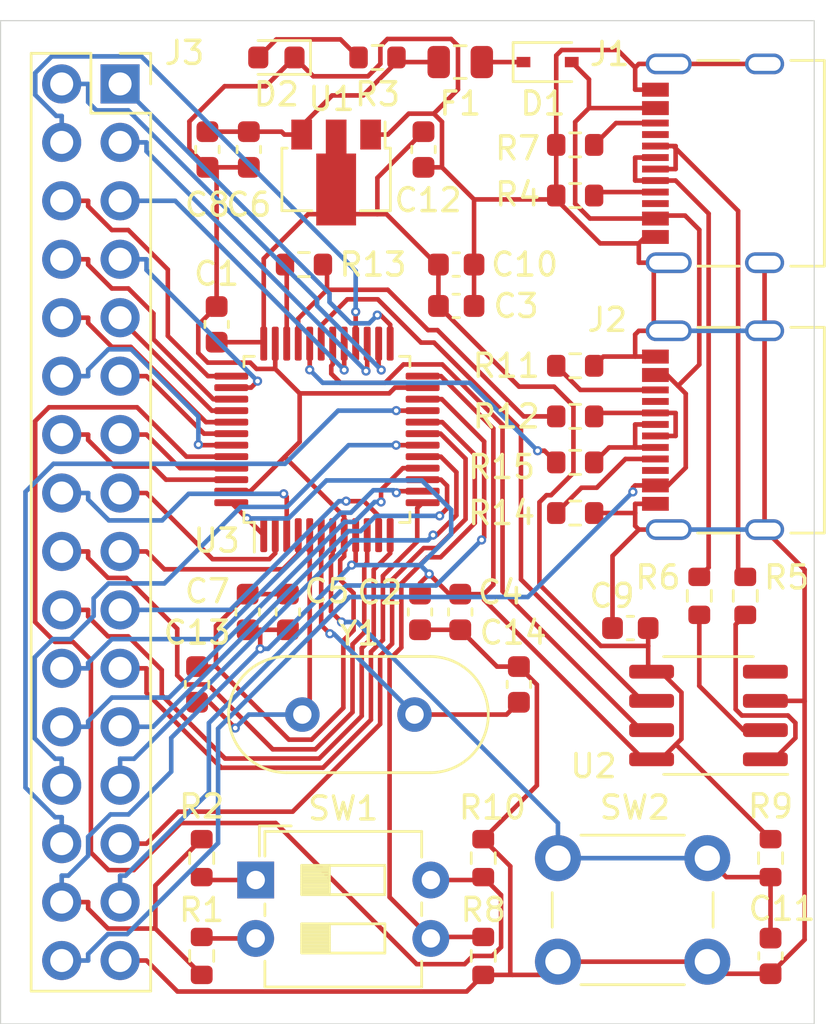
<source format=kicad_pcb>
(kicad_pcb (version 20171130) (host pcbnew 5.1.8+dfsg1-1~bpo10+1)

  (general
    (thickness 1.6)
    (drawings 4)
    (tracks 659)
    (zones 0)
    (modules 41)
    (nets 58)
  )

  (page A4)
  (layers
    (0 F.Cu signal)
    (31 B.Cu signal)
    (33 F.Adhes user)
    (35 F.Paste user)
    (37 F.SilkS user)
    (38 B.Mask user)
    (39 F.Mask user)
    (40 Dwgs.User user)
    (41 Cmts.User user)
    (42 Eco1.User user)
    (43 Eco2.User user)
    (44 Edge.Cuts user)
    (45 Margin user)
    (46 B.CrtYd user)
    (47 F.CrtYd user)
    (49 F.Fab user hide)
  )

  (setup
    (last_trace_width 0.2)
    (trace_clearance 0.2)
    (zone_clearance 0.508)
    (zone_45_only no)
    (trace_min 0.2)
    (via_size 0.4)
    (via_drill 0.2)
    (via_min_size 0.4)
    (via_min_drill 0.1)
    (blind_buried_vias_allowed yes)
    (uvia_size 0.3)
    (uvia_drill 0.2)
    (uvias_allowed yes)
    (uvia_min_size 0.3)
    (uvia_min_drill 0.1)
    (edge_width 0.05)
    (segment_width 0.2)
    (pcb_text_width 0.3)
    (pcb_text_size 1.5 1.5)
    (mod_edge_width 0.12)
    (mod_text_size 1 1)
    (mod_text_width 0.15)
    (pad_size 0.46 0.4)
    (pad_drill 0)
    (pad_to_mask_clearance 0)
    (aux_axis_origin 0 0)
    (visible_elements FFFFFF7F)
    (pcbplotparams
      (layerselection 0x010e8_ffffffff)
      (usegerberextensions true)
      (usegerberattributes false)
      (usegerberadvancedattributes true)
      (creategerberjobfile false)
      (excludeedgelayer true)
      (linewidth 0.100000)
      (plotframeref false)
      (viasonmask false)
      (mode 1)
      (useauxorigin false)
      (hpglpennumber 1)
      (hpglpenspeed 20)
      (hpglpendiameter 15.000000)
      (psnegative false)
      (psa4output false)
      (plotreference true)
      (plotvalue true)
      (plotinvisibletext false)
      (padsonsilk false)
      (subtractmaskfromsilk false)
      (outputformat 1)
      (mirror false)
      (drillshape 0)
      (scaleselection 1)
      (outputdirectory "gerber/"))
  )

  (net 0 "")
  (net 1 GND)
  (net 2 +5V)
  (net 3 +3V3)
  (net 4 /NRST)
  (net 5 "Net-(J1-PadB5)")
  (net 6 "Net-(J1-PadA6)")
  (net 7 "Net-(J1-PadA5)")
  (net 8 "Net-(J1-PadA7)")
  (net 9 "Net-(J2-PadB5)")
  (net 10 "Net-(J2-PadA6)")
  (net 11 "Net-(J2-PadA5)")
  (net 12 "Net-(J2-PadA7)")
  (net 13 "Net-(R1-Pad2)")
  (net 14 "Net-(R2-Pad1)")
  (net 15 "Net-(R5-Pad1)")
  (net 16 /BOOT1)
  (net 17 /BOOT0)
  (net 18 /USBDP)
  (net 19 /USB_PULLUP)
  (net 20 /USBDM)
  (net 21 /USART1_TX)
  (net 22 /USART1_RX)
  (net 23 /P1)
  (net 24 /P2)
  (net 25 /P3)
  (net 26 /P4)
  (net 27 /P5)
  (net 28 /P6)
  (net 29 /P7)
  (net 30 /P8)
  (net 31 /P9)
  (net 32 /P10)
  (net 33 /P11)
  (net 34 /P12)
  (net 35 /P13)
  (net 36 /P14)
  (net 37 /P15)
  (net 38 /P16)
  (net 39 /P17)
  (net 40 /P18)
  (net 41 /P19)
  (net 42 /P20)
  (net 43 /P21)
  (net 44 /P22)
  (net 45 /P23)
  (net 46 /P24)
  (net 47 /P25)
  (net 48 /P26)
  (net 49 /P27)
  (net 50 /P28)
  (net 51 /P29)
  (net 52 "Net-(C13-Pad1)")
  (net 53 "Net-(C14-Pad1)")
  (net 54 "Net-(C6-Pad1)")
  (net 55 "Net-(D1-Pad1)")
  (net 56 "Net-(D2-Pad2)")
  (net 57 "Net-(R6-Pad1)")

  (net_class Default "This is the default net class."
    (clearance 0.2)
    (trace_width 0.2)
    (via_dia 0.4)
    (via_drill 0.2)
    (uvia_dia 0.3)
    (uvia_drill 0.2)
    (add_net +3V3)
    (add_net +5V)
    (add_net /BOOT0)
    (add_net /BOOT1)
    (add_net /NRST)
    (add_net /P1)
    (add_net /P10)
    (add_net /P11)
    (add_net /P12)
    (add_net /P13)
    (add_net /P14)
    (add_net /P15)
    (add_net /P16)
    (add_net /P17)
    (add_net /P18)
    (add_net /P19)
    (add_net /P2)
    (add_net /P20)
    (add_net /P21)
    (add_net /P22)
    (add_net /P23)
    (add_net /P24)
    (add_net /P25)
    (add_net /P26)
    (add_net /P27)
    (add_net /P28)
    (add_net /P29)
    (add_net /P3)
    (add_net /P4)
    (add_net /P5)
    (add_net /P6)
    (add_net /P7)
    (add_net /P8)
    (add_net /P9)
    (add_net /USART1_RX)
    (add_net /USART1_TX)
    (add_net /USBDM)
    (add_net /USBDP)
    (add_net /USB_PULLUP)
    (add_net GND)
    (add_net "Net-(C13-Pad1)")
    (add_net "Net-(C14-Pad1)")
    (add_net "Net-(C6-Pad1)")
    (add_net "Net-(D1-Pad1)")
    (add_net "Net-(D2-Pad2)")
    (add_net "Net-(J1-PadA5)")
    (add_net "Net-(J1-PadA6)")
    (add_net "Net-(J1-PadA7)")
    (add_net "Net-(J1-PadB5)")
    (add_net "Net-(J2-PadA5)")
    (add_net "Net-(J2-PadA6)")
    (add_net "Net-(J2-PadA7)")
    (add_net "Net-(J2-PadB5)")
    (add_net "Net-(R1-Pad2)")
    (add_net "Net-(R2-Pad1)")
    (add_net "Net-(R5-Pad1)")
    (add_net "Net-(R6-Pad1)")
  )

  (module Capacitor_SMD:C_0603_1608Metric (layer F.Cu) (tedit 5F68FEEE) (tstamp 5FB16EFB)
    (at 133.4 89 90)
    (descr "Capacitor SMD 0603 (1608 Metric), square (rectangular) end terminal, IPC_7351 nominal, (Body size source: IPC-SM-782 page 76, https://www.pcb-3d.com/wordpress/wp-content/uploads/ipc-sm-782a_amendment_1_and_2.pdf), generated with kicad-footprint-generator")
    (tags capacitor)
    (path /5F87B8C8)
    (attr smd)
    (fp_text reference C1 (at 2.2 0 180) (layer F.SilkS)
      (effects (font (size 1 1) (thickness 0.15)))
    )
    (fp_text value 100nF (at 0 1.43 90) (layer F.Fab)
      (effects (font (size 1 1) (thickness 0.15)))
    )
    (fp_line (start -0.8 0.4) (end -0.8 -0.4) (layer F.Fab) (width 0.1))
    (fp_line (start -0.8 -0.4) (end 0.8 -0.4) (layer F.Fab) (width 0.1))
    (fp_line (start 0.8 -0.4) (end 0.8 0.4) (layer F.Fab) (width 0.1))
    (fp_line (start 0.8 0.4) (end -0.8 0.4) (layer F.Fab) (width 0.1))
    (fp_line (start -0.14058 -0.51) (end 0.14058 -0.51) (layer F.SilkS) (width 0.12))
    (fp_line (start -0.14058 0.51) (end 0.14058 0.51) (layer F.SilkS) (width 0.12))
    (fp_line (start -1.48 0.73) (end -1.48 -0.73) (layer F.CrtYd) (width 0.05))
    (fp_line (start -1.48 -0.73) (end 1.48 -0.73) (layer F.CrtYd) (width 0.05))
    (fp_line (start 1.48 -0.73) (end 1.48 0.73) (layer F.CrtYd) (width 0.05))
    (fp_line (start 1.48 0.73) (end -1.48 0.73) (layer F.CrtYd) (width 0.05))
    (fp_text user %R (at 0 0 90) (layer F.Fab)
      (effects (font (size 0.4 0.4) (thickness 0.06)))
    )
    (pad 1 smd roundrect (at -0.775 0 90) (size 0.9 0.95) (layers F.Cu F.Paste F.Mask) (roundrect_rratio 0.25)
      (net 3 +3V3))
    (pad 2 smd roundrect (at 0.775 0 90) (size 0.9 0.95) (layers F.Cu F.Paste F.Mask) (roundrect_rratio 0.25)
      (net 1 GND))
    (model ${KISYS3DMOD}/Capacitor_SMD.3dshapes/C_0603_1608Metric.wrl
      (at (xyz 0 0 0))
      (scale (xyz 1 1 1))
      (rotate (xyz 0 0 0))
    )
  )

  (module Capacitor_SMD:C_0603_1608Metric (layer F.Cu) (tedit 5F68FEEE) (tstamp 5FB16F0C)
    (at 142.25 101.5 270)
    (descr "Capacitor SMD 0603 (1608 Metric), square (rectangular) end terminal, IPC_7351 nominal, (Body size source: IPC-SM-782 page 76, https://www.pcb-3d.com/wordpress/wp-content/uploads/ipc-sm-782a_amendment_1_and_2.pdf), generated with kicad-footprint-generator")
    (tags capacitor)
    (path /5F8B1EDE)
    (attr smd)
    (fp_text reference C2 (at -0.85 1.75 180) (layer F.SilkS)
      (effects (font (size 1 1) (thickness 0.15)))
    )
    (fp_text value 10nF (at 0 1.43 90) (layer F.Fab)
      (effects (font (size 1 1) (thickness 0.15)))
    )
    (fp_line (start -0.8 0.4) (end -0.8 -0.4) (layer F.Fab) (width 0.1))
    (fp_line (start -0.8 -0.4) (end 0.8 -0.4) (layer F.Fab) (width 0.1))
    (fp_line (start 0.8 -0.4) (end 0.8 0.4) (layer F.Fab) (width 0.1))
    (fp_line (start 0.8 0.4) (end -0.8 0.4) (layer F.Fab) (width 0.1))
    (fp_line (start -0.14058 -0.51) (end 0.14058 -0.51) (layer F.SilkS) (width 0.12))
    (fp_line (start -0.14058 0.51) (end 0.14058 0.51) (layer F.SilkS) (width 0.12))
    (fp_line (start -1.48 0.73) (end -1.48 -0.73) (layer F.CrtYd) (width 0.05))
    (fp_line (start -1.48 -0.73) (end 1.48 -0.73) (layer F.CrtYd) (width 0.05))
    (fp_line (start 1.48 -0.73) (end 1.48 0.73) (layer F.CrtYd) (width 0.05))
    (fp_line (start 1.48 0.73) (end -1.48 0.73) (layer F.CrtYd) (width 0.05))
    (fp_text user %R (at 0 0 90) (layer F.Fab)
      (effects (font (size 0.4 0.4) (thickness 0.06)))
    )
    (pad 1 smd roundrect (at -0.775 0 270) (size 0.9 0.95) (layers F.Cu F.Paste F.Mask) (roundrect_rratio 0.25)
      (net 3 +3V3))
    (pad 2 smd roundrect (at 0.775 0 270) (size 0.9 0.95) (layers F.Cu F.Paste F.Mask) (roundrect_rratio 0.25)
      (net 1 GND))
    (model ${KISYS3DMOD}/Capacitor_SMD.3dshapes/C_0603_1608Metric.wrl
      (at (xyz 0 0 0))
      (scale (xyz 1 1 1))
      (rotate (xyz 0 0 0))
    )
  )

  (module Capacitor_SMD:C_0603_1608Metric (layer F.Cu) (tedit 5F68FEEE) (tstamp 5FB16F1D)
    (at 143.825 88.2)
    (descr "Capacitor SMD 0603 (1608 Metric), square (rectangular) end terminal, IPC_7351 nominal, (Body size source: IPC-SM-782 page 76, https://www.pcb-3d.com/wordpress/wp-content/uploads/ipc-sm-782a_amendment_1_and_2.pdf), generated with kicad-footprint-generator")
    (tags capacitor)
    (path /5F87C247)
    (attr smd)
    (fp_text reference C3 (at 2.6 0) (layer F.SilkS)
      (effects (font (size 1 1) (thickness 0.15)))
    )
    (fp_text value 100nF (at 0 1.43) (layer F.Fab)
      (effects (font (size 1 1) (thickness 0.15)))
    )
    (fp_line (start -0.8 0.4) (end -0.8 -0.4) (layer F.Fab) (width 0.1))
    (fp_line (start -0.8 -0.4) (end 0.8 -0.4) (layer F.Fab) (width 0.1))
    (fp_line (start 0.8 -0.4) (end 0.8 0.4) (layer F.Fab) (width 0.1))
    (fp_line (start 0.8 0.4) (end -0.8 0.4) (layer F.Fab) (width 0.1))
    (fp_line (start -0.14058 -0.51) (end 0.14058 -0.51) (layer F.SilkS) (width 0.12))
    (fp_line (start -0.14058 0.51) (end 0.14058 0.51) (layer F.SilkS) (width 0.12))
    (fp_line (start -1.48 0.73) (end -1.48 -0.73) (layer F.CrtYd) (width 0.05))
    (fp_line (start -1.48 -0.73) (end 1.48 -0.73) (layer F.CrtYd) (width 0.05))
    (fp_line (start 1.48 -0.73) (end 1.48 0.73) (layer F.CrtYd) (width 0.05))
    (fp_line (start 1.48 0.73) (end -1.48 0.73) (layer F.CrtYd) (width 0.05))
    (fp_text user %R (at 0 0) (layer F.Fab)
      (effects (font (size 0.4 0.4) (thickness 0.06)))
    )
    (pad 1 smd roundrect (at -0.775 0) (size 0.9 0.95) (layers F.Cu F.Paste F.Mask) (roundrect_rratio 0.25)
      (net 3 +3V3))
    (pad 2 smd roundrect (at 0.775 0) (size 0.9 0.95) (layers F.Cu F.Paste F.Mask) (roundrect_rratio 0.25)
      (net 1 GND))
    (model ${KISYS3DMOD}/Capacitor_SMD.3dshapes/C_0603_1608Metric.wrl
      (at (xyz 0 0 0))
      (scale (xyz 1 1 1))
      (rotate (xyz 0 0 0))
    )
  )

  (module Capacitor_SMD:C_0603_1608Metric (layer F.Cu) (tedit 5F68FEEE) (tstamp 5FB16F2E)
    (at 144 101.5 270)
    (descr "Capacitor SMD 0603 (1608 Metric), square (rectangular) end terminal, IPC_7351 nominal, (Body size source: IPC-SM-782 page 76, https://www.pcb-3d.com/wordpress/wp-content/uploads/ipc-sm-782a_amendment_1_and_2.pdf), generated with kicad-footprint-generator")
    (tags capacitor)
    (path /5F8B289B)
    (attr smd)
    (fp_text reference C4 (at -0.85 -1.75 180) (layer F.SilkS)
      (effects (font (size 1 1) (thickness 0.15)))
    )
    (fp_text value 1uF (at 0 1.43 90) (layer F.Fab)
      (effects (font (size 1 1) (thickness 0.15)))
    )
    (fp_line (start 1.48 0.73) (end -1.48 0.73) (layer F.CrtYd) (width 0.05))
    (fp_line (start 1.48 -0.73) (end 1.48 0.73) (layer F.CrtYd) (width 0.05))
    (fp_line (start -1.48 -0.73) (end 1.48 -0.73) (layer F.CrtYd) (width 0.05))
    (fp_line (start -1.48 0.73) (end -1.48 -0.73) (layer F.CrtYd) (width 0.05))
    (fp_line (start -0.14058 0.51) (end 0.14058 0.51) (layer F.SilkS) (width 0.12))
    (fp_line (start -0.14058 -0.51) (end 0.14058 -0.51) (layer F.SilkS) (width 0.12))
    (fp_line (start 0.8 0.4) (end -0.8 0.4) (layer F.Fab) (width 0.1))
    (fp_line (start 0.8 -0.4) (end 0.8 0.4) (layer F.Fab) (width 0.1))
    (fp_line (start -0.8 -0.4) (end 0.8 -0.4) (layer F.Fab) (width 0.1))
    (fp_line (start -0.8 0.4) (end -0.8 -0.4) (layer F.Fab) (width 0.1))
    (fp_text user %R (at 0 0 90) (layer F.Fab)
      (effects (font (size 0.4 0.4) (thickness 0.06)))
    )
    (pad 2 smd roundrect (at 0.775 0 270) (size 0.9 0.95) (layers F.Cu F.Paste F.Mask) (roundrect_rratio 0.25)
      (net 1 GND))
    (pad 1 smd roundrect (at -0.775 0 270) (size 0.9 0.95) (layers F.Cu F.Paste F.Mask) (roundrect_rratio 0.25)
      (net 3 +3V3))
    (model ${KISYS3DMOD}/Capacitor_SMD.3dshapes/C_0603_1608Metric.wrl
      (at (xyz 0 0 0))
      (scale (xyz 1 1 1))
      (rotate (xyz 0 0 0))
    )
  )

  (module Capacitor_SMD:C_0603_1608Metric (layer F.Cu) (tedit 5F68FEEE) (tstamp 5FB16F3F)
    (at 136.5 101.5 90)
    (descr "Capacitor SMD 0603 (1608 Metric), square (rectangular) end terminal, IPC_7351 nominal, (Body size source: IPC-SM-782 page 76, https://www.pcb-3d.com/wordpress/wp-content/uploads/ipc-sm-782a_amendment_1_and_2.pdf), generated with kicad-footprint-generator")
    (tags capacitor)
    (path /5F87CAFB)
    (attr smd)
    (fp_text reference C5 (at 0.9 1.7 180) (layer F.SilkS)
      (effects (font (size 1 1) (thickness 0.15)))
    )
    (fp_text value 100nF (at 0 1.43 90) (layer F.Fab)
      (effects (font (size 1 1) (thickness 0.15)))
    )
    (fp_line (start 1.48 0.73) (end -1.48 0.73) (layer F.CrtYd) (width 0.05))
    (fp_line (start 1.48 -0.73) (end 1.48 0.73) (layer F.CrtYd) (width 0.05))
    (fp_line (start -1.48 -0.73) (end 1.48 -0.73) (layer F.CrtYd) (width 0.05))
    (fp_line (start -1.48 0.73) (end -1.48 -0.73) (layer F.CrtYd) (width 0.05))
    (fp_line (start -0.14058 0.51) (end 0.14058 0.51) (layer F.SilkS) (width 0.12))
    (fp_line (start -0.14058 -0.51) (end 0.14058 -0.51) (layer F.SilkS) (width 0.12))
    (fp_line (start 0.8 0.4) (end -0.8 0.4) (layer F.Fab) (width 0.1))
    (fp_line (start 0.8 -0.4) (end 0.8 0.4) (layer F.Fab) (width 0.1))
    (fp_line (start -0.8 -0.4) (end 0.8 -0.4) (layer F.Fab) (width 0.1))
    (fp_line (start -0.8 0.4) (end -0.8 -0.4) (layer F.Fab) (width 0.1))
    (fp_text user %R (at 0 0 90) (layer F.Fab)
      (effects (font (size 0.4 0.4) (thickness 0.06)))
    )
    (pad 2 smd roundrect (at 0.775 0 90) (size 0.9 0.95) (layers F.Cu F.Paste F.Mask) (roundrect_rratio 0.25)
      (net 1 GND))
    (pad 1 smd roundrect (at -0.775 0 90) (size 0.9 0.95) (layers F.Cu F.Paste F.Mask) (roundrect_rratio 0.25)
      (net 3 +3V3))
    (model ${KISYS3DMOD}/Capacitor_SMD.3dshapes/C_0603_1608Metric.wrl
      (at (xyz 0 0 0))
      (scale (xyz 1 1 1))
      (rotate (xyz 0 0 0))
    )
  )

  (module Capacitor_SMD:C_0603_1608Metric (layer F.Cu) (tedit 5F68FEEE) (tstamp 5FB16F50)
    (at 134.8 81.4 270)
    (descr "Capacitor SMD 0603 (1608 Metric), square (rectangular) end terminal, IPC_7351 nominal, (Body size source: IPC-SM-782 page 76, https://www.pcb-3d.com/wordpress/wp-content/uploads/ipc-sm-782a_amendment_1_and_2.pdf), generated with kicad-footprint-generator")
    (tags capacitor)
    (path /5F863A49)
    (attr smd)
    (fp_text reference C6 (at 2.4 0 180) (layer F.SilkS)
      (effects (font (size 1 1) (thickness 0.15)))
    )
    (fp_text value 10uF (at 0 1.43 90) (layer F.Fab)
      (effects (font (size 1 1) (thickness 0.15)))
    )
    (fp_line (start -0.8 0.4) (end -0.8 -0.4) (layer F.Fab) (width 0.1))
    (fp_line (start -0.8 -0.4) (end 0.8 -0.4) (layer F.Fab) (width 0.1))
    (fp_line (start 0.8 -0.4) (end 0.8 0.4) (layer F.Fab) (width 0.1))
    (fp_line (start 0.8 0.4) (end -0.8 0.4) (layer F.Fab) (width 0.1))
    (fp_line (start -0.14058 -0.51) (end 0.14058 -0.51) (layer F.SilkS) (width 0.12))
    (fp_line (start -0.14058 0.51) (end 0.14058 0.51) (layer F.SilkS) (width 0.12))
    (fp_line (start -1.48 0.73) (end -1.48 -0.73) (layer F.CrtYd) (width 0.05))
    (fp_line (start -1.48 -0.73) (end 1.48 -0.73) (layer F.CrtYd) (width 0.05))
    (fp_line (start 1.48 -0.73) (end 1.48 0.73) (layer F.CrtYd) (width 0.05))
    (fp_line (start 1.48 0.73) (end -1.48 0.73) (layer F.CrtYd) (width 0.05))
    (fp_text user %R (at 0 0 90) (layer F.Fab)
      (effects (font (size 0.4 0.4) (thickness 0.06)))
    )
    (pad 1 smd roundrect (at -0.775 0 270) (size 0.9 0.95) (layers F.Cu F.Paste F.Mask) (roundrect_rratio 0.25)
      (net 54 "Net-(C6-Pad1)"))
    (pad 2 smd roundrect (at 0.775 0 270) (size 0.9 0.95) (layers F.Cu F.Paste F.Mask) (roundrect_rratio 0.25)
      (net 1 GND))
    (model ${KISYS3DMOD}/Capacitor_SMD.3dshapes/C_0603_1608Metric.wrl
      (at (xyz 0 0 0))
      (scale (xyz 1 1 1))
      (rotate (xyz 0 0 0))
    )
  )

  (module Capacitor_SMD:C_0603_1608Metric (layer F.Cu) (tedit 5F68FEEE) (tstamp 5FB16F61)
    (at 134.75 101.5 90)
    (descr "Capacitor SMD 0603 (1608 Metric), square (rectangular) end terminal, IPC_7351 nominal, (Body size source: IPC-SM-782 page 76, https://www.pcb-3d.com/wordpress/wp-content/uploads/ipc-sm-782a_amendment_1_and_2.pdf), generated with kicad-footprint-generator")
    (tags capacitor)
    (path /5F87D233)
    (attr smd)
    (fp_text reference C7 (at 0.9 -1.75 180) (layer F.SilkS)
      (effects (font (size 1 1) (thickness 0.15)))
    )
    (fp_text value 100nF (at 0 1.43 90) (layer F.Fab)
      (effects (font (size 1 1) (thickness 0.15)))
    )
    (fp_line (start -0.8 0.4) (end -0.8 -0.4) (layer F.Fab) (width 0.1))
    (fp_line (start -0.8 -0.4) (end 0.8 -0.4) (layer F.Fab) (width 0.1))
    (fp_line (start 0.8 -0.4) (end 0.8 0.4) (layer F.Fab) (width 0.1))
    (fp_line (start 0.8 0.4) (end -0.8 0.4) (layer F.Fab) (width 0.1))
    (fp_line (start -0.14058 -0.51) (end 0.14058 -0.51) (layer F.SilkS) (width 0.12))
    (fp_line (start -0.14058 0.51) (end 0.14058 0.51) (layer F.SilkS) (width 0.12))
    (fp_line (start -1.48 0.73) (end -1.48 -0.73) (layer F.CrtYd) (width 0.05))
    (fp_line (start -1.48 -0.73) (end 1.48 -0.73) (layer F.CrtYd) (width 0.05))
    (fp_line (start 1.48 -0.73) (end 1.48 0.73) (layer F.CrtYd) (width 0.05))
    (fp_line (start 1.48 0.73) (end -1.48 0.73) (layer F.CrtYd) (width 0.05))
    (fp_text user %R (at 0 0 90) (layer F.Fab)
      (effects (font (size 0.4 0.4) (thickness 0.06)))
    )
    (pad 1 smd roundrect (at -0.775 0 90) (size 0.9 0.95) (layers F.Cu F.Paste F.Mask) (roundrect_rratio 0.25)
      (net 3 +3V3))
    (pad 2 smd roundrect (at 0.775 0 90) (size 0.9 0.95) (layers F.Cu F.Paste F.Mask) (roundrect_rratio 0.25)
      (net 1 GND))
    (model ${KISYS3DMOD}/Capacitor_SMD.3dshapes/C_0603_1608Metric.wrl
      (at (xyz 0 0 0))
      (scale (xyz 1 1 1))
      (rotate (xyz 0 0 0))
    )
  )

  (module Capacitor_SMD:C_0603_1608Metric (layer F.Cu) (tedit 5F68FEEE) (tstamp 5FB16F72)
    (at 133 81.4 270)
    (descr "Capacitor SMD 0603 (1608 Metric), square (rectangular) end terminal, IPC_7351 nominal, (Body size source: IPC-SM-782 page 76, https://www.pcb-3d.com/wordpress/wp-content/uploads/ipc-sm-782a_amendment_1_and_2.pdf), generated with kicad-footprint-generator")
    (tags capacitor)
    (path /5F863058)
    (attr smd)
    (fp_text reference C8 (at 2.4 0 180) (layer F.SilkS)
      (effects (font (size 1 1) (thickness 0.15)))
    )
    (fp_text value 100nF (at 0 1.43 90) (layer F.Fab)
      (effects (font (size 1 1) (thickness 0.15)))
    )
    (fp_line (start 1.48 0.73) (end -1.48 0.73) (layer F.CrtYd) (width 0.05))
    (fp_line (start 1.48 -0.73) (end 1.48 0.73) (layer F.CrtYd) (width 0.05))
    (fp_line (start -1.48 -0.73) (end 1.48 -0.73) (layer F.CrtYd) (width 0.05))
    (fp_line (start -1.48 0.73) (end -1.48 -0.73) (layer F.CrtYd) (width 0.05))
    (fp_line (start -0.14058 0.51) (end 0.14058 0.51) (layer F.SilkS) (width 0.12))
    (fp_line (start -0.14058 -0.51) (end 0.14058 -0.51) (layer F.SilkS) (width 0.12))
    (fp_line (start 0.8 0.4) (end -0.8 0.4) (layer F.Fab) (width 0.1))
    (fp_line (start 0.8 -0.4) (end 0.8 0.4) (layer F.Fab) (width 0.1))
    (fp_line (start -0.8 -0.4) (end 0.8 -0.4) (layer F.Fab) (width 0.1))
    (fp_line (start -0.8 0.4) (end -0.8 -0.4) (layer F.Fab) (width 0.1))
    (fp_text user %R (at 0 0 90) (layer F.Fab)
      (effects (font (size 0.4 0.4) (thickness 0.06)))
    )
    (pad 2 smd roundrect (at 0.775 0 270) (size 0.9 0.95) (layers F.Cu F.Paste F.Mask) (roundrect_rratio 0.25)
      (net 1 GND))
    (pad 1 smd roundrect (at -0.775 0 270) (size 0.9 0.95) (layers F.Cu F.Paste F.Mask) (roundrect_rratio 0.25)
      (net 54 "Net-(C6-Pad1)"))
    (model ${KISYS3DMOD}/Capacitor_SMD.3dshapes/C_0603_1608Metric.wrl
      (at (xyz 0 0 0))
      (scale (xyz 1 1 1))
      (rotate (xyz 0 0 0))
    )
  )

  (module Capacitor_SMD:C_0603_1608Metric (layer F.Cu) (tedit 5F68FEEE) (tstamp 5FB16F83)
    (at 151.4 102.2 180)
    (descr "Capacitor SMD 0603 (1608 Metric), square (rectangular) end terminal, IPC_7351 nominal, (Body size source: IPC-SM-782 page 76, https://www.pcb-3d.com/wordpress/wp-content/uploads/ipc-sm-782a_amendment_1_and_2.pdf), generated with kicad-footprint-generator")
    (tags capacitor)
    (path /5FAA26D2)
    (attr smd)
    (fp_text reference C9 (at 0.8 1.4) (layer F.SilkS)
      (effects (font (size 1 1) (thickness 0.15)))
    )
    (fp_text value 100nF (at 0 1.43) (layer F.Fab)
      (effects (font (size 1 1) (thickness 0.15)))
    )
    (fp_line (start 1.48 0.73) (end -1.48 0.73) (layer F.CrtYd) (width 0.05))
    (fp_line (start 1.48 -0.73) (end 1.48 0.73) (layer F.CrtYd) (width 0.05))
    (fp_line (start -1.48 -0.73) (end 1.48 -0.73) (layer F.CrtYd) (width 0.05))
    (fp_line (start -1.48 0.73) (end -1.48 -0.73) (layer F.CrtYd) (width 0.05))
    (fp_line (start -0.14058 0.51) (end 0.14058 0.51) (layer F.SilkS) (width 0.12))
    (fp_line (start -0.14058 -0.51) (end 0.14058 -0.51) (layer F.SilkS) (width 0.12))
    (fp_line (start 0.8 0.4) (end -0.8 0.4) (layer F.Fab) (width 0.1))
    (fp_line (start 0.8 -0.4) (end 0.8 0.4) (layer F.Fab) (width 0.1))
    (fp_line (start -0.8 -0.4) (end 0.8 -0.4) (layer F.Fab) (width 0.1))
    (fp_line (start -0.8 0.4) (end -0.8 -0.4) (layer F.Fab) (width 0.1))
    (fp_text user %R (at 0 0) (layer F.Fab)
      (effects (font (size 0.4 0.4) (thickness 0.06)))
    )
    (pad 2 smd roundrect (at 0.775 0 180) (size 0.9 0.95) (layers F.Cu F.Paste F.Mask) (roundrect_rratio 0.25)
      (net 1 GND))
    (pad 1 smd roundrect (at -0.775 0 180) (size 0.9 0.95) (layers F.Cu F.Paste F.Mask) (roundrect_rratio 0.25)
      (net 3 +3V3))
    (model ${KISYS3DMOD}/Capacitor_SMD.3dshapes/C_0603_1608Metric.wrl
      (at (xyz 0 0 0))
      (scale (xyz 1 1 1))
      (rotate (xyz 0 0 0))
    )
  )

  (module Capacitor_SMD:C_0603_1608Metric (layer F.Cu) (tedit 5F68FEEE) (tstamp 5FB16F94)
    (at 143.825 86.4)
    (descr "Capacitor SMD 0603 (1608 Metric), square (rectangular) end terminal, IPC_7351 nominal, (Body size source: IPC-SM-782 page 76, https://www.pcb-3d.com/wordpress/wp-content/uploads/ipc-sm-782a_amendment_1_and_2.pdf), generated with kicad-footprint-generator")
    (tags capacitor)
    (path /5F87E4F4)
    (attr smd)
    (fp_text reference C10 (at 2.975 0) (layer F.SilkS)
      (effects (font (size 1 1) (thickness 0.15)))
    )
    (fp_text value 4.7uF (at 0 1.43) (layer F.Fab)
      (effects (font (size 1 1) (thickness 0.15)))
    )
    (fp_line (start 1.48 0.73) (end -1.48 0.73) (layer F.CrtYd) (width 0.05))
    (fp_line (start 1.48 -0.73) (end 1.48 0.73) (layer F.CrtYd) (width 0.05))
    (fp_line (start -1.48 -0.73) (end 1.48 -0.73) (layer F.CrtYd) (width 0.05))
    (fp_line (start -1.48 0.73) (end -1.48 -0.73) (layer F.CrtYd) (width 0.05))
    (fp_line (start -0.14058 0.51) (end 0.14058 0.51) (layer F.SilkS) (width 0.12))
    (fp_line (start -0.14058 -0.51) (end 0.14058 -0.51) (layer F.SilkS) (width 0.12))
    (fp_line (start 0.8 0.4) (end -0.8 0.4) (layer F.Fab) (width 0.1))
    (fp_line (start 0.8 -0.4) (end 0.8 0.4) (layer F.Fab) (width 0.1))
    (fp_line (start -0.8 -0.4) (end 0.8 -0.4) (layer F.Fab) (width 0.1))
    (fp_line (start -0.8 0.4) (end -0.8 -0.4) (layer F.Fab) (width 0.1))
    (fp_text user %R (at 0 0) (layer F.Fab)
      (effects (font (size 0.4 0.4) (thickness 0.06)))
    )
    (pad 2 smd roundrect (at 0.775 0) (size 0.9 0.95) (layers F.Cu F.Paste F.Mask) (roundrect_rratio 0.25)
      (net 1 GND))
    (pad 1 smd roundrect (at -0.775 0) (size 0.9 0.95) (layers F.Cu F.Paste F.Mask) (roundrect_rratio 0.25)
      (net 3 +3V3))
    (model ${KISYS3DMOD}/Capacitor_SMD.3dshapes/C_0603_1608Metric.wrl
      (at (xyz 0 0 0))
      (scale (xyz 1 1 1))
      (rotate (xyz 0 0 0))
    )
  )

  (module Capacitor_SMD:C_0603_1608Metric (layer F.Cu) (tedit 5F68FEEE) (tstamp 5FB16FA5)
    (at 157.5 116.45 270)
    (descr "Capacitor SMD 0603 (1608 Metric), square (rectangular) end terminal, IPC_7351 nominal, (Body size source: IPC-SM-782 page 76, https://www.pcb-3d.com/wordpress/wp-content/uploads/ipc-sm-782a_amendment_1_and_2.pdf), generated with kicad-footprint-generator")
    (tags capacitor)
    (path /5F99ED0C)
    (attr smd)
    (fp_text reference C11 (at -2.05 -0.5 180) (layer F.SilkS)
      (effects (font (size 1 1) (thickness 0.15)))
    )
    (fp_text value 100nF (at 0 1.43 90) (layer F.Fab)
      (effects (font (size 1 1) (thickness 0.15)))
    )
    (fp_line (start -0.8 0.4) (end -0.8 -0.4) (layer F.Fab) (width 0.1))
    (fp_line (start -0.8 -0.4) (end 0.8 -0.4) (layer F.Fab) (width 0.1))
    (fp_line (start 0.8 -0.4) (end 0.8 0.4) (layer F.Fab) (width 0.1))
    (fp_line (start 0.8 0.4) (end -0.8 0.4) (layer F.Fab) (width 0.1))
    (fp_line (start -0.14058 -0.51) (end 0.14058 -0.51) (layer F.SilkS) (width 0.12))
    (fp_line (start -0.14058 0.51) (end 0.14058 0.51) (layer F.SilkS) (width 0.12))
    (fp_line (start -1.48 0.73) (end -1.48 -0.73) (layer F.CrtYd) (width 0.05))
    (fp_line (start -1.48 -0.73) (end 1.48 -0.73) (layer F.CrtYd) (width 0.05))
    (fp_line (start 1.48 -0.73) (end 1.48 0.73) (layer F.CrtYd) (width 0.05))
    (fp_line (start 1.48 0.73) (end -1.48 0.73) (layer F.CrtYd) (width 0.05))
    (fp_text user %R (at 0 0 90) (layer F.Fab)
      (effects (font (size 0.4 0.4) (thickness 0.06)))
    )
    (pad 1 smd roundrect (at -0.775 0 270) (size 0.9 0.95) (layers F.Cu F.Paste F.Mask) (roundrect_rratio 0.25)
      (net 4 /NRST))
    (pad 2 smd roundrect (at 0.775 0 270) (size 0.9 0.95) (layers F.Cu F.Paste F.Mask) (roundrect_rratio 0.25)
      (net 1 GND))
    (model ${KISYS3DMOD}/Capacitor_SMD.3dshapes/C_0603_1608Metric.wrl
      (at (xyz 0 0 0))
      (scale (xyz 1 1 1))
      (rotate (xyz 0 0 0))
    )
  )

  (module Capacitor_SMD:C_0603_1608Metric (layer F.Cu) (tedit 5F68FEEE) (tstamp 5FB16FB6)
    (at 142.4 81.4 270)
    (descr "Capacitor SMD 0603 (1608 Metric), square (rectangular) end terminal, IPC_7351 nominal, (Body size source: IPC-SM-782 page 76, https://www.pcb-3d.com/wordpress/wp-content/uploads/ipc-sm-782a_amendment_1_and_2.pdf), generated with kicad-footprint-generator")
    (tags capacitor)
    (path /5F863FD5)
    (attr smd)
    (fp_text reference C12 (at 2.2 -0.2 180) (layer F.SilkS)
      (effects (font (size 1 1) (thickness 0.15)))
    )
    (fp_text value 10uF (at 0 1.43 90) (layer F.Fab)
      (effects (font (size 1 1) (thickness 0.15)))
    )
    (fp_line (start 1.48 0.73) (end -1.48 0.73) (layer F.CrtYd) (width 0.05))
    (fp_line (start 1.48 -0.73) (end 1.48 0.73) (layer F.CrtYd) (width 0.05))
    (fp_line (start -1.48 -0.73) (end 1.48 -0.73) (layer F.CrtYd) (width 0.05))
    (fp_line (start -1.48 0.73) (end -1.48 -0.73) (layer F.CrtYd) (width 0.05))
    (fp_line (start -0.14058 0.51) (end 0.14058 0.51) (layer F.SilkS) (width 0.12))
    (fp_line (start -0.14058 -0.51) (end 0.14058 -0.51) (layer F.SilkS) (width 0.12))
    (fp_line (start 0.8 0.4) (end -0.8 0.4) (layer F.Fab) (width 0.1))
    (fp_line (start 0.8 -0.4) (end 0.8 0.4) (layer F.Fab) (width 0.1))
    (fp_line (start -0.8 -0.4) (end 0.8 -0.4) (layer F.Fab) (width 0.1))
    (fp_line (start -0.8 0.4) (end -0.8 -0.4) (layer F.Fab) (width 0.1))
    (fp_text user %R (at 0 0 90) (layer F.Fab)
      (effects (font (size 0.4 0.4) (thickness 0.06)))
    )
    (pad 2 smd roundrect (at 0.775 0 270) (size 0.9 0.95) (layers F.Cu F.Paste F.Mask) (roundrect_rratio 0.25)
      (net 1 GND))
    (pad 1 smd roundrect (at -0.775 0 270) (size 0.9 0.95) (layers F.Cu F.Paste F.Mask) (roundrect_rratio 0.25)
      (net 3 +3V3))
    (model ${KISYS3DMOD}/Capacitor_SMD.3dshapes/C_0603_1608Metric.wrl
      (at (xyz 0 0 0))
      (scale (xyz 1 1 1))
      (rotate (xyz 0 0 0))
    )
  )

  (module Capacitor_SMD:C_0603_1608Metric (layer F.Cu) (tedit 5F68FEEE) (tstamp 5FB10E99)
    (at 132.55 104.65 90)
    (descr "Capacitor SMD 0603 (1608 Metric), square (rectangular) end terminal, IPC_7351 nominal, (Body size source: IPC-SM-782 page 76, https://www.pcb-3d.com/wordpress/wp-content/uploads/ipc-sm-782a_amendment_1_and_2.pdf), generated with kicad-footprint-generator")
    (tags capacitor)
    (path /5F96C066)
    (attr smd)
    (fp_text reference C13 (at 2.25 0 180) (layer F.SilkS)
      (effects (font (size 1 1) (thickness 0.15)))
    )
    (fp_text value 22pF (at 0 1.43 90) (layer F.Fab)
      (effects (font (size 1 1) (thickness 0.15)))
    )
    (fp_line (start -0.8 0.4) (end -0.8 -0.4) (layer F.Fab) (width 0.1))
    (fp_line (start -0.8 -0.4) (end 0.8 -0.4) (layer F.Fab) (width 0.1))
    (fp_line (start 0.8 -0.4) (end 0.8 0.4) (layer F.Fab) (width 0.1))
    (fp_line (start 0.8 0.4) (end -0.8 0.4) (layer F.Fab) (width 0.1))
    (fp_line (start -0.14058 -0.51) (end 0.14058 -0.51) (layer F.SilkS) (width 0.12))
    (fp_line (start -0.14058 0.51) (end 0.14058 0.51) (layer F.SilkS) (width 0.12))
    (fp_line (start -1.48 0.73) (end -1.48 -0.73) (layer F.CrtYd) (width 0.05))
    (fp_line (start -1.48 -0.73) (end 1.48 -0.73) (layer F.CrtYd) (width 0.05))
    (fp_line (start 1.48 -0.73) (end 1.48 0.73) (layer F.CrtYd) (width 0.05))
    (fp_line (start 1.48 0.73) (end -1.48 0.73) (layer F.CrtYd) (width 0.05))
    (fp_text user %R (at 0 0 90) (layer F.Fab)
      (effects (font (size 0.4 0.4) (thickness 0.06)))
    )
    (pad 1 smd roundrect (at -0.775 0 90) (size 0.9 0.95) (layers F.Cu F.Paste F.Mask) (roundrect_rratio 0.25)
      (net 52 "Net-(C13-Pad1)"))
    (pad 2 smd roundrect (at 0.775 0 90) (size 0.9 0.95) (layers F.Cu F.Paste F.Mask) (roundrect_rratio 0.25)
      (net 1 GND))
    (model ${KISYS3DMOD}/Capacitor_SMD.3dshapes/C_0603_1608Metric.wrl
      (at (xyz 0 0 0))
      (scale (xyz 1 1 1))
      (rotate (xyz 0 0 0))
    )
  )

  (module Capacitor_SMD:C_0603_1608Metric (layer F.Cu) (tedit 5F68FEEE) (tstamp 5FB16FD8)
    (at 146.55 104.65 90)
    (descr "Capacitor SMD 0603 (1608 Metric), square (rectangular) end terminal, IPC_7351 nominal, (Body size source: IPC-SM-782 page 76, https://www.pcb-3d.com/wordpress/wp-content/uploads/ipc-sm-782a_amendment_1_and_2.pdf), generated with kicad-footprint-generator")
    (tags capacitor)
    (path /5F96D83E)
    (attr smd)
    (fp_text reference C14 (at 2.25 -0.25 180) (layer F.SilkS)
      (effects (font (size 1 1) (thickness 0.15)))
    )
    (fp_text value 22pF (at 0 1.43 90) (layer F.Fab)
      (effects (font (size 1 1) (thickness 0.15)))
    )
    (fp_line (start 1.48 0.73) (end -1.48 0.73) (layer F.CrtYd) (width 0.05))
    (fp_line (start 1.48 -0.73) (end 1.48 0.73) (layer F.CrtYd) (width 0.05))
    (fp_line (start -1.48 -0.73) (end 1.48 -0.73) (layer F.CrtYd) (width 0.05))
    (fp_line (start -1.48 0.73) (end -1.48 -0.73) (layer F.CrtYd) (width 0.05))
    (fp_line (start -0.14058 0.51) (end 0.14058 0.51) (layer F.SilkS) (width 0.12))
    (fp_line (start -0.14058 -0.51) (end 0.14058 -0.51) (layer F.SilkS) (width 0.12))
    (fp_line (start 0.8 0.4) (end -0.8 0.4) (layer F.Fab) (width 0.1))
    (fp_line (start 0.8 -0.4) (end 0.8 0.4) (layer F.Fab) (width 0.1))
    (fp_line (start -0.8 -0.4) (end 0.8 -0.4) (layer F.Fab) (width 0.1))
    (fp_line (start -0.8 0.4) (end -0.8 -0.4) (layer F.Fab) (width 0.1))
    (fp_text user %R (at 0 0 90) (layer F.Fab)
      (effects (font (size 0.4 0.4) (thickness 0.06)))
    )
    (pad 2 smd roundrect (at 0.775 0 90) (size 0.9 0.95) (layers F.Cu F.Paste F.Mask) (roundrect_rratio 0.25)
      (net 1 GND))
    (pad 1 smd roundrect (at -0.775 0 90) (size 0.9 0.95) (layers F.Cu F.Paste F.Mask) (roundrect_rratio 0.25)
      (net 53 "Net-(C14-Pad1)"))
    (model ${KISYS3DMOD}/Capacitor_SMD.3dshapes/C_0603_1608Metric.wrl
      (at (xyz 0 0 0))
      (scale (xyz 1 1 1))
      (rotate (xyz 0 0 0))
    )
  )

  (module Diode_SMD:D_SOD-323 (layer F.Cu) (tedit 58641739) (tstamp 5FB16FF0)
    (at 147.8 77.6)
    (descr SOD-323)
    (tags SOD-323)
    (path /5FA4F187)
    (attr smd)
    (fp_text reference D1 (at -0.2 1.8) (layer F.SilkS)
      (effects (font (size 1 1) (thickness 0.15)))
    )
    (fp_text value 1N5817WS (at 0.1 1.9) (layer F.Fab)
      (effects (font (size 1 1) (thickness 0.15)))
    )
    (fp_line (start -1.5 -0.85) (end -1.5 0.85) (layer F.SilkS) (width 0.12))
    (fp_line (start 0.2 0) (end 0.45 0) (layer F.Fab) (width 0.1))
    (fp_line (start 0.2 0.35) (end -0.3 0) (layer F.Fab) (width 0.1))
    (fp_line (start 0.2 -0.35) (end 0.2 0.35) (layer F.Fab) (width 0.1))
    (fp_line (start -0.3 0) (end 0.2 -0.35) (layer F.Fab) (width 0.1))
    (fp_line (start -0.3 0) (end -0.5 0) (layer F.Fab) (width 0.1))
    (fp_line (start -0.3 -0.35) (end -0.3 0.35) (layer F.Fab) (width 0.1))
    (fp_line (start -0.9 0.7) (end -0.9 -0.7) (layer F.Fab) (width 0.1))
    (fp_line (start 0.9 0.7) (end -0.9 0.7) (layer F.Fab) (width 0.1))
    (fp_line (start 0.9 -0.7) (end 0.9 0.7) (layer F.Fab) (width 0.1))
    (fp_line (start -0.9 -0.7) (end 0.9 -0.7) (layer F.Fab) (width 0.1))
    (fp_line (start -1.6 -0.95) (end 1.6 -0.95) (layer F.CrtYd) (width 0.05))
    (fp_line (start 1.6 -0.95) (end 1.6 0.95) (layer F.CrtYd) (width 0.05))
    (fp_line (start -1.6 0.95) (end 1.6 0.95) (layer F.CrtYd) (width 0.05))
    (fp_line (start -1.6 -0.95) (end -1.6 0.95) (layer F.CrtYd) (width 0.05))
    (fp_line (start -1.5 0.85) (end 1.05 0.85) (layer F.SilkS) (width 0.12))
    (fp_line (start -1.5 -0.85) (end 1.05 -0.85) (layer F.SilkS) (width 0.12))
    (fp_text user %R (at 0 -1.85) (layer F.Fab)
      (effects (font (size 1 1) (thickness 0.15)))
    )
    (pad 1 smd rect (at -1.05 0) (size 0.6 0.45) (layers F.Cu F.Paste F.Mask)
      (net 55 "Net-(D1-Pad1)"))
    (pad 2 smd rect (at 1.05 0) (size 0.6 0.45) (layers F.Cu F.Paste F.Mask)
      (net 2 +5V))
    (model ${KISYS3DMOD}/Diode_SMD.3dshapes/D_SOD-323.wrl
      (at (xyz 0 0 0))
      (scale (xyz 1 1 1))
      (rotate (xyz 0 0 0))
    )
  )

  (module LED_SMD:LED_0603_1608Metric (layer F.Cu) (tedit 5F68FEF1) (tstamp 5FB17003)
    (at 136 77.4 180)
    (descr "LED SMD 0603 (1608 Metric), square (rectangular) end terminal, IPC_7351 nominal, (Body size source: http://www.tortai-tech.com/upload/download/2011102023233369053.pdf), generated with kicad-footprint-generator")
    (tags LED)
    (path /5FAB097D)
    (attr smd)
    (fp_text reference D2 (at 0 -1.6) (layer F.SilkS)
      (effects (font (size 1 1) (thickness 0.15)))
    )
    (fp_text value "LED (RED)" (at 0 1.43) (layer F.Fab)
      (effects (font (size 1 1) (thickness 0.15)))
    )
    (fp_line (start 0.8 -0.4) (end -0.5 -0.4) (layer F.Fab) (width 0.1))
    (fp_line (start -0.5 -0.4) (end -0.8 -0.1) (layer F.Fab) (width 0.1))
    (fp_line (start -0.8 -0.1) (end -0.8 0.4) (layer F.Fab) (width 0.1))
    (fp_line (start -0.8 0.4) (end 0.8 0.4) (layer F.Fab) (width 0.1))
    (fp_line (start 0.8 0.4) (end 0.8 -0.4) (layer F.Fab) (width 0.1))
    (fp_line (start 0.8 -0.735) (end -1.485 -0.735) (layer F.SilkS) (width 0.12))
    (fp_line (start -1.485 -0.735) (end -1.485 0.735) (layer F.SilkS) (width 0.12))
    (fp_line (start -1.485 0.735) (end 0.8 0.735) (layer F.SilkS) (width 0.12))
    (fp_line (start -1.48 0.73) (end -1.48 -0.73) (layer F.CrtYd) (width 0.05))
    (fp_line (start -1.48 -0.73) (end 1.48 -0.73) (layer F.CrtYd) (width 0.05))
    (fp_line (start 1.48 -0.73) (end 1.48 0.73) (layer F.CrtYd) (width 0.05))
    (fp_line (start 1.48 0.73) (end -1.48 0.73) (layer F.CrtYd) (width 0.05))
    (fp_text user %R (at 0 0) (layer F.Fab)
      (effects (font (size 0.4 0.4) (thickness 0.06)))
    )
    (pad 1 smd roundrect (at -0.7875 0 180) (size 0.875 0.95) (layers F.Cu F.Paste F.Mask) (roundrect_rratio 0.25)
      (net 1 GND))
    (pad 2 smd roundrect (at 0.7875 0 180) (size 0.875 0.95) (layers F.Cu F.Paste F.Mask) (roundrect_rratio 0.25)
      (net 56 "Net-(D2-Pad2)"))
    (model ${KISYS3DMOD}/LED_SMD.3dshapes/LED_0603_1608Metric.wrl
      (at (xyz 0 0 0))
      (scale (xyz 1 1 1))
      (rotate (xyz 0 0 0))
    )
  )

  (module Fuse:Fuse_0805_2012Metric (layer F.Cu) (tedit 5F68FEF1) (tstamp 5FB17014)
    (at 144 77.6)
    (descr "Fuse SMD 0805 (2012 Metric), square (rectangular) end terminal, IPC_7351 nominal, (Body size source: https://docs.google.com/spreadsheets/d/1BsfQQcO9C6DZCsRaXUlFlo91Tg2WpOkGARC1WS5S8t0/edit?usp=sharing), generated with kicad-footprint-generator")
    (tags fuse)
    (path /5F9B93A9)
    (attr smd)
    (fp_text reference F1 (at 0 1.8) (layer F.SilkS)
      (effects (font (size 1 1) (thickness 0.15)))
    )
    (fp_text value 500mA (at 0 1.65) (layer F.Fab)
      (effects (font (size 1 1) (thickness 0.15)))
    )
    (fp_line (start -1 0.6) (end -1 -0.6) (layer F.Fab) (width 0.1))
    (fp_line (start -1 -0.6) (end 1 -0.6) (layer F.Fab) (width 0.1))
    (fp_line (start 1 -0.6) (end 1 0.6) (layer F.Fab) (width 0.1))
    (fp_line (start 1 0.6) (end -1 0.6) (layer F.Fab) (width 0.1))
    (fp_line (start -0.258578 -0.71) (end 0.258578 -0.71) (layer F.SilkS) (width 0.12))
    (fp_line (start -0.258578 0.71) (end 0.258578 0.71) (layer F.SilkS) (width 0.12))
    (fp_line (start -1.68 0.95) (end -1.68 -0.95) (layer F.CrtYd) (width 0.05))
    (fp_line (start -1.68 -0.95) (end 1.68 -0.95) (layer F.CrtYd) (width 0.05))
    (fp_line (start 1.68 -0.95) (end 1.68 0.95) (layer F.CrtYd) (width 0.05))
    (fp_line (start 1.68 0.95) (end -1.68 0.95) (layer F.CrtYd) (width 0.05))
    (fp_text user %R (at 0 0) (layer F.Fab)
      (effects (font (size 0.5 0.5) (thickness 0.08)))
    )
    (pad 1 smd roundrect (at -0.9375 0) (size 0.975 1.4) (layers F.Cu F.Paste F.Mask) (roundrect_rratio 0.25)
      (net 54 "Net-(C6-Pad1)"))
    (pad 2 smd roundrect (at 0.9375 0) (size 0.975 1.4) (layers F.Cu F.Paste F.Mask) (roundrect_rratio 0.25)
      (net 55 "Net-(D1-Pad1)"))
    (model ${KISYS3DMOD}/Fuse.3dshapes/Fuse_0805_2012Metric.wrl
      (at (xyz 0 0 0))
      (scale (xyz 1 1 1))
      (rotate (xyz 0 0 0))
    )
  )

  (module Connector_USB:USB_C_Receptacle_Palconn_UTC16-G (layer F.Cu) (tedit 5CF432E0) (tstamp 5FB1703E)
    (at 155 82 90)
    (descr http://www.palpilot.com/wp-content/uploads/2017/05/UTC027-GKN-OR-Rev-A.pdf)
    (tags "USB C Type-C Receptacle USB2.0")
    (path /5F8E241D)
    (attr smd)
    (fp_text reference J1 (at 4.75 -4.5 180) (layer F.SilkS)
      (effects (font (size 1 1) (thickness 0.15)))
    )
    (fp_text value USB_C_Receptacle_USB2.0 (at 0 6.24 90) (layer F.Fab)
      (effects (font (size 1 1) (thickness 0.15)))
    )
    (fp_line (start 4.47 4.84) (end -4.47 4.84) (layer F.SilkS) (width 0.12))
    (fp_line (start 4.47 -0.67) (end 4.47 1.13) (layer F.SilkS) (width 0.12))
    (fp_line (start 4.47 4.84) (end 4.47 3.38) (layer F.SilkS) (width 0.12))
    (fp_line (start -4.47 4.84) (end -4.47 3.38) (layer F.SilkS) (width 0.12))
    (fp_line (start -4.47 -0.67) (end -4.47 1.13) (layer F.SilkS) (width 0.12))
    (fp_line (start -4.47 4.34) (end 4.47 4.34) (layer Dwgs.User) (width 0.1))
    (fp_line (start 5.27 5.34) (end 5.27 -3.59) (layer F.CrtYd) (width 0.05))
    (fp_line (start 5.27 -3.59) (end -5.27 -3.59) (layer F.CrtYd) (width 0.05))
    (fp_line (start -5.27 -3.59) (end -5.27 5.34) (layer F.CrtYd) (width 0.05))
    (fp_line (start -5.27 5.34) (end 5.27 5.34) (layer F.CrtYd) (width 0.05))
    (fp_line (start -4.47 -2.48) (end -4.47 4.84) (layer F.Fab) (width 0.1))
    (fp_line (start 4.47 4.84) (end -4.47 4.84) (layer F.Fab) (width 0.1))
    (fp_line (start 4.47 -2.48) (end 4.47 4.84) (layer F.Fab) (width 0.1))
    (fp_line (start -4.47 -2.48) (end 4.47 -2.48) (layer F.Fab) (width 0.1))
    (fp_text user %R (at 0 1.18 90) (layer F.Fab)
      (effects (font (size 1 1) (thickness 0.15)))
    )
    (fp_text user "PCB Edge" (at 0 3.43 90) (layer Dwgs.User)
      (effects (font (size 1 1) (thickness 0.15)))
    )
    (pad S1 thru_hole oval (at -4.32 -1.93 180) (size 2 0.9) (drill oval 1.7 0.6) (layers *.Cu *.Mask)
      (net 1 GND))
    (pad S1 thru_hole oval (at 4.32 -1.93 180) (size 2 0.9) (drill oval 1.7 0.6) (layers *.Cu *.Mask)
      (net 1 GND))
    (pad S1 thru_hole oval (at -4.32 2.24 180) (size 1.7 0.9) (drill oval 1.4 0.6) (layers *.Cu *.Mask)
      (net 1 GND))
    (pad S1 thru_hole oval (at 4.32 2.24 180) (size 1.7 0.9) (drill oval 1.4 0.6) (layers *.Cu *.Mask)
      (net 1 GND))
    (pad B7 smd rect (at -0.75 -2.51 270) (size 0.3 1.16) (layers F.Cu F.Paste F.Mask)
      (net 8 "Net-(J1-PadA7)"))
    (pad A6 smd rect (at -0.25 -2.51 270) (size 0.3 1.16) (layers F.Cu F.Paste F.Mask)
      (net 6 "Net-(J1-PadA6)"))
    (pad A7 smd rect (at 0.25 -2.51 270) (size 0.3 1.16) (layers F.Cu F.Paste F.Mask)
      (net 8 "Net-(J1-PadA7)"))
    (pad B8 smd rect (at -1.75 -2.51 270) (size 0.3 1.16) (layers F.Cu F.Paste F.Mask))
    (pad A5 smd rect (at -1.25 -2.51 270) (size 0.3 1.16) (layers F.Cu F.Paste F.Mask)
      (net 7 "Net-(J1-PadA5)"))
    (pad A8 smd rect (at 1.25 -2.51 270) (size 0.3 1.16) (layers F.Cu F.Paste F.Mask))
    (pad B6 smd rect (at 0.75 -2.51 270) (size 0.3 1.16) (layers F.Cu F.Paste F.Mask)
      (net 6 "Net-(J1-PadA6)"))
    (pad B5 smd rect (at 1.75 -2.51 270) (size 0.3 1.16) (layers F.Cu F.Paste F.Mask)
      (net 5 "Net-(J1-PadB5)"))
    (pad "" np_thru_hole circle (at 2.89 -1.45 270) (size 0.6 0.6) (drill 0.6) (layers *.Cu *.Mask))
    (pad "" np_thru_hole circle (at -2.89 -1.45 270) (size 0.6 0.6) (drill 0.6) (layers *.Cu *.Mask))
    (pad A4 smd rect (at -2.4 -2.51 90) (size 0.6 1.16) (layers F.Cu F.Paste F.Mask)
      (net 2 +5V))
    (pad B9 smd rect (at -2.4 -2.51 90) (size 0.6 1.16) (layers F.Cu F.Paste F.Mask)
      (net 2 +5V))
    (pad A1 smd rect (at -3.2 -2.51 90) (size 0.6 1.16) (layers F.Cu F.Paste F.Mask)
      (net 1 GND))
    (pad B12 smd rect (at -3.2 -2.51 90) (size 0.6 1.16) (layers F.Cu F.Paste F.Mask)
      (net 1 GND))
    (pad B4 smd rect (at 2.4 -2.51 90) (size 0.6 1.16) (layers F.Cu F.Paste F.Mask)
      (net 2 +5V))
    (pad B1 smd rect (at 3.2 -2.51 90) (size 0.6 1.16) (layers F.Cu F.Paste F.Mask)
      (net 1 GND))
    (pad A9 smd rect (at 2.4 -2.51 90) (size 0.6 1.16) (layers F.Cu F.Paste F.Mask)
      (net 2 +5V))
    (pad A12 smd rect (at 3.2 -2.51 90) (size 0.6 1.16) (layers F.Cu F.Paste F.Mask)
      (net 1 GND))
    (model ${KISYS3DMOD}/Connector_USB.3dshapes/USB_C_Receptacle_Palconn_UTC16-G.wrl
      (at (xyz 0 0 0))
      (scale (xyz 1 1 1))
      (rotate (xyz 0 0 0))
    )
  )

  (module Connector_USB:USB_C_Receptacle_Palconn_UTC16-G (layer F.Cu) (tedit 5CF432E0) (tstamp 5FB17068)
    (at 155 93.6 90)
    (descr http://www.palpilot.com/wp-content/uploads/2017/05/UTC027-GKN-OR-Rev-A.pdf)
    (tags "USB C Type-C Receptacle USB2.0")
    (path /5F8E4527)
    (attr smd)
    (fp_text reference J2 (at 4.8 -4.6 180) (layer F.SilkS)
      (effects (font (size 1 1) (thickness 0.15)))
    )
    (fp_text value USB_C_Receptacle_USB2.0 (at 0 6.24 90) (layer F.Fab)
      (effects (font (size 1 1) (thickness 0.15)))
    )
    (fp_line (start -4.47 -2.48) (end 4.47 -2.48) (layer F.Fab) (width 0.1))
    (fp_line (start 4.47 -2.48) (end 4.47 4.84) (layer F.Fab) (width 0.1))
    (fp_line (start 4.47 4.84) (end -4.47 4.84) (layer F.Fab) (width 0.1))
    (fp_line (start -4.47 -2.48) (end -4.47 4.84) (layer F.Fab) (width 0.1))
    (fp_line (start -5.27 5.34) (end 5.27 5.34) (layer F.CrtYd) (width 0.05))
    (fp_line (start -5.27 -3.59) (end -5.27 5.34) (layer F.CrtYd) (width 0.05))
    (fp_line (start 5.27 -3.59) (end -5.27 -3.59) (layer F.CrtYd) (width 0.05))
    (fp_line (start 5.27 5.34) (end 5.27 -3.59) (layer F.CrtYd) (width 0.05))
    (fp_line (start -4.47 4.34) (end 4.47 4.34) (layer Dwgs.User) (width 0.1))
    (fp_line (start -4.47 -0.67) (end -4.47 1.13) (layer F.SilkS) (width 0.12))
    (fp_line (start -4.47 4.84) (end -4.47 3.38) (layer F.SilkS) (width 0.12))
    (fp_line (start 4.47 4.84) (end 4.47 3.38) (layer F.SilkS) (width 0.12))
    (fp_line (start 4.47 -0.67) (end 4.47 1.13) (layer F.SilkS) (width 0.12))
    (fp_line (start 4.47 4.84) (end -4.47 4.84) (layer F.SilkS) (width 0.12))
    (fp_text user "PCB Edge" (at 0 3.43 90) (layer Dwgs.User)
      (effects (font (size 1 1) (thickness 0.15)))
    )
    (fp_text user %R (at 0 1.18 90) (layer F.Fab)
      (effects (font (size 1 1) (thickness 0.15)))
    )
    (pad A12 smd rect (at 3.2 -2.51 90) (size 0.6 1.16) (layers F.Cu F.Paste F.Mask)
      (net 1 GND))
    (pad A9 smd rect (at 2.4 -2.51 90) (size 0.6 1.16) (layers F.Cu F.Paste F.Mask)
      (net 2 +5V))
    (pad B1 smd rect (at 3.2 -2.51 90) (size 0.6 1.16) (layers F.Cu F.Paste F.Mask)
      (net 1 GND))
    (pad B4 smd rect (at 2.4 -2.51 90) (size 0.6 1.16) (layers F.Cu F.Paste F.Mask)
      (net 2 +5V))
    (pad B12 smd rect (at -3.2 -2.51 90) (size 0.6 1.16) (layers F.Cu F.Paste F.Mask)
      (net 1 GND))
    (pad A1 smd rect (at -3.2 -2.51 90) (size 0.6 1.16) (layers F.Cu F.Paste F.Mask)
      (net 1 GND))
    (pad B9 smd rect (at -2.4 -2.51 90) (size 0.6 1.16) (layers F.Cu F.Paste F.Mask)
      (net 2 +5V))
    (pad A4 smd rect (at -2.4 -2.51 90) (size 0.6 1.16) (layers F.Cu F.Paste F.Mask)
      (net 2 +5V))
    (pad "" np_thru_hole circle (at -2.89 -1.45 270) (size 0.6 0.6) (drill 0.6) (layers *.Cu *.Mask))
    (pad "" np_thru_hole circle (at 2.89 -1.45 270) (size 0.6 0.6) (drill 0.6) (layers *.Cu *.Mask))
    (pad B5 smd rect (at 1.75 -2.51 270) (size 0.3 1.16) (layers F.Cu F.Paste F.Mask)
      (net 9 "Net-(J2-PadB5)"))
    (pad B6 smd rect (at 0.75 -2.51 270) (size 0.3 1.16) (layers F.Cu F.Paste F.Mask)
      (net 10 "Net-(J2-PadA6)"))
    (pad A8 smd rect (at 1.25 -2.51 270) (size 0.3 1.16) (layers F.Cu F.Paste F.Mask))
    (pad A5 smd rect (at -1.25 -2.51 270) (size 0.3 1.16) (layers F.Cu F.Paste F.Mask)
      (net 11 "Net-(J2-PadA5)"))
    (pad B8 smd rect (at -1.75 -2.51 270) (size 0.3 1.16) (layers F.Cu F.Paste F.Mask))
    (pad A7 smd rect (at 0.25 -2.51 270) (size 0.3 1.16) (layers F.Cu F.Paste F.Mask)
      (net 12 "Net-(J2-PadA7)"))
    (pad A6 smd rect (at -0.25 -2.51 270) (size 0.3 1.16) (layers F.Cu F.Paste F.Mask)
      (net 10 "Net-(J2-PadA6)"))
    (pad B7 smd rect (at -0.75 -2.51 270) (size 0.3 1.16) (layers F.Cu F.Paste F.Mask)
      (net 12 "Net-(J2-PadA7)"))
    (pad S1 thru_hole oval (at 4.32 2.24 180) (size 1.7 0.9) (drill oval 1.4 0.6) (layers *.Cu *.Mask)
      (net 1 GND))
    (pad S1 thru_hole oval (at -4.32 2.24 180) (size 1.7 0.9) (drill oval 1.4 0.6) (layers *.Cu *.Mask)
      (net 1 GND))
    (pad S1 thru_hole oval (at 4.32 -1.93 180) (size 2 0.9) (drill oval 1.7 0.6) (layers *.Cu *.Mask)
      (net 1 GND))
    (pad S1 thru_hole oval (at -4.32 -1.93 180) (size 2 0.9) (drill oval 1.7 0.6) (layers *.Cu *.Mask)
      (net 1 GND))
    (model ${KISYS3DMOD}/Connector_USB.3dshapes/USB_C_Receptacle_Palconn_UTC16-G.wrl
      (at (xyz 0 0 0))
      (scale (xyz 1 1 1))
      (rotate (xyz 0 0 0))
    )
  )

  (module Connector_PinSocket_2.54mm:PinSocket_2x16_P2.54mm_Vertical (layer F.Cu) (tedit 5A19A424) (tstamp 5FB1709E)
    (at 129.2 78.55)
    (descr "Through hole straight socket strip, 2x16, 2.54mm pitch, double cols (from Kicad 4.0.7), script generated")
    (tags "Through hole socket strip THT 2x16 2.54mm double row")
    (path /5FA61E4C)
    (fp_text reference J3 (at 2.8 -1.35) (layer F.SilkS)
      (effects (font (size 1 1) (thickness 0.15)))
    )
    (fp_text value Conn_02x16_Odd_Even (at -1.27 40.87) (layer F.Fab)
      (effects (font (size 1 1) (thickness 0.15)))
    )
    (fp_line (start -3.81 -1.27) (end 0.27 -1.27) (layer F.Fab) (width 0.1))
    (fp_line (start 0.27 -1.27) (end 1.27 -0.27) (layer F.Fab) (width 0.1))
    (fp_line (start 1.27 -0.27) (end 1.27 39.37) (layer F.Fab) (width 0.1))
    (fp_line (start 1.27 39.37) (end -3.81 39.37) (layer F.Fab) (width 0.1))
    (fp_line (start -3.81 39.37) (end -3.81 -1.27) (layer F.Fab) (width 0.1))
    (fp_line (start -3.87 -1.33) (end -1.27 -1.33) (layer F.SilkS) (width 0.12))
    (fp_line (start -3.87 -1.33) (end -3.87 39.43) (layer F.SilkS) (width 0.12))
    (fp_line (start -3.87 39.43) (end 1.33 39.43) (layer F.SilkS) (width 0.12))
    (fp_line (start 1.33 1.27) (end 1.33 39.43) (layer F.SilkS) (width 0.12))
    (fp_line (start -1.27 1.27) (end 1.33 1.27) (layer F.SilkS) (width 0.12))
    (fp_line (start -1.27 -1.33) (end -1.27 1.27) (layer F.SilkS) (width 0.12))
    (fp_line (start 1.33 -1.33) (end 1.33 0) (layer F.SilkS) (width 0.12))
    (fp_line (start 0 -1.33) (end 1.33 -1.33) (layer F.SilkS) (width 0.12))
    (fp_line (start -4.34 -1.8) (end 1.76 -1.8) (layer F.CrtYd) (width 0.05))
    (fp_line (start 1.76 -1.8) (end 1.76 39.9) (layer F.CrtYd) (width 0.05))
    (fp_line (start 1.76 39.9) (end -4.34 39.9) (layer F.CrtYd) (width 0.05))
    (fp_line (start -4.34 39.9) (end -4.34 -1.8) (layer F.CrtYd) (width 0.05))
    (fp_text user %R (at -1.27 19.05 90) (layer F.Fab)
      (effects (font (size 1 1) (thickness 0.15)))
    )
    (pad 1 thru_hole rect (at 0 0) (size 1.7 1.7) (drill 1) (layers *.Cu *.Mask)
      (net 23 /P1))
    (pad 2 thru_hole oval (at -2.54 0) (size 1.7 1.7) (drill 1) (layers *.Cu *.Mask)
      (net 24 /P2))
    (pad 3 thru_hole oval (at 0 2.54) (size 1.7 1.7) (drill 1) (layers *.Cu *.Mask)
      (net 25 /P3))
    (pad 4 thru_hole oval (at -2.54 2.54) (size 1.7 1.7) (drill 1) (layers *.Cu *.Mask)
      (net 26 /P4))
    (pad 5 thru_hole oval (at 0 5.08) (size 1.7 1.7) (drill 1) (layers *.Cu *.Mask)
      (net 27 /P5))
    (pad 6 thru_hole oval (at -2.54 5.08) (size 1.7 1.7) (drill 1) (layers *.Cu *.Mask)
      (net 28 /P6))
    (pad 7 thru_hole oval (at 0 7.62) (size 1.7 1.7) (drill 1) (layers *.Cu *.Mask)
      (net 29 /P7))
    (pad 8 thru_hole oval (at -2.54 7.62) (size 1.7 1.7) (drill 1) (layers *.Cu *.Mask)
      (net 30 /P8))
    (pad 9 thru_hole oval (at 0 10.16) (size 1.7 1.7) (drill 1) (layers *.Cu *.Mask)
      (net 31 /P9))
    (pad 10 thru_hole oval (at -2.54 10.16) (size 1.7 1.7) (drill 1) (layers *.Cu *.Mask)
      (net 32 /P10))
    (pad 11 thru_hole oval (at 0 12.7) (size 1.7 1.7) (drill 1) (layers *.Cu *.Mask)
      (net 33 /P11))
    (pad 12 thru_hole oval (at -2.54 12.7) (size 1.7 1.7) (drill 1) (layers *.Cu *.Mask)
      (net 34 /P12))
    (pad 13 thru_hole oval (at 0 15.24) (size 1.7 1.7) (drill 1) (layers *.Cu *.Mask)
      (net 35 /P13))
    (pad 14 thru_hole oval (at -2.54 15.24) (size 1.7 1.7) (drill 1) (layers *.Cu *.Mask)
      (net 36 /P14))
    (pad 15 thru_hole oval (at 0 17.78) (size 1.7 1.7) (drill 1) (layers *.Cu *.Mask)
      (net 37 /P15))
    (pad 16 thru_hole oval (at -2.54 17.78) (size 1.7 1.7) (drill 1) (layers *.Cu *.Mask)
      (net 38 /P16))
    (pad 17 thru_hole oval (at 0 20.32) (size 1.7 1.7) (drill 1) (layers *.Cu *.Mask)
      (net 39 /P17))
    (pad 18 thru_hole oval (at -2.54 20.32) (size 1.7 1.7) (drill 1) (layers *.Cu *.Mask)
      (net 40 /P18))
    (pad 19 thru_hole oval (at 0 22.86) (size 1.7 1.7) (drill 1) (layers *.Cu *.Mask)
      (net 41 /P19))
    (pad 20 thru_hole oval (at -2.54 22.86) (size 1.7 1.7) (drill 1) (layers *.Cu *.Mask)
      (net 42 /P20))
    (pad 21 thru_hole oval (at 0 25.4) (size 1.7 1.7) (drill 1) (layers *.Cu *.Mask)
      (net 43 /P21))
    (pad 22 thru_hole oval (at -2.54 25.4) (size 1.7 1.7) (drill 1) (layers *.Cu *.Mask)
      (net 44 /P22))
    (pad 23 thru_hole oval (at 0 27.94) (size 1.7 1.7) (drill 1) (layers *.Cu *.Mask)
      (net 45 /P23))
    (pad 24 thru_hole oval (at -2.54 27.94) (size 1.7 1.7) (drill 1) (layers *.Cu *.Mask)
      (net 46 /P24))
    (pad 25 thru_hole oval (at 0 30.48) (size 1.7 1.7) (drill 1) (layers *.Cu *.Mask)
      (net 47 /P25))
    (pad 26 thru_hole oval (at -2.54 30.48) (size 1.7 1.7) (drill 1) (layers *.Cu *.Mask)
      (net 48 /P26))
    (pad 27 thru_hole oval (at 0 33.02) (size 1.7 1.7) (drill 1) (layers *.Cu *.Mask)
      (net 49 /P27))
    (pad 28 thru_hole oval (at -2.54 33.02) (size 1.7 1.7) (drill 1) (layers *.Cu *.Mask)
      (net 50 /P28))
    (pad 29 thru_hole oval (at 0 35.56) (size 1.7 1.7) (drill 1) (layers *.Cu *.Mask)
      (net 51 /P29))
    (pad 30 thru_hole oval (at -2.54 35.56) (size 1.7 1.7) (drill 1) (layers *.Cu *.Mask)
      (net 3 +3V3))
    (pad 31 thru_hole oval (at 0 38.1) (size 1.7 1.7) (drill 1) (layers *.Cu *.Mask)
      (net 1 GND))
    (pad 32 thru_hole oval (at -2.54 38.1) (size 1.7 1.7) (drill 1) (layers *.Cu *.Mask)
      (net 2 +5V))
    (model ${KISYS3DMOD}/Connector_PinSocket_2.54mm.3dshapes/PinSocket_2x16_P2.54mm_Vertical.wrl
      (at (xyz 0 0 0))
      (scale (xyz 1 1 1))
      (rotate (xyz 0 0 0))
    )
  )

  (module Resistor_SMD:R_0603_1608Metric (layer F.Cu) (tedit 5F68FEEE) (tstamp 5FB170AF)
    (at 132.75 116.45 90)
    (descr "Resistor SMD 0603 (1608 Metric), square (rectangular) end terminal, IPC_7351 nominal, (Body size source: IPC-SM-782 page 72, https://www.pcb-3d.com/wordpress/wp-content/uploads/ipc-sm-782a_amendment_1_and_2.pdf), generated with kicad-footprint-generator")
    (tags resistor)
    (path /5F86F203)
    (attr smd)
    (fp_text reference R1 (at 2 0 180) (layer F.SilkS)
      (effects (font (size 1 1) (thickness 0.15)))
    )
    (fp_text value 1K (at 0 1.43 90) (layer F.Fab)
      (effects (font (size 1 1) (thickness 0.15)))
    )
    (fp_line (start 1.48 0.73) (end -1.48 0.73) (layer F.CrtYd) (width 0.05))
    (fp_line (start 1.48 -0.73) (end 1.48 0.73) (layer F.CrtYd) (width 0.05))
    (fp_line (start -1.48 -0.73) (end 1.48 -0.73) (layer F.CrtYd) (width 0.05))
    (fp_line (start -1.48 0.73) (end -1.48 -0.73) (layer F.CrtYd) (width 0.05))
    (fp_line (start -0.237258 0.5225) (end 0.237258 0.5225) (layer F.SilkS) (width 0.12))
    (fp_line (start -0.237258 -0.5225) (end 0.237258 -0.5225) (layer F.SilkS) (width 0.12))
    (fp_line (start 0.8 0.4125) (end -0.8 0.4125) (layer F.Fab) (width 0.1))
    (fp_line (start 0.8 -0.4125) (end 0.8 0.4125) (layer F.Fab) (width 0.1))
    (fp_line (start -0.8 -0.4125) (end 0.8 -0.4125) (layer F.Fab) (width 0.1))
    (fp_line (start -0.8 0.4125) (end -0.8 -0.4125) (layer F.Fab) (width 0.1))
    (fp_text user %R (at 0 0 90) (layer F.Fab)
      (effects (font (size 0.4 0.4) (thickness 0.06)))
    )
    (pad 2 smd roundrect (at 0.825 0 90) (size 0.8 0.95) (layers F.Cu F.Paste F.Mask) (roundrect_rratio 0.25)
      (net 13 "Net-(R1-Pad2)"))
    (pad 1 smd roundrect (at -0.825 0 90) (size 0.8 0.95) (layers F.Cu F.Paste F.Mask) (roundrect_rratio 0.25)
      (net 3 +3V3))
    (model ${KISYS3DMOD}/Resistor_SMD.3dshapes/R_0603_1608Metric.wrl
      (at (xyz 0 0 0))
      (scale (xyz 1 1 1))
      (rotate (xyz 0 0 0))
    )
  )

  (module Resistor_SMD:R_0603_1608Metric (layer F.Cu) (tedit 5F68FEEE) (tstamp 5FB170C0)
    (at 132.75 112.2 90)
    (descr "Resistor SMD 0603 (1608 Metric), square (rectangular) end terminal, IPC_7351 nominal, (Body size source: IPC-SM-782 page 72, https://www.pcb-3d.com/wordpress/wp-content/uploads/ipc-sm-782a_amendment_1_and_2.pdf), generated with kicad-footprint-generator")
    (tags resistor)
    (path /5F86E63F)
    (attr smd)
    (fp_text reference R2 (at 2.25 0 180) (layer F.SilkS)
      (effects (font (size 1 1) (thickness 0.15)))
    )
    (fp_text value 1K (at 0 1.43 90) (layer F.Fab)
      (effects (font (size 1 1) (thickness 0.15)))
    )
    (fp_line (start -0.8 0.4125) (end -0.8 -0.4125) (layer F.Fab) (width 0.1))
    (fp_line (start -0.8 -0.4125) (end 0.8 -0.4125) (layer F.Fab) (width 0.1))
    (fp_line (start 0.8 -0.4125) (end 0.8 0.4125) (layer F.Fab) (width 0.1))
    (fp_line (start 0.8 0.4125) (end -0.8 0.4125) (layer F.Fab) (width 0.1))
    (fp_line (start -0.237258 -0.5225) (end 0.237258 -0.5225) (layer F.SilkS) (width 0.12))
    (fp_line (start -0.237258 0.5225) (end 0.237258 0.5225) (layer F.SilkS) (width 0.12))
    (fp_line (start -1.48 0.73) (end -1.48 -0.73) (layer F.CrtYd) (width 0.05))
    (fp_line (start -1.48 -0.73) (end 1.48 -0.73) (layer F.CrtYd) (width 0.05))
    (fp_line (start 1.48 -0.73) (end 1.48 0.73) (layer F.CrtYd) (width 0.05))
    (fp_line (start 1.48 0.73) (end -1.48 0.73) (layer F.CrtYd) (width 0.05))
    (fp_text user %R (at 0 0 90) (layer F.Fab)
      (effects (font (size 0.4 0.4) (thickness 0.06)))
    )
    (pad 1 smd roundrect (at -0.825 0 90) (size 0.8 0.95) (layers F.Cu F.Paste F.Mask) (roundrect_rratio 0.25)
      (net 14 "Net-(R2-Pad1)"))
    (pad 2 smd roundrect (at 0.825 0 90) (size 0.8 0.95) (layers F.Cu F.Paste F.Mask) (roundrect_rratio 0.25)
      (net 3 +3V3))
    (model ${KISYS3DMOD}/Resistor_SMD.3dshapes/R_0603_1608Metric.wrl
      (at (xyz 0 0 0))
      (scale (xyz 1 1 1))
      (rotate (xyz 0 0 0))
    )
  )

  (module Resistor_SMD:R_0603_1608Metric (layer F.Cu) (tedit 5F68FEEE) (tstamp 5FB170D1)
    (at 140.4 77.4 180)
    (descr "Resistor SMD 0603 (1608 Metric), square (rectangular) end terminal, IPC_7351 nominal, (Body size source: IPC-SM-782 page 72, https://www.pcb-3d.com/wordpress/wp-content/uploads/ipc-sm-782a_amendment_1_and_2.pdf), generated with kicad-footprint-generator")
    (tags resistor)
    (path /5FAB1F35)
    (attr smd)
    (fp_text reference R3 (at 0 -1.6) (layer F.SilkS)
      (effects (font (size 1 1) (thickness 0.15)))
    )
    (fp_text value 330 (at 0 1.43) (layer F.Fab)
      (effects (font (size 1 1) (thickness 0.15)))
    )
    (fp_line (start -0.8 0.4125) (end -0.8 -0.4125) (layer F.Fab) (width 0.1))
    (fp_line (start -0.8 -0.4125) (end 0.8 -0.4125) (layer F.Fab) (width 0.1))
    (fp_line (start 0.8 -0.4125) (end 0.8 0.4125) (layer F.Fab) (width 0.1))
    (fp_line (start 0.8 0.4125) (end -0.8 0.4125) (layer F.Fab) (width 0.1))
    (fp_line (start -0.237258 -0.5225) (end 0.237258 -0.5225) (layer F.SilkS) (width 0.12))
    (fp_line (start -0.237258 0.5225) (end 0.237258 0.5225) (layer F.SilkS) (width 0.12))
    (fp_line (start -1.48 0.73) (end -1.48 -0.73) (layer F.CrtYd) (width 0.05))
    (fp_line (start -1.48 -0.73) (end 1.48 -0.73) (layer F.CrtYd) (width 0.05))
    (fp_line (start 1.48 -0.73) (end 1.48 0.73) (layer F.CrtYd) (width 0.05))
    (fp_line (start 1.48 0.73) (end -1.48 0.73) (layer F.CrtYd) (width 0.05))
    (fp_text user %R (at 0 0) (layer F.Fab)
      (effects (font (size 0.4 0.4) (thickness 0.06)))
    )
    (pad 1 smd roundrect (at -0.825 0 180) (size 0.8 0.95) (layers F.Cu F.Paste F.Mask) (roundrect_rratio 0.25)
      (net 54 "Net-(C6-Pad1)"))
    (pad 2 smd roundrect (at 0.825 0 180) (size 0.8 0.95) (layers F.Cu F.Paste F.Mask) (roundrect_rratio 0.25)
      (net 56 "Net-(D2-Pad2)"))
    (model ${KISYS3DMOD}/Resistor_SMD.3dshapes/R_0603_1608Metric.wrl
      (at (xyz 0 0 0))
      (scale (xyz 1 1 1))
      (rotate (xyz 0 0 0))
    )
  )

  (module Resistor_SMD:R_0603_1608Metric (layer F.Cu) (tedit 5F68FEEE) (tstamp 5FB170E2)
    (at 149 83.4)
    (descr "Resistor SMD 0603 (1608 Metric), square (rectangular) end terminal, IPC_7351 nominal, (Body size source: IPC-SM-782 page 72, https://www.pcb-3d.com/wordpress/wp-content/uploads/ipc-sm-782a_amendment_1_and_2.pdf), generated with kicad-footprint-generator")
    (tags resistor)
    (path /5F90A916)
    (attr smd)
    (fp_text reference R4 (at -2.5 -0.05) (layer F.SilkS)
      (effects (font (size 1 1) (thickness 0.15)))
    )
    (fp_text value 5K1 (at 0 1.43) (layer F.Fab)
      (effects (font (size 1 1) (thickness 0.15)))
    )
    (fp_line (start -0.8 0.4125) (end -0.8 -0.4125) (layer F.Fab) (width 0.1))
    (fp_line (start -0.8 -0.4125) (end 0.8 -0.4125) (layer F.Fab) (width 0.1))
    (fp_line (start 0.8 -0.4125) (end 0.8 0.4125) (layer F.Fab) (width 0.1))
    (fp_line (start 0.8 0.4125) (end -0.8 0.4125) (layer F.Fab) (width 0.1))
    (fp_line (start -0.237258 -0.5225) (end 0.237258 -0.5225) (layer F.SilkS) (width 0.12))
    (fp_line (start -0.237258 0.5225) (end 0.237258 0.5225) (layer F.SilkS) (width 0.12))
    (fp_line (start -1.48 0.73) (end -1.48 -0.73) (layer F.CrtYd) (width 0.05))
    (fp_line (start -1.48 -0.73) (end 1.48 -0.73) (layer F.CrtYd) (width 0.05))
    (fp_line (start 1.48 -0.73) (end 1.48 0.73) (layer F.CrtYd) (width 0.05))
    (fp_line (start 1.48 0.73) (end -1.48 0.73) (layer F.CrtYd) (width 0.05))
    (fp_text user %R (at 0 0) (layer F.Fab)
      (effects (font (size 0.4 0.4) (thickness 0.06)))
    )
    (pad 1 smd roundrect (at -0.825 0) (size 0.8 0.95) (layers F.Cu F.Paste F.Mask) (roundrect_rratio 0.25)
      (net 1 GND))
    (pad 2 smd roundrect (at 0.825 0) (size 0.8 0.95) (layers F.Cu F.Paste F.Mask) (roundrect_rratio 0.25)
      (net 7 "Net-(J1-PadA5)"))
    (model ${KISYS3DMOD}/Resistor_SMD.3dshapes/R_0603_1608Metric.wrl
      (at (xyz 0 0 0))
      (scale (xyz 1 1 1))
      (rotate (xyz 0 0 0))
    )
  )

  (module Resistor_SMD:R_0603_1608Metric (layer F.Cu) (tedit 5F68FEEE) (tstamp 5FB170F3)
    (at 156.4 100.8 90)
    (descr "Resistor SMD 0603 (1608 Metric), square (rectangular) end terminal, IPC_7351 nominal, (Body size source: IPC-SM-782 page 72, https://www.pcb-3d.com/wordpress/wp-content/uploads/ipc-sm-782a_amendment_1_and_2.pdf), generated with kicad-footprint-generator")
    (tags resistor)
    (path /5FFEEEAB)
    (attr smd)
    (fp_text reference R5 (at 0.8 1.8 180) (layer F.SilkS)
      (effects (font (size 1 1) (thickness 0.15)))
    )
    (fp_text value 22 (at 0 1.43 90) (layer F.Fab)
      (effects (font (size 1 1) (thickness 0.15)))
    )
    (fp_line (start 1.48 0.73) (end -1.48 0.73) (layer F.CrtYd) (width 0.05))
    (fp_line (start 1.48 -0.73) (end 1.48 0.73) (layer F.CrtYd) (width 0.05))
    (fp_line (start -1.48 -0.73) (end 1.48 -0.73) (layer F.CrtYd) (width 0.05))
    (fp_line (start -1.48 0.73) (end -1.48 -0.73) (layer F.CrtYd) (width 0.05))
    (fp_line (start -0.237258 0.5225) (end 0.237258 0.5225) (layer F.SilkS) (width 0.12))
    (fp_line (start -0.237258 -0.5225) (end 0.237258 -0.5225) (layer F.SilkS) (width 0.12))
    (fp_line (start 0.8 0.4125) (end -0.8 0.4125) (layer F.Fab) (width 0.1))
    (fp_line (start 0.8 -0.4125) (end 0.8 0.4125) (layer F.Fab) (width 0.1))
    (fp_line (start -0.8 -0.4125) (end 0.8 -0.4125) (layer F.Fab) (width 0.1))
    (fp_line (start -0.8 0.4125) (end -0.8 -0.4125) (layer F.Fab) (width 0.1))
    (fp_text user %R (at 0 0 90) (layer F.Fab)
      (effects (font (size 0.4 0.4) (thickness 0.06)))
    )
    (pad 2 smd roundrect (at 0.825 0 90) (size 0.8 0.95) (layers F.Cu F.Paste F.Mask) (roundrect_rratio 0.25)
      (net 6 "Net-(J1-PadA6)"))
    (pad 1 smd roundrect (at -0.825 0 90) (size 0.8 0.95) (layers F.Cu F.Paste F.Mask) (roundrect_rratio 0.25)
      (net 15 "Net-(R5-Pad1)"))
    (model ${KISYS3DMOD}/Resistor_SMD.3dshapes/R_0603_1608Metric.wrl
      (at (xyz 0 0 0))
      (scale (xyz 1 1 1))
      (rotate (xyz 0 0 0))
    )
  )

  (module Resistor_SMD:R_0603_1608Metric (layer F.Cu) (tedit 5F68FEEE) (tstamp 5FB17104)
    (at 154.4 100.8 90)
    (descr "Resistor SMD 0603 (1608 Metric), square (rectangular) end terminal, IPC_7351 nominal, (Body size source: IPC-SM-782 page 72, https://www.pcb-3d.com/wordpress/wp-content/uploads/ipc-sm-782a_amendment_1_and_2.pdf), generated with kicad-footprint-generator")
    (tags resistor)
    (path /5FFEE13F)
    (attr smd)
    (fp_text reference R6 (at 0.8 -1.8 180) (layer F.SilkS)
      (effects (font (size 1 1) (thickness 0.15)))
    )
    (fp_text value 22 (at 0 1.43 90) (layer F.Fab)
      (effects (font (size 1 1) (thickness 0.15)))
    )
    (fp_line (start -0.8 0.4125) (end -0.8 -0.4125) (layer F.Fab) (width 0.1))
    (fp_line (start -0.8 -0.4125) (end 0.8 -0.4125) (layer F.Fab) (width 0.1))
    (fp_line (start 0.8 -0.4125) (end 0.8 0.4125) (layer F.Fab) (width 0.1))
    (fp_line (start 0.8 0.4125) (end -0.8 0.4125) (layer F.Fab) (width 0.1))
    (fp_line (start -0.237258 -0.5225) (end 0.237258 -0.5225) (layer F.SilkS) (width 0.12))
    (fp_line (start -0.237258 0.5225) (end 0.237258 0.5225) (layer F.SilkS) (width 0.12))
    (fp_line (start -1.48 0.73) (end -1.48 -0.73) (layer F.CrtYd) (width 0.05))
    (fp_line (start -1.48 -0.73) (end 1.48 -0.73) (layer F.CrtYd) (width 0.05))
    (fp_line (start 1.48 -0.73) (end 1.48 0.73) (layer F.CrtYd) (width 0.05))
    (fp_line (start 1.48 0.73) (end -1.48 0.73) (layer F.CrtYd) (width 0.05))
    (fp_text user %R (at 0 0 90) (layer F.Fab)
      (effects (font (size 0.4 0.4) (thickness 0.06)))
    )
    (pad 1 smd roundrect (at -0.825 0 90) (size 0.8 0.95) (layers F.Cu F.Paste F.Mask) (roundrect_rratio 0.25)
      (net 57 "Net-(R6-Pad1)"))
    (pad 2 smd roundrect (at 0.825 0 90) (size 0.8 0.95) (layers F.Cu F.Paste F.Mask) (roundrect_rratio 0.25)
      (net 8 "Net-(J1-PadA7)"))
    (model ${KISYS3DMOD}/Resistor_SMD.3dshapes/R_0603_1608Metric.wrl
      (at (xyz 0 0 0))
      (scale (xyz 1 1 1))
      (rotate (xyz 0 0 0))
    )
  )

  (module Resistor_SMD:R_0603_1608Metric (layer F.Cu) (tedit 5F68FEEE) (tstamp 5FB17115)
    (at 149 81.2)
    (descr "Resistor SMD 0603 (1608 Metric), square (rectangular) end terminal, IPC_7351 nominal, (Body size source: IPC-SM-782 page 72, https://www.pcb-3d.com/wordpress/wp-content/uploads/ipc-sm-782a_amendment_1_and_2.pdf), generated with kicad-footprint-generator")
    (tags resistor)
    (path /5F90B633)
    (attr smd)
    (fp_text reference R7 (at -2.5 0.15) (layer F.SilkS)
      (effects (font (size 1 1) (thickness 0.15)))
    )
    (fp_text value 5K1 (at 0 1.43) (layer F.Fab)
      (effects (font (size 1 1) (thickness 0.15)))
    )
    (fp_line (start 1.48 0.73) (end -1.48 0.73) (layer F.CrtYd) (width 0.05))
    (fp_line (start 1.48 -0.73) (end 1.48 0.73) (layer F.CrtYd) (width 0.05))
    (fp_line (start -1.48 -0.73) (end 1.48 -0.73) (layer F.CrtYd) (width 0.05))
    (fp_line (start -1.48 0.73) (end -1.48 -0.73) (layer F.CrtYd) (width 0.05))
    (fp_line (start -0.237258 0.5225) (end 0.237258 0.5225) (layer F.SilkS) (width 0.12))
    (fp_line (start -0.237258 -0.5225) (end 0.237258 -0.5225) (layer F.SilkS) (width 0.12))
    (fp_line (start 0.8 0.4125) (end -0.8 0.4125) (layer F.Fab) (width 0.1))
    (fp_line (start 0.8 -0.4125) (end 0.8 0.4125) (layer F.Fab) (width 0.1))
    (fp_line (start -0.8 -0.4125) (end 0.8 -0.4125) (layer F.Fab) (width 0.1))
    (fp_line (start -0.8 0.4125) (end -0.8 -0.4125) (layer F.Fab) (width 0.1))
    (fp_text user %R (at 0 0) (layer F.Fab)
      (effects (font (size 0.4 0.4) (thickness 0.06)))
    )
    (pad 2 smd roundrect (at 0.825 0) (size 0.8 0.95) (layers F.Cu F.Paste F.Mask) (roundrect_rratio 0.25)
      (net 5 "Net-(J1-PadB5)"))
    (pad 1 smd roundrect (at -0.825 0) (size 0.8 0.95) (layers F.Cu F.Paste F.Mask) (roundrect_rratio 0.25)
      (net 1 GND))
    (model ${KISYS3DMOD}/Resistor_SMD.3dshapes/R_0603_1608Metric.wrl
      (at (xyz 0 0 0))
      (scale (xyz 1 1 1))
      (rotate (xyz 0 0 0))
    )
  )

  (module Resistor_SMD:R_0603_1608Metric (layer F.Cu) (tedit 5F68FEEE) (tstamp 5FB17126)
    (at 145 116.45 90)
    (descr "Resistor SMD 0603 (1608 Metric), square (rectangular) end terminal, IPC_7351 nominal, (Body size source: IPC-SM-782 page 72, https://www.pcb-3d.com/wordpress/wp-content/uploads/ipc-sm-782a_amendment_1_and_2.pdf), generated with kicad-footprint-generator")
    (tags resistor)
    (path /5F86F8E6)
    (attr smd)
    (fp_text reference R8 (at 2 0 180) (layer F.SilkS)
      (effects (font (size 1 1) (thickness 0.15)))
    )
    (fp_text value 10K (at 0 1.43 90) (layer F.Fab)
      (effects (font (size 1 1) (thickness 0.15)))
    )
    (fp_line (start -0.8 0.4125) (end -0.8 -0.4125) (layer F.Fab) (width 0.1))
    (fp_line (start -0.8 -0.4125) (end 0.8 -0.4125) (layer F.Fab) (width 0.1))
    (fp_line (start 0.8 -0.4125) (end 0.8 0.4125) (layer F.Fab) (width 0.1))
    (fp_line (start 0.8 0.4125) (end -0.8 0.4125) (layer F.Fab) (width 0.1))
    (fp_line (start -0.237258 -0.5225) (end 0.237258 -0.5225) (layer F.SilkS) (width 0.12))
    (fp_line (start -0.237258 0.5225) (end 0.237258 0.5225) (layer F.SilkS) (width 0.12))
    (fp_line (start -1.48 0.73) (end -1.48 -0.73) (layer F.CrtYd) (width 0.05))
    (fp_line (start -1.48 -0.73) (end 1.48 -0.73) (layer F.CrtYd) (width 0.05))
    (fp_line (start 1.48 -0.73) (end 1.48 0.73) (layer F.CrtYd) (width 0.05))
    (fp_line (start 1.48 0.73) (end -1.48 0.73) (layer F.CrtYd) (width 0.05))
    (fp_text user %R (at 0 0 90) (layer F.Fab)
      (effects (font (size 0.4 0.4) (thickness 0.06)))
    )
    (pad 1 smd roundrect (at -0.825 0 90) (size 0.8 0.95) (layers F.Cu F.Paste F.Mask) (roundrect_rratio 0.25)
      (net 1 GND))
    (pad 2 smd roundrect (at 0.825 0 90) (size 0.8 0.95) (layers F.Cu F.Paste F.Mask) (roundrect_rratio 0.25)
      (net 16 /BOOT1))
    (model ${KISYS3DMOD}/Resistor_SMD.3dshapes/R_0603_1608Metric.wrl
      (at (xyz 0 0 0))
      (scale (xyz 1 1 1))
      (rotate (xyz 0 0 0))
    )
  )

  (module Resistor_SMD:R_0603_1608Metric (layer F.Cu) (tedit 5F68FEEE) (tstamp 5FB17137)
    (at 157.5 112.2 270)
    (descr "Resistor SMD 0603 (1608 Metric), square (rectangular) end terminal, IPC_7351 nominal, (Body size source: IPC-SM-782 page 72, https://www.pcb-3d.com/wordpress/wp-content/uploads/ipc-sm-782a_amendment_1_and_2.pdf), generated with kicad-footprint-generator")
    (tags resistor)
    (path /5F99DE92)
    (attr smd)
    (fp_text reference R9 (at -2.25 0 180) (layer F.SilkS)
      (effects (font (size 1 1) (thickness 0.15)))
    )
    (fp_text value 10K (at 0 1.43 90) (layer F.Fab)
      (effects (font (size 1 1) (thickness 0.15)))
    )
    (fp_line (start -0.8 0.4125) (end -0.8 -0.4125) (layer F.Fab) (width 0.1))
    (fp_line (start -0.8 -0.4125) (end 0.8 -0.4125) (layer F.Fab) (width 0.1))
    (fp_line (start 0.8 -0.4125) (end 0.8 0.4125) (layer F.Fab) (width 0.1))
    (fp_line (start 0.8 0.4125) (end -0.8 0.4125) (layer F.Fab) (width 0.1))
    (fp_line (start -0.237258 -0.5225) (end 0.237258 -0.5225) (layer F.SilkS) (width 0.12))
    (fp_line (start -0.237258 0.5225) (end 0.237258 0.5225) (layer F.SilkS) (width 0.12))
    (fp_line (start -1.48 0.73) (end -1.48 -0.73) (layer F.CrtYd) (width 0.05))
    (fp_line (start -1.48 -0.73) (end 1.48 -0.73) (layer F.CrtYd) (width 0.05))
    (fp_line (start 1.48 -0.73) (end 1.48 0.73) (layer F.CrtYd) (width 0.05))
    (fp_line (start 1.48 0.73) (end -1.48 0.73) (layer F.CrtYd) (width 0.05))
    (fp_text user %R (at 0 0 90) (layer F.Fab)
      (effects (font (size 0.4 0.4) (thickness 0.06)))
    )
    (pad 1 smd roundrect (at -0.825 0 270) (size 0.8 0.95) (layers F.Cu F.Paste F.Mask) (roundrect_rratio 0.25)
      (net 3 +3V3))
    (pad 2 smd roundrect (at 0.825 0 270) (size 0.8 0.95) (layers F.Cu F.Paste F.Mask) (roundrect_rratio 0.25)
      (net 4 /NRST))
    (model ${KISYS3DMOD}/Resistor_SMD.3dshapes/R_0603_1608Metric.wrl
      (at (xyz 0 0 0))
      (scale (xyz 1 1 1))
      (rotate (xyz 0 0 0))
    )
  )

  (module Resistor_SMD:R_0603_1608Metric (layer F.Cu) (tedit 5F68FEEE) (tstamp 5FB17148)
    (at 145 112.2 270)
    (descr "Resistor SMD 0603 (1608 Metric), square (rectangular) end terminal, IPC_7351 nominal, (Body size source: IPC-SM-782 page 72, https://www.pcb-3d.com/wordpress/wp-content/uploads/ipc-sm-782a_amendment_1_and_2.pdf), generated with kicad-footprint-generator")
    (tags resistor)
    (path /5F87010C)
    (attr smd)
    (fp_text reference R10 (at -2.2 -0.4 180) (layer F.SilkS)
      (effects (font (size 1 1) (thickness 0.15)))
    )
    (fp_text value 10K (at 0 1.43 90) (layer F.Fab)
      (effects (font (size 1 1) (thickness 0.15)))
    )
    (fp_line (start 1.48 0.73) (end -1.48 0.73) (layer F.CrtYd) (width 0.05))
    (fp_line (start 1.48 -0.73) (end 1.48 0.73) (layer F.CrtYd) (width 0.05))
    (fp_line (start -1.48 -0.73) (end 1.48 -0.73) (layer F.CrtYd) (width 0.05))
    (fp_line (start -1.48 0.73) (end -1.48 -0.73) (layer F.CrtYd) (width 0.05))
    (fp_line (start -0.237258 0.5225) (end 0.237258 0.5225) (layer F.SilkS) (width 0.12))
    (fp_line (start -0.237258 -0.5225) (end 0.237258 -0.5225) (layer F.SilkS) (width 0.12))
    (fp_line (start 0.8 0.4125) (end -0.8 0.4125) (layer F.Fab) (width 0.1))
    (fp_line (start 0.8 -0.4125) (end 0.8 0.4125) (layer F.Fab) (width 0.1))
    (fp_line (start -0.8 -0.4125) (end 0.8 -0.4125) (layer F.Fab) (width 0.1))
    (fp_line (start -0.8 0.4125) (end -0.8 -0.4125) (layer F.Fab) (width 0.1))
    (fp_text user %R (at 0 0 90) (layer F.Fab)
      (effects (font (size 0.4 0.4) (thickness 0.06)))
    )
    (pad 2 smd roundrect (at 0.825 0 270) (size 0.8 0.95) (layers F.Cu F.Paste F.Mask) (roundrect_rratio 0.25)
      (net 17 /BOOT0))
    (pad 1 smd roundrect (at -0.825 0 270) (size 0.8 0.95) (layers F.Cu F.Paste F.Mask) (roundrect_rratio 0.25)
      (net 1 GND))
    (model ${KISYS3DMOD}/Resistor_SMD.3dshapes/R_0603_1608Metric.wrl
      (at (xyz 0 0 0))
      (scale (xyz 1 1 1))
      (rotate (xyz 0 0 0))
    )
  )

  (module Resistor_SMD:R_0603_1608Metric (layer F.Cu) (tedit 5F68FEEE) (tstamp 5FB17159)
    (at 149 90.8 180)
    (descr "Resistor SMD 0603 (1608 Metric), square (rectangular) end terminal, IPC_7351 nominal, (Body size source: IPC-SM-782 page 72, https://www.pcb-3d.com/wordpress/wp-content/uploads/ipc-sm-782a_amendment_1_and_2.pdf), generated with kicad-footprint-generator")
    (tags resistor)
    (path /5F99C054)
    (attr smd)
    (fp_text reference R11 (at 3 0) (layer F.SilkS)
      (effects (font (size 1 1) (thickness 0.15)))
    )
    (fp_text value 5K1 (at 0 1.43) (layer F.Fab)
      (effects (font (size 1 1) (thickness 0.15)))
    )
    (fp_line (start -0.8 0.4125) (end -0.8 -0.4125) (layer F.Fab) (width 0.1))
    (fp_line (start -0.8 -0.4125) (end 0.8 -0.4125) (layer F.Fab) (width 0.1))
    (fp_line (start 0.8 -0.4125) (end 0.8 0.4125) (layer F.Fab) (width 0.1))
    (fp_line (start 0.8 0.4125) (end -0.8 0.4125) (layer F.Fab) (width 0.1))
    (fp_line (start -0.237258 -0.5225) (end 0.237258 -0.5225) (layer F.SilkS) (width 0.12))
    (fp_line (start -0.237258 0.5225) (end 0.237258 0.5225) (layer F.SilkS) (width 0.12))
    (fp_line (start -1.48 0.73) (end -1.48 -0.73) (layer F.CrtYd) (width 0.05))
    (fp_line (start -1.48 -0.73) (end 1.48 -0.73) (layer F.CrtYd) (width 0.05))
    (fp_line (start 1.48 -0.73) (end 1.48 0.73) (layer F.CrtYd) (width 0.05))
    (fp_line (start 1.48 0.73) (end -1.48 0.73) (layer F.CrtYd) (width 0.05))
    (fp_text user %R (at 0 0) (layer F.Fab)
      (effects (font (size 0.4 0.4) (thickness 0.06)))
    )
    (pad 1 smd roundrect (at -0.825 0 180) (size 0.8 0.95) (layers F.Cu F.Paste F.Mask) (roundrect_rratio 0.25)
      (net 1 GND))
    (pad 2 smd roundrect (at 0.825 0 180) (size 0.8 0.95) (layers F.Cu F.Paste F.Mask) (roundrect_rratio 0.25)
      (net 9 "Net-(J2-PadB5)"))
    (model ${KISYS3DMOD}/Resistor_SMD.3dshapes/R_0603_1608Metric.wrl
      (at (xyz 0 0 0))
      (scale (xyz 1 1 1))
      (rotate (xyz 0 0 0))
    )
  )

  (module Resistor_SMD:R_0603_1608Metric (layer F.Cu) (tedit 5F68FEEE) (tstamp 5FB1716A)
    (at 149 93)
    (descr "Resistor SMD 0603 (1608 Metric), square (rectangular) end terminal, IPC_7351 nominal, (Body size source: IPC-SM-782 page 72, https://www.pcb-3d.com/wordpress/wp-content/uploads/ipc-sm-782a_amendment_1_and_2.pdf), generated with kicad-footprint-generator")
    (tags resistor)
    (path /5FECD0DE)
    (attr smd)
    (fp_text reference R12 (at -3 0) (layer F.SilkS)
      (effects (font (size 1 1) (thickness 0.15)))
    )
    (fp_text value 22 (at 0 1.43) (layer F.Fab)
      (effects (font (size 1 1) (thickness 0.15)))
    )
    (fp_line (start 1.48 0.73) (end -1.48 0.73) (layer F.CrtYd) (width 0.05))
    (fp_line (start 1.48 -0.73) (end 1.48 0.73) (layer F.CrtYd) (width 0.05))
    (fp_line (start -1.48 -0.73) (end 1.48 -0.73) (layer F.CrtYd) (width 0.05))
    (fp_line (start -1.48 0.73) (end -1.48 -0.73) (layer F.CrtYd) (width 0.05))
    (fp_line (start -0.237258 0.5225) (end 0.237258 0.5225) (layer F.SilkS) (width 0.12))
    (fp_line (start -0.237258 -0.5225) (end 0.237258 -0.5225) (layer F.SilkS) (width 0.12))
    (fp_line (start 0.8 0.4125) (end -0.8 0.4125) (layer F.Fab) (width 0.1))
    (fp_line (start 0.8 -0.4125) (end 0.8 0.4125) (layer F.Fab) (width 0.1))
    (fp_line (start -0.8 -0.4125) (end 0.8 -0.4125) (layer F.Fab) (width 0.1))
    (fp_line (start -0.8 0.4125) (end -0.8 -0.4125) (layer F.Fab) (width 0.1))
    (fp_text user %R (at 0 0) (layer F.Fab)
      (effects (font (size 0.4 0.4) (thickness 0.06)))
    )
    (pad 2 smd roundrect (at 0.825 0) (size 0.8 0.95) (layers F.Cu F.Paste F.Mask) (roundrect_rratio 0.25)
      (net 10 "Net-(J2-PadA6)"))
    (pad 1 smd roundrect (at -0.825 0) (size 0.8 0.95) (layers F.Cu F.Paste F.Mask) (roundrect_rratio 0.25)
      (net 18 /USBDP))
    (model ${KISYS3DMOD}/Resistor_SMD.3dshapes/R_0603_1608Metric.wrl
      (at (xyz 0 0 0))
      (scale (xyz 1 1 1))
      (rotate (xyz 0 0 0))
    )
  )

  (module Resistor_SMD:R_0603_1608Metric (layer F.Cu) (tedit 5F68FEEE) (tstamp 5FB1717B)
    (at 137.2 86.4 180)
    (descr "Resistor SMD 0603 (1608 Metric), square (rectangular) end terminal, IPC_7351 nominal, (Body size source: IPC-SM-782 page 72, https://www.pcb-3d.com/wordpress/wp-content/uploads/ipc-sm-782a_amendment_1_and_2.pdf), generated with kicad-footprint-generator")
    (tags resistor)
    (path /5F9D2A4F)
    (attr smd)
    (fp_text reference R13 (at -3 0) (layer F.SilkS)
      (effects (font (size 1 1) (thickness 0.15)))
    )
    (fp_text value 1K5 (at 0 1.43) (layer F.Fab)
      (effects (font (size 1 1) (thickness 0.15)))
    )
    (fp_line (start 1.48 0.73) (end -1.48 0.73) (layer F.CrtYd) (width 0.05))
    (fp_line (start 1.48 -0.73) (end 1.48 0.73) (layer F.CrtYd) (width 0.05))
    (fp_line (start -1.48 -0.73) (end 1.48 -0.73) (layer F.CrtYd) (width 0.05))
    (fp_line (start -1.48 0.73) (end -1.48 -0.73) (layer F.CrtYd) (width 0.05))
    (fp_line (start -0.237258 0.5225) (end 0.237258 0.5225) (layer F.SilkS) (width 0.12))
    (fp_line (start -0.237258 -0.5225) (end 0.237258 -0.5225) (layer F.SilkS) (width 0.12))
    (fp_line (start 0.8 0.4125) (end -0.8 0.4125) (layer F.Fab) (width 0.1))
    (fp_line (start 0.8 -0.4125) (end 0.8 0.4125) (layer F.Fab) (width 0.1))
    (fp_line (start -0.8 -0.4125) (end 0.8 -0.4125) (layer F.Fab) (width 0.1))
    (fp_line (start -0.8 0.4125) (end -0.8 -0.4125) (layer F.Fab) (width 0.1))
    (fp_text user %R (at 0 0) (layer F.Fab)
      (effects (font (size 0.4 0.4) (thickness 0.06)))
    )
    (pad 2 smd roundrect (at 0.825 0 180) (size 0.8 0.95) (layers F.Cu F.Paste F.Mask) (roundrect_rratio 0.25)
      (net 19 /USB_PULLUP))
    (pad 1 smd roundrect (at -0.825 0 180) (size 0.8 0.95) (layers F.Cu F.Paste F.Mask) (roundrect_rratio 0.25)
      (net 18 /USBDP))
    (model ${KISYS3DMOD}/Resistor_SMD.3dshapes/R_0603_1608Metric.wrl
      (at (xyz 0 0 0))
      (scale (xyz 1 1 1))
      (rotate (xyz 0 0 0))
    )
  )

  (module Resistor_SMD:R_0603_1608Metric (layer F.Cu) (tedit 5F68FEEE) (tstamp 5FB1718C)
    (at 149 97.2 180)
    (descr "Resistor SMD 0603 (1608 Metric), square (rectangular) end terminal, IPC_7351 nominal, (Body size source: IPC-SM-782 page 72, https://www.pcb-3d.com/wordpress/wp-content/uploads/ipc-sm-782a_amendment_1_and_2.pdf), generated with kicad-footprint-generator")
    (tags resistor)
    (path /5F99B0AC)
    (attr smd)
    (fp_text reference R14 (at 3.2 0) (layer F.SilkS)
      (effects (font (size 1 1) (thickness 0.15)))
    )
    (fp_text value 5K1 (at 0 1.43) (layer F.Fab)
      (effects (font (size 1 1) (thickness 0.15)))
    )
    (fp_line (start 1.48 0.73) (end -1.48 0.73) (layer F.CrtYd) (width 0.05))
    (fp_line (start 1.48 -0.73) (end 1.48 0.73) (layer F.CrtYd) (width 0.05))
    (fp_line (start -1.48 -0.73) (end 1.48 -0.73) (layer F.CrtYd) (width 0.05))
    (fp_line (start -1.48 0.73) (end -1.48 -0.73) (layer F.CrtYd) (width 0.05))
    (fp_line (start -0.237258 0.5225) (end 0.237258 0.5225) (layer F.SilkS) (width 0.12))
    (fp_line (start -0.237258 -0.5225) (end 0.237258 -0.5225) (layer F.SilkS) (width 0.12))
    (fp_line (start 0.8 0.4125) (end -0.8 0.4125) (layer F.Fab) (width 0.1))
    (fp_line (start 0.8 -0.4125) (end 0.8 0.4125) (layer F.Fab) (width 0.1))
    (fp_line (start -0.8 -0.4125) (end 0.8 -0.4125) (layer F.Fab) (width 0.1))
    (fp_line (start -0.8 0.4125) (end -0.8 -0.4125) (layer F.Fab) (width 0.1))
    (fp_text user %R (at 0 0) (layer F.Fab)
      (effects (font (size 0.4 0.4) (thickness 0.06)))
    )
    (pad 2 smd roundrect (at 0.825 0 180) (size 0.8 0.95) (layers F.Cu F.Paste F.Mask) (roundrect_rratio 0.25)
      (net 11 "Net-(J2-PadA5)"))
    (pad 1 smd roundrect (at -0.825 0 180) (size 0.8 0.95) (layers F.Cu F.Paste F.Mask) (roundrect_rratio 0.25)
      (net 1 GND))
    (model ${KISYS3DMOD}/Resistor_SMD.3dshapes/R_0603_1608Metric.wrl
      (at (xyz 0 0 0))
      (scale (xyz 1 1 1))
      (rotate (xyz 0 0 0))
    )
  )

  (module Resistor_SMD:R_0603_1608Metric (layer F.Cu) (tedit 5F68FEEE) (tstamp 5FB1719D)
    (at 149 95)
    (descr "Resistor SMD 0603 (1608 Metric), square (rectangular) end terminal, IPC_7351 nominal, (Body size source: IPC-SM-782 page 72, https://www.pcb-3d.com/wordpress/wp-content/uploads/ipc-sm-782a_amendment_1_and_2.pdf), generated with kicad-footprint-generator")
    (tags resistor)
    (path /5FECBBAF)
    (attr smd)
    (fp_text reference R15 (at -3.2 0.2) (layer F.SilkS)
      (effects (font (size 1 1) (thickness 0.15)))
    )
    (fp_text value 22 (at 0 1.43) (layer F.Fab)
      (effects (font (size 1 1) (thickness 0.15)))
    )
    (fp_line (start -0.8 0.4125) (end -0.8 -0.4125) (layer F.Fab) (width 0.1))
    (fp_line (start -0.8 -0.4125) (end 0.8 -0.4125) (layer F.Fab) (width 0.1))
    (fp_line (start 0.8 -0.4125) (end 0.8 0.4125) (layer F.Fab) (width 0.1))
    (fp_line (start 0.8 0.4125) (end -0.8 0.4125) (layer F.Fab) (width 0.1))
    (fp_line (start -0.237258 -0.5225) (end 0.237258 -0.5225) (layer F.SilkS) (width 0.12))
    (fp_line (start -0.237258 0.5225) (end 0.237258 0.5225) (layer F.SilkS) (width 0.12))
    (fp_line (start -1.48 0.73) (end -1.48 -0.73) (layer F.CrtYd) (width 0.05))
    (fp_line (start -1.48 -0.73) (end 1.48 -0.73) (layer F.CrtYd) (width 0.05))
    (fp_line (start 1.48 -0.73) (end 1.48 0.73) (layer F.CrtYd) (width 0.05))
    (fp_line (start 1.48 0.73) (end -1.48 0.73) (layer F.CrtYd) (width 0.05))
    (fp_text user %R (at 0 0) (layer F.Fab)
      (effects (font (size 0.4 0.4) (thickness 0.06)))
    )
    (pad 1 smd roundrect (at -0.825 0) (size 0.8 0.95) (layers F.Cu F.Paste F.Mask) (roundrect_rratio 0.25)
      (net 20 /USBDM))
    (pad 2 smd roundrect (at 0.825 0) (size 0.8 0.95) (layers F.Cu F.Paste F.Mask) (roundrect_rratio 0.25)
      (net 12 "Net-(J2-PadA7)"))
    (model ${KISYS3DMOD}/Resistor_SMD.3dshapes/R_0603_1608Metric.wrl
      (at (xyz 0 0 0))
      (scale (xyz 1 1 1))
      (rotate (xyz 0 0 0))
    )
  )

  (module Button_Switch_THT:SW_DIP_SPSTx02_Slide_6.7x6.64mm_W7.62mm_P2.54mm_LowProfile (layer F.Cu) (tedit 5A4E1404) (tstamp 5FB171FA)
    (at 135.1 113.15)
    (descr "2x-dip-switch SPST , Slide, row spacing 7.62 mm (300 mils), body size 6.7x6.64mm (see e.g. https://www.ctscorp.com/wp-content/uploads/209-210.pdf), LowProfile")
    (tags "DIP Switch SPST Slide 7.62mm 300mil LowProfile")
    (path /5F86AAC2)
    (fp_text reference SW1 (at 3.81 -3.11) (layer F.SilkS)
      (effects (font (size 1 1) (thickness 0.15)))
    )
    (fp_text value SW_DIP_x02 (at 3.81 5.65) (layer F.Fab)
      (effects (font (size 1 1) (thickness 0.15)))
    )
    (fp_line (start 1.46 -2.05) (end 7.16 -2.05) (layer F.Fab) (width 0.1))
    (fp_line (start 7.16 -2.05) (end 7.16 4.59) (layer F.Fab) (width 0.1))
    (fp_line (start 7.16 4.59) (end 0.46 4.59) (layer F.Fab) (width 0.1))
    (fp_line (start 0.46 4.59) (end 0.46 -1.05) (layer F.Fab) (width 0.1))
    (fp_line (start 0.46 -1.05) (end 1.46 -2.05) (layer F.Fab) (width 0.1))
    (fp_line (start 2 -0.635) (end 2 0.635) (layer F.Fab) (width 0.1))
    (fp_line (start 2 0.635) (end 5.62 0.635) (layer F.Fab) (width 0.1))
    (fp_line (start 5.62 0.635) (end 5.62 -0.635) (layer F.Fab) (width 0.1))
    (fp_line (start 5.62 -0.635) (end 2 -0.635) (layer F.Fab) (width 0.1))
    (fp_line (start 2 -0.535) (end 3.206667 -0.535) (layer F.Fab) (width 0.1))
    (fp_line (start 2 -0.435) (end 3.206667 -0.435) (layer F.Fab) (width 0.1))
    (fp_line (start 2 -0.335) (end 3.206667 -0.335) (layer F.Fab) (width 0.1))
    (fp_line (start 2 -0.235) (end 3.206667 -0.235) (layer F.Fab) (width 0.1))
    (fp_line (start 2 -0.135) (end 3.206667 -0.135) (layer F.Fab) (width 0.1))
    (fp_line (start 2 -0.035) (end 3.206667 -0.035) (layer F.Fab) (width 0.1))
    (fp_line (start 2 0.065) (end 3.206667 0.065) (layer F.Fab) (width 0.1))
    (fp_line (start 2 0.165) (end 3.206667 0.165) (layer F.Fab) (width 0.1))
    (fp_line (start 2 0.265) (end 3.206667 0.265) (layer F.Fab) (width 0.1))
    (fp_line (start 2 0.365) (end 3.206667 0.365) (layer F.Fab) (width 0.1))
    (fp_line (start 2 0.465) (end 3.206667 0.465) (layer F.Fab) (width 0.1))
    (fp_line (start 2 0.565) (end 3.206667 0.565) (layer F.Fab) (width 0.1))
    (fp_line (start 3.206667 -0.635) (end 3.206667 0.635) (layer F.Fab) (width 0.1))
    (fp_line (start 2 1.905) (end 2 3.175) (layer F.Fab) (width 0.1))
    (fp_line (start 2 3.175) (end 5.62 3.175) (layer F.Fab) (width 0.1))
    (fp_line (start 5.62 3.175) (end 5.62 1.905) (layer F.Fab) (width 0.1))
    (fp_line (start 5.62 1.905) (end 2 1.905) (layer F.Fab) (width 0.1))
    (fp_line (start 2 2.005) (end 3.206667 2.005) (layer F.Fab) (width 0.1))
    (fp_line (start 2 2.105) (end 3.206667 2.105) (layer F.Fab) (width 0.1))
    (fp_line (start 2 2.205) (end 3.206667 2.205) (layer F.Fab) (width 0.1))
    (fp_line (start 2 2.305) (end 3.206667 2.305) (layer F.Fab) (width 0.1))
    (fp_line (start 2 2.405) (end 3.206667 2.405) (layer F.Fab) (width 0.1))
    (fp_line (start 2 2.505) (end 3.206667 2.505) (layer F.Fab) (width 0.1))
    (fp_line (start 2 2.605) (end 3.206667 2.605) (layer F.Fab) (width 0.1))
    (fp_line (start 2 2.705) (end 3.206667 2.705) (layer F.Fab) (width 0.1))
    (fp_line (start 2 2.805) (end 3.206667 2.805) (layer F.Fab) (width 0.1))
    (fp_line (start 2 2.905) (end 3.206667 2.905) (layer F.Fab) (width 0.1))
    (fp_line (start 2 3.005) (end 3.206667 3.005) (layer F.Fab) (width 0.1))
    (fp_line (start 2 3.105) (end 3.206667 3.105) (layer F.Fab) (width 0.1))
    (fp_line (start 3.206667 1.905) (end 3.206667 3.175) (layer F.Fab) (width 0.1))
    (fp_line (start 0.4 -2.11) (end 7.221 -2.11) (layer F.SilkS) (width 0.12))
    (fp_line (start 0.4 4.65) (end 7.221 4.65) (layer F.SilkS) (width 0.12))
    (fp_line (start 0.4 -2.11) (end 0.4 -1.04) (layer F.SilkS) (width 0.12))
    (fp_line (start 0.4 1.04) (end 0.4 1.551) (layer F.SilkS) (width 0.12))
    (fp_line (start 0.4 3.53) (end 0.4 4.65) (layer F.SilkS) (width 0.12))
    (fp_line (start 7.221 3.53) (end 7.221 4.65) (layer F.SilkS) (width 0.12))
    (fp_line (start 7.221 -2.11) (end 7.221 -0.99) (layer F.SilkS) (width 0.12))
    (fp_line (start 7.221 0.99) (end 7.221 1.551) (layer F.SilkS) (width 0.12))
    (fp_line (start 0.16 -2.35) (end 1.543 -2.35) (layer F.SilkS) (width 0.12))
    (fp_line (start 0.16 -2.35) (end 0.16 -1.04) (layer F.SilkS) (width 0.12))
    (fp_line (start 2 -0.635) (end 2 0.635) (layer F.SilkS) (width 0.12))
    (fp_line (start 2 0.635) (end 5.62 0.635) (layer F.SilkS) (width 0.12))
    (fp_line (start 5.62 0.635) (end 5.62 -0.635) (layer F.SilkS) (width 0.12))
    (fp_line (start 5.62 -0.635) (end 2 -0.635) (layer F.SilkS) (width 0.12))
    (fp_line (start 2 -0.515) (end 3.206667 -0.515) (layer F.SilkS) (width 0.12))
    (fp_line (start 2 -0.395) (end 3.206667 -0.395) (layer F.SilkS) (width 0.12))
    (fp_line (start 2 -0.275) (end 3.206667 -0.275) (layer F.SilkS) (width 0.12))
    (fp_line (start 2 -0.155) (end 3.206667 -0.155) (layer F.SilkS) (width 0.12))
    (fp_line (start 2 -0.035) (end 3.206667 -0.035) (layer F.SilkS) (width 0.12))
    (fp_line (start 2 0.085) (end 3.206667 0.085) (layer F.SilkS) (width 0.12))
    (fp_line (start 2 0.205) (end 3.206667 0.205) (layer F.SilkS) (width 0.12))
    (fp_line (start 2 0.325) (end 3.206667 0.325) (layer F.SilkS) (width 0.12))
    (fp_line (start 2 0.445) (end 3.206667 0.445) (layer F.SilkS) (width 0.12))
    (fp_line (start 2 0.565) (end 3.206667 0.565) (layer F.SilkS) (width 0.12))
    (fp_line (start 3.206667 -0.635) (end 3.206667 0.635) (layer F.SilkS) (width 0.12))
    (fp_line (start 2 1.905) (end 2 3.175) (layer F.SilkS) (width 0.12))
    (fp_line (start 2 3.175) (end 5.62 3.175) (layer F.SilkS) (width 0.12))
    (fp_line (start 5.62 3.175) (end 5.62 1.905) (layer F.SilkS) (width 0.12))
    (fp_line (start 5.62 1.905) (end 2 1.905) (layer F.SilkS) (width 0.12))
    (fp_line (start 2 2.025) (end 3.206667 2.025) (layer F.SilkS) (width 0.12))
    (fp_line (start 2 2.145) (end 3.206667 2.145) (layer F.SilkS) (width 0.12))
    (fp_line (start 2 2.265) (end 3.206667 2.265) (layer F.SilkS) (width 0.12))
    (fp_line (start 2 2.385) (end 3.206667 2.385) (layer F.SilkS) (width 0.12))
    (fp_line (start 2 2.505) (end 3.206667 2.505) (layer F.SilkS) (width 0.12))
    (fp_line (start 2 2.625) (end 3.206667 2.625) (layer F.SilkS) (width 0.12))
    (fp_line (start 2 2.745) (end 3.206667 2.745) (layer F.SilkS) (width 0.12))
    (fp_line (start 2 2.865) (end 3.206667 2.865) (layer F.SilkS) (width 0.12))
    (fp_line (start 2 2.985) (end 3.206667 2.985) (layer F.SilkS) (width 0.12))
    (fp_line (start 2 3.105) (end 3.206667 3.105) (layer F.SilkS) (width 0.12))
    (fp_line (start 3.206667 1.905) (end 3.206667 3.175) (layer F.SilkS) (width 0.12))
    (fp_line (start -1.1 -2.4) (end -1.1 4.9) (layer F.CrtYd) (width 0.05))
    (fp_line (start -1.1 4.9) (end 8.7 4.9) (layer F.CrtYd) (width 0.05))
    (fp_line (start 8.7 4.9) (end 8.7 -2.4) (layer F.CrtYd) (width 0.05))
    (fp_line (start 8.7 -2.4) (end -1.1 -2.4) (layer F.CrtYd) (width 0.05))
    (fp_text user %R (at 6.39 1.27 90) (layer F.Fab)
      (effects (font (size 0.8 0.8) (thickness 0.12)))
    )
    (fp_text user on (at 4.485 -1.3425) (layer F.Fab)
      (effects (font (size 0.8 0.8) (thickness 0.12)))
    )
    (pad 1 thru_hole rect (at 0 0) (size 1.6 1.6) (drill 0.8) (layers *.Cu *.Mask)
      (net 14 "Net-(R2-Pad1)"))
    (pad 3 thru_hole oval (at 7.62 2.54) (size 1.6 1.6) (drill 0.8) (layers *.Cu *.Mask)
      (net 16 /BOOT1))
    (pad 2 thru_hole oval (at 0 2.54) (size 1.6 1.6) (drill 0.8) (layers *.Cu *.Mask)
      (net 13 "Net-(R1-Pad2)"))
    (pad 4 thru_hole oval (at 7.62 0) (size 1.6 1.6) (drill 0.8) (layers *.Cu *.Mask)
      (net 17 /BOOT0))
    (model ${KISYS3DMOD}/Button_Switch_THT.3dshapes/SW_DIP_SPSTx02_Slide_6.7x6.64mm_W7.62mm_P2.54mm_LowProfile.wrl
      (at (xyz 0 0 0))
      (scale (xyz 1 1 1))
      (rotate (xyz 0 0 90))
    )
  )

  (module Button_Switch_THT:SW_PUSH_6mm (layer F.Cu) (tedit 5A02FE31) (tstamp 5FB17219)
    (at 148.25 112.2)
    (descr https://www.omron.com/ecb/products/pdf/en-b3f.pdf)
    (tags "tact sw push 6mm")
    (path /5F9A16FB)
    (fp_text reference SW2 (at 3.35 -2.2) (layer F.SilkS)
      (effects (font (size 1 1) (thickness 0.15)))
    )
    (fp_text value SW_Push (at 3.75 6.7) (layer F.Fab)
      (effects (font (size 1 1) (thickness 0.15)))
    )
    (fp_line (start 3.25 -0.75) (end 6.25 -0.75) (layer F.Fab) (width 0.1))
    (fp_line (start 6.25 -0.75) (end 6.25 5.25) (layer F.Fab) (width 0.1))
    (fp_line (start 6.25 5.25) (end 0.25 5.25) (layer F.Fab) (width 0.1))
    (fp_line (start 0.25 5.25) (end 0.25 -0.75) (layer F.Fab) (width 0.1))
    (fp_line (start 0.25 -0.75) (end 3.25 -0.75) (layer F.Fab) (width 0.1))
    (fp_line (start 7.75 6) (end 8 6) (layer F.CrtYd) (width 0.05))
    (fp_line (start 8 6) (end 8 5.75) (layer F.CrtYd) (width 0.05))
    (fp_line (start 7.75 -1.5) (end 8 -1.5) (layer F.CrtYd) (width 0.05))
    (fp_line (start 8 -1.5) (end 8 -1.25) (layer F.CrtYd) (width 0.05))
    (fp_line (start -1.5 -1.25) (end -1.5 -1.5) (layer F.CrtYd) (width 0.05))
    (fp_line (start -1.5 -1.5) (end -1.25 -1.5) (layer F.CrtYd) (width 0.05))
    (fp_line (start -1.5 5.75) (end -1.5 6) (layer F.CrtYd) (width 0.05))
    (fp_line (start -1.5 6) (end -1.25 6) (layer F.CrtYd) (width 0.05))
    (fp_line (start -1.25 -1.5) (end 7.75 -1.5) (layer F.CrtYd) (width 0.05))
    (fp_line (start -1.5 5.75) (end -1.5 -1.25) (layer F.CrtYd) (width 0.05))
    (fp_line (start 7.75 6) (end -1.25 6) (layer F.CrtYd) (width 0.05))
    (fp_line (start 8 -1.25) (end 8 5.75) (layer F.CrtYd) (width 0.05))
    (fp_line (start 1 5.5) (end 5.5 5.5) (layer F.SilkS) (width 0.12))
    (fp_line (start -0.25 1.5) (end -0.25 3) (layer F.SilkS) (width 0.12))
    (fp_line (start 5.5 -1) (end 1 -1) (layer F.SilkS) (width 0.12))
    (fp_line (start 6.75 3) (end 6.75 1.5) (layer F.SilkS) (width 0.12))
    (fp_circle (center 3.25 2.25) (end 1.25 2.5) (layer F.Fab) (width 0.1))
    (fp_text user %R (at 3.25 2.25) (layer F.Fab)
      (effects (font (size 1 1) (thickness 0.15)))
    )
    (pad 2 thru_hole circle (at 0 4.5 90) (size 2 2) (drill 1.1) (layers *.Cu *.Mask)
      (net 1 GND))
    (pad 1 thru_hole circle (at 0 0 90) (size 2 2) (drill 1.1) (layers *.Cu *.Mask)
      (net 4 /NRST))
    (pad 2 thru_hole circle (at 6.5 4.5 90) (size 2 2) (drill 1.1) (layers *.Cu *.Mask)
      (net 1 GND))
    (pad 1 thru_hole circle (at 6.5 0 90) (size 2 2) (drill 1.1) (layers *.Cu *.Mask)
      (net 4 /NRST))
    (model ${KISYS3DMOD}/Button_Switch_THT.3dshapes/SW_PUSH_6mm.wrl
      (at (xyz 0 0 0))
      (scale (xyz 1 1 1))
      (rotate (xyz 0 0 0))
    )
  )

  (module Package_TO_SOT_SMD:SOT-89-3 (layer F.Cu) (tedit 5C33D6E8) (tstamp 5FB17231)
    (at 138.6 82.4 270)
    (descr "SOT-89-3, http://ww1.microchip.com/downloads/en/DeviceDoc/3L_SOT-89_MB_C04-029C.pdf")
    (tags SOT-89-3)
    (path /5F85EF93)
    (attr smd)
    (fp_text reference U1 (at -3.2 0.2 180) (layer F.SilkS)
      (effects (font (size 1 1) (thickness 0.15)))
    )
    (fp_text value AMS1117-3.3 (at 0.3 3.5 90) (layer F.Fab)
      (effects (font (size 1 1) (thickness 0.15)))
    )
    (fp_line (start 1.66 1.05) (end 1.66 2.36) (layer F.SilkS) (width 0.12))
    (fp_line (start 1.66 2.36) (end -1.06 2.36) (layer F.SilkS) (width 0.12))
    (fp_line (start -2.2 -2.13) (end -1.06 -2.13) (layer F.SilkS) (width 0.12))
    (fp_line (start 1.66 -2.36) (end 1.66 -1.05) (layer F.SilkS) (width 0.12))
    (fp_line (start -0.95 -1.25) (end 0.05 -2.25) (layer F.Fab) (width 0.1))
    (fp_line (start 1.55 -2.25) (end 1.55 2.25) (layer F.Fab) (width 0.1))
    (fp_line (start 1.55 2.25) (end -0.95 2.25) (layer F.Fab) (width 0.1))
    (fp_line (start -0.95 2.25) (end -0.95 -1.25) (layer F.Fab) (width 0.1))
    (fp_line (start 0.05 -2.25) (end 1.55 -2.25) (layer F.Fab) (width 0.1))
    (fp_line (start 2.55 -2.5) (end 2.55 2.5) (layer F.CrtYd) (width 0.05))
    (fp_line (start 2.55 -2.5) (end -2.55 -2.5) (layer F.CrtYd) (width 0.05))
    (fp_line (start -2.55 2.5) (end 2.55 2.5) (layer F.CrtYd) (width 0.05))
    (fp_line (start -2.55 2.5) (end -2.55 -2.5) (layer F.CrtYd) (width 0.05))
    (fp_line (start -1.06 -2.36) (end 1.66 -2.36) (layer F.SilkS) (width 0.12))
    (fp_line (start -1.06 -2.36) (end -1.06 -2.13) (layer F.SilkS) (width 0.12))
    (fp_line (start -1.06 2.36) (end -1.06 2.13) (layer F.SilkS) (width 0.12))
    (fp_text user %R (at 0.5 0) (layer F.Fab)
      (effects (font (size 1 1) (thickness 0.15)))
    )
    (pad 1 smd rect (at -1.65 -1.5 270) (size 1.3 0.9) (layers F.Cu F.Paste F.Mask)
      (net 1 GND))
    (pad 3 smd rect (at -1.65 1.5 270) (size 1.3 0.9) (layers F.Cu F.Paste F.Mask)
      (net 54 "Net-(C6-Pad1)"))
    (pad 2 smd custom (at -1.5625 0 270) (size 1.475 0.9) (layers F.Cu F.Paste F.Mask)
      (net 3 +3V3) (zone_connect 2)
      (options (clearance outline) (anchor rect))
      (primitives
        (gr_poly (pts
           (xy 0.7375 -0.8665) (xy 3.8625 -0.8665) (xy 3.8625 0.8665) (xy 0.7375 0.8665)) (width 0))
      ))
    (model ${KISYS3DMOD}/Package_TO_SOT_SMD.3dshapes/SOT-89-3.wrl
      (at (xyz 0 0 0))
      (scale (xyz 1 1 1))
      (rotate (xyz 0 0 0))
    )
  )

  (module Package_SO:SOIC-8_3.9x4.9mm_P1.27mm (layer F.Cu) (tedit 5D9F72B1) (tstamp 5FB1724B)
    (at 154.8 106 180)
    (descr "SOIC, 8 Pin (JEDEC MS-012AA, https://www.analog.com/media/en/package-pcb-resources/package/pkg_pdf/soic_narrow-r/r_8.pdf), generated with kicad-footprint-generator ipc_gullwing_generator.py")
    (tags "SOIC SO")
    (path /5FA333DE)
    (attr smd)
    (fp_text reference U2 (at 5 -2.2) (layer F.SilkS)
      (effects (font (size 1 1) (thickness 0.15)))
    )
    (fp_text value CH330N (at 0 3.4) (layer F.Fab)
      (effects (font (size 1 1) (thickness 0.15)))
    )
    (fp_line (start 0 2.56) (end 1.95 2.56) (layer F.SilkS) (width 0.12))
    (fp_line (start 0 2.56) (end -1.95 2.56) (layer F.SilkS) (width 0.12))
    (fp_line (start 0 -2.56) (end 1.95 -2.56) (layer F.SilkS) (width 0.12))
    (fp_line (start 0 -2.56) (end -3.45 -2.56) (layer F.SilkS) (width 0.12))
    (fp_line (start -0.975 -2.45) (end 1.95 -2.45) (layer F.Fab) (width 0.1))
    (fp_line (start 1.95 -2.45) (end 1.95 2.45) (layer F.Fab) (width 0.1))
    (fp_line (start 1.95 2.45) (end -1.95 2.45) (layer F.Fab) (width 0.1))
    (fp_line (start -1.95 2.45) (end -1.95 -1.475) (layer F.Fab) (width 0.1))
    (fp_line (start -1.95 -1.475) (end -0.975 -2.45) (layer F.Fab) (width 0.1))
    (fp_line (start -3.7 -2.7) (end -3.7 2.7) (layer F.CrtYd) (width 0.05))
    (fp_line (start -3.7 2.7) (end 3.7 2.7) (layer F.CrtYd) (width 0.05))
    (fp_line (start 3.7 2.7) (end 3.7 -2.7) (layer F.CrtYd) (width 0.05))
    (fp_line (start 3.7 -2.7) (end -3.7 -2.7) (layer F.CrtYd) (width 0.05))
    (fp_text user %R (at 0 0) (layer F.Fab)
      (effects (font (size 0.98 0.98) (thickness 0.15)))
    )
    (pad 1 smd roundrect (at -2.475 -1.905 180) (size 1.95 0.6) (layers F.Cu F.Paste F.Mask) (roundrect_rratio 0.25)
      (net 15 "Net-(R5-Pad1)"))
    (pad 2 smd roundrect (at -2.475 -0.635 180) (size 1.95 0.6) (layers F.Cu F.Paste F.Mask) (roundrect_rratio 0.25)
      (net 57 "Net-(R6-Pad1)"))
    (pad 3 smd roundrect (at -2.475 0.635 180) (size 1.95 0.6) (layers F.Cu F.Paste F.Mask) (roundrect_rratio 0.25)
      (net 1 GND))
    (pad 4 smd roundrect (at -2.475 1.905 180) (size 1.95 0.6) (layers F.Cu F.Paste F.Mask) (roundrect_rratio 0.25))
    (pad 5 smd roundrect (at 2.475 1.905 180) (size 1.95 0.6) (layers F.Cu F.Paste F.Mask) (roundrect_rratio 0.25)
      (net 3 +3V3))
    (pad 6 smd roundrect (at 2.475 0.635 180) (size 1.95 0.6) (layers F.Cu F.Paste F.Mask) (roundrect_rratio 0.25)
      (net 22 /USART1_RX))
    (pad 7 smd roundrect (at 2.475 -0.635 180) (size 1.95 0.6) (layers F.Cu F.Paste F.Mask) (roundrect_rratio 0.25)
      (net 21 /USART1_TX))
    (pad 8 smd roundrect (at 2.475 -1.905 180) (size 1.95 0.6) (layers F.Cu F.Paste F.Mask) (roundrect_rratio 0.25)
      (net 3 +3V3))
    (model ${KISYS3DMOD}/Package_SO.3dshapes/SOIC-8_3.9x4.9mm_P1.27mm.wrl
      (at (xyz 0 0 0))
      (scale (xyz 1 1 1))
      (rotate (xyz 0 0 0))
    )
  )

  (module Package_QFP:LQFP-48_7x7mm_P0.5mm (layer F.Cu) (tedit 5D9F72AF) (tstamp 5FB172A6)
    (at 138.2 94 90)
    (descr "LQFP, 48 Pin (https://www.analog.com/media/en/technical-documentation/data-sheets/ltc2358-16.pdf), generated with kicad-footprint-generator ipc_gullwing_generator.py")
    (tags "LQFP QFP")
    (path /5F85D0DD)
    (attr smd)
    (fp_text reference U3 (at -4.4 -4.8 180) (layer F.SilkS)
      (effects (font (size 1 1) (thickness 0.15)))
    )
    (fp_text value STM32F103C8T6 (at 0 5.85 90) (layer F.Fab)
      (effects (font (size 1 1) (thickness 0.15)))
    )
    (fp_line (start 3.16 3.61) (end 3.61 3.61) (layer F.SilkS) (width 0.12))
    (fp_line (start 3.61 3.61) (end 3.61 3.16) (layer F.SilkS) (width 0.12))
    (fp_line (start -3.16 3.61) (end -3.61 3.61) (layer F.SilkS) (width 0.12))
    (fp_line (start -3.61 3.61) (end -3.61 3.16) (layer F.SilkS) (width 0.12))
    (fp_line (start 3.16 -3.61) (end 3.61 -3.61) (layer F.SilkS) (width 0.12))
    (fp_line (start 3.61 -3.61) (end 3.61 -3.16) (layer F.SilkS) (width 0.12))
    (fp_line (start -3.16 -3.61) (end -3.61 -3.61) (layer F.SilkS) (width 0.12))
    (fp_line (start -3.61 -3.61) (end -3.61 -3.16) (layer F.SilkS) (width 0.12))
    (fp_line (start -3.61 -3.16) (end -4.9 -3.16) (layer F.SilkS) (width 0.12))
    (fp_line (start -2.5 -3.5) (end 3.5 -3.5) (layer F.Fab) (width 0.1))
    (fp_line (start 3.5 -3.5) (end 3.5 3.5) (layer F.Fab) (width 0.1))
    (fp_line (start 3.5 3.5) (end -3.5 3.5) (layer F.Fab) (width 0.1))
    (fp_line (start -3.5 3.5) (end -3.5 -2.5) (layer F.Fab) (width 0.1))
    (fp_line (start -3.5 -2.5) (end -2.5 -3.5) (layer F.Fab) (width 0.1))
    (fp_line (start 0 -5.15) (end -3.15 -5.15) (layer F.CrtYd) (width 0.05))
    (fp_line (start -3.15 -5.15) (end -3.15 -3.75) (layer F.CrtYd) (width 0.05))
    (fp_line (start -3.15 -3.75) (end -3.75 -3.75) (layer F.CrtYd) (width 0.05))
    (fp_line (start -3.75 -3.75) (end -3.75 -3.15) (layer F.CrtYd) (width 0.05))
    (fp_line (start -3.75 -3.15) (end -5.15 -3.15) (layer F.CrtYd) (width 0.05))
    (fp_line (start -5.15 -3.15) (end -5.15 0) (layer F.CrtYd) (width 0.05))
    (fp_line (start 0 -5.15) (end 3.15 -5.15) (layer F.CrtYd) (width 0.05))
    (fp_line (start 3.15 -5.15) (end 3.15 -3.75) (layer F.CrtYd) (width 0.05))
    (fp_line (start 3.15 -3.75) (end 3.75 -3.75) (layer F.CrtYd) (width 0.05))
    (fp_line (start 3.75 -3.75) (end 3.75 -3.15) (layer F.CrtYd) (width 0.05))
    (fp_line (start 3.75 -3.15) (end 5.15 -3.15) (layer F.CrtYd) (width 0.05))
    (fp_line (start 5.15 -3.15) (end 5.15 0) (layer F.CrtYd) (width 0.05))
    (fp_line (start 0 5.15) (end -3.15 5.15) (layer F.CrtYd) (width 0.05))
    (fp_line (start -3.15 5.15) (end -3.15 3.75) (layer F.CrtYd) (width 0.05))
    (fp_line (start -3.15 3.75) (end -3.75 3.75) (layer F.CrtYd) (width 0.05))
    (fp_line (start -3.75 3.75) (end -3.75 3.15) (layer F.CrtYd) (width 0.05))
    (fp_line (start -3.75 3.15) (end -5.15 3.15) (layer F.CrtYd) (width 0.05))
    (fp_line (start -5.15 3.15) (end -5.15 0) (layer F.CrtYd) (width 0.05))
    (fp_line (start 0 5.15) (end 3.15 5.15) (layer F.CrtYd) (width 0.05))
    (fp_line (start 3.15 5.15) (end 3.15 3.75) (layer F.CrtYd) (width 0.05))
    (fp_line (start 3.15 3.75) (end 3.75 3.75) (layer F.CrtYd) (width 0.05))
    (fp_line (start 3.75 3.75) (end 3.75 3.15) (layer F.CrtYd) (width 0.05))
    (fp_line (start 3.75 3.15) (end 5.15 3.15) (layer F.CrtYd) (width 0.05))
    (fp_line (start 5.15 3.15) (end 5.15 0) (layer F.CrtYd) (width 0.05))
    (fp_text user %R (at 0 0 90) (layer F.Fab)
      (effects (font (size 1 1) (thickness 0.15)))
    )
    (pad 1 smd roundrect (at -4.1625 -2.75 90) (size 1.475 0.3) (layers F.Cu F.Paste F.Mask) (roundrect_rratio 0.25)
      (net 3 +3V3))
    (pad 2 smd roundrect (at -4.1625 -2.25 90) (size 1.475 0.3) (layers F.Cu F.Paste F.Mask) (roundrect_rratio 0.25)
      (net 37 /P15))
    (pad 3 smd roundrect (at -4.1625 -1.75 90) (size 1.475 0.3) (layers F.Cu F.Paste F.Mask) (roundrect_rratio 0.25)
      (net 38 /P16))
    (pad 4 smd roundrect (at -4.1625 -1.25 90) (size 1.475 0.3) (layers F.Cu F.Paste F.Mask) (roundrect_rratio 0.25)
      (net 39 /P17))
    (pad 5 smd roundrect (at -4.1625 -0.75 90) (size 1.475 0.3) (layers F.Cu F.Paste F.Mask) (roundrect_rratio 0.25)
      (net 52 "Net-(C13-Pad1)"))
    (pad 6 smd roundrect (at -4.1625 -0.25 90) (size 1.475 0.3) (layers F.Cu F.Paste F.Mask) (roundrect_rratio 0.25)
      (net 53 "Net-(C14-Pad1)"))
    (pad 7 smd roundrect (at -4.1625 0.25 90) (size 1.475 0.3) (layers F.Cu F.Paste F.Mask) (roundrect_rratio 0.25)
      (net 4 /NRST))
    (pad 8 smd roundrect (at -4.1625 0.75 90) (size 1.475 0.3) (layers F.Cu F.Paste F.Mask) (roundrect_rratio 0.25)
      (net 1 GND))
    (pad 9 smd roundrect (at -4.1625 1.25 90) (size 1.475 0.3) (layers F.Cu F.Paste F.Mask) (roundrect_rratio 0.25)
      (net 3 +3V3))
    (pad 10 smd roundrect (at -4.1625 1.75 90) (size 1.475 0.3) (layers F.Cu F.Paste F.Mask) (roundrect_rratio 0.25)
      (net 40 /P18))
    (pad 11 smd roundrect (at -4.1625 2.25 90) (size 1.475 0.3) (layers F.Cu F.Paste F.Mask) (roundrect_rratio 0.25)
      (net 41 /P19))
    (pad 12 smd roundrect (at -4.1625 2.75 90) (size 1.475 0.3) (layers F.Cu F.Paste F.Mask) (roundrect_rratio 0.25)
      (net 42 /P20))
    (pad 13 smd roundrect (at -2.75 4.1625 90) (size 0.3 1.475) (layers F.Cu F.Paste F.Mask) (roundrect_rratio 0.25)
      (net 43 /P21))
    (pad 14 smd roundrect (at -2.25 4.1625 90) (size 0.3 1.475) (layers F.Cu F.Paste F.Mask) (roundrect_rratio 0.25)
      (net 44 /P22))
    (pad 15 smd roundrect (at -1.75 4.1625 90) (size 0.3 1.475) (layers F.Cu F.Paste F.Mask) (roundrect_rratio 0.25)
      (net 45 /P23))
    (pad 16 smd roundrect (at -1.25 4.1625 90) (size 0.3 1.475) (layers F.Cu F.Paste F.Mask) (roundrect_rratio 0.25)
      (net 46 /P24))
    (pad 17 smd roundrect (at -0.75 4.1625 90) (size 0.3 1.475) (layers F.Cu F.Paste F.Mask) (roundrect_rratio 0.25)
      (net 47 /P25))
    (pad 18 smd roundrect (at -0.25 4.1625 90) (size 0.3 1.475) (layers F.Cu F.Paste F.Mask) (roundrect_rratio 0.25)
      (net 48 /P26))
    (pad 19 smd roundrect (at 0.25 4.1625 90) (size 0.3 1.475) (layers F.Cu F.Paste F.Mask) (roundrect_rratio 0.25)
      (net 49 /P27))
    (pad 20 smd roundrect (at 0.75 4.1625 90) (size 0.3 1.475) (layers F.Cu F.Paste F.Mask) (roundrect_rratio 0.25)
      (net 16 /BOOT1))
    (pad 21 smd roundrect (at 1.25 4.1625 90) (size 0.3 1.475) (layers F.Cu F.Paste F.Mask) (roundrect_rratio 0.25)
      (net 50 /P28))
    (pad 22 smd roundrect (at 1.75 4.1625 90) (size 0.3 1.475) (layers F.Cu F.Paste F.Mask) (roundrect_rratio 0.25)
      (net 51 /P29))
    (pad 23 smd roundrect (at 2.25 4.1625 90) (size 0.3 1.475) (layers F.Cu F.Paste F.Mask) (roundrect_rratio 0.25)
      (net 1 GND))
    (pad 24 smd roundrect (at 2.75 4.1625 90) (size 0.3 1.475) (layers F.Cu F.Paste F.Mask) (roundrect_rratio 0.25)
      (net 3 +3V3))
    (pad 25 smd roundrect (at 4.1625 2.75 90) (size 1.475 0.3) (layers F.Cu F.Paste F.Mask) (roundrect_rratio 0.25)
      (net 23 /P1))
    (pad 26 smd roundrect (at 4.1625 2.25 90) (size 1.475 0.3) (layers F.Cu F.Paste F.Mask) (roundrect_rratio 0.25)
      (net 24 /P2))
    (pad 27 smd roundrect (at 4.1625 1.75 90) (size 1.475 0.3) (layers F.Cu F.Paste F.Mask) (roundrect_rratio 0.25)
      (net 25 /P3))
    (pad 28 smd roundrect (at 4.1625 1.25 90) (size 1.475 0.3) (layers F.Cu F.Paste F.Mask) (roundrect_rratio 0.25)
      (net 26 /P4))
    (pad 29 smd roundrect (at 4.1625 0.75 90) (size 1.475 0.3) (layers F.Cu F.Paste F.Mask) (roundrect_rratio 0.25)
      (net 27 /P5))
    (pad 30 smd roundrect (at 4.1625 0.25 90) (size 1.475 0.3) (layers F.Cu F.Paste F.Mask) (roundrect_rratio 0.25)
      (net 21 /USART1_TX))
    (pad 31 smd roundrect (at 4.1625 -0.25 90) (size 1.475 0.3) (layers F.Cu F.Paste F.Mask) (roundrect_rratio 0.25)
      (net 22 /USART1_RX))
    (pad 32 smd roundrect (at 4.1625 -0.75 90) (size 1.475 0.3) (layers F.Cu F.Paste F.Mask) (roundrect_rratio 0.25)
      (net 20 /USBDM))
    (pad 33 smd roundrect (at 4.1625 -1.25 90) (size 1.475 0.3) (layers F.Cu F.Paste F.Mask) (roundrect_rratio 0.25)
      (net 18 /USBDP))
    (pad 34 smd roundrect (at 4.1625 -1.75 90) (size 1.475 0.3) (layers F.Cu F.Paste F.Mask) (roundrect_rratio 0.25)
      (net 19 /USB_PULLUP))
    (pad 35 smd roundrect (at 4.1625 -2.25 90) (size 1.475 0.3) (layers F.Cu F.Paste F.Mask) (roundrect_rratio 0.25)
      (net 1 GND))
    (pad 36 smd roundrect (at 4.1625 -2.75 90) (size 1.475 0.3) (layers F.Cu F.Paste F.Mask) (roundrect_rratio 0.25)
      (net 3 +3V3))
    (pad 37 smd roundrect (at 2.75 -4.1625 90) (size 0.3 1.475) (layers F.Cu F.Paste F.Mask) (roundrect_rratio 0.25)
      (net 28 /P6))
    (pad 38 smd roundrect (at 2.25 -4.1625 90) (size 0.3 1.475) (layers F.Cu F.Paste F.Mask) (roundrect_rratio 0.25)
      (net 29 /P7))
    (pad 39 smd roundrect (at 1.75 -4.1625 90) (size 0.3 1.475) (layers F.Cu F.Paste F.Mask) (roundrect_rratio 0.25)
      (net 30 /P8))
    (pad 40 smd roundrect (at 1.25 -4.1625 90) (size 0.3 1.475) (layers F.Cu F.Paste F.Mask) (roundrect_rratio 0.25)
      (net 31 /P9))
    (pad 41 smd roundrect (at 0.75 -4.1625 90) (size 0.3 1.475) (layers F.Cu F.Paste F.Mask) (roundrect_rratio 0.25)
      (net 32 /P10))
    (pad 42 smd roundrect (at 0.25 -4.1625 90) (size 0.3 1.475) (layers F.Cu F.Paste F.Mask) (roundrect_rratio 0.25)
      (net 33 /P11))
    (pad 43 smd roundrect (at -0.25 -4.1625 90) (size 0.3 1.475) (layers F.Cu F.Paste F.Mask) (roundrect_rratio 0.25)
      (net 34 /P12))
    (pad 44 smd roundrect (at -0.75 -4.1625 90) (size 0.3 1.475) (layers F.Cu F.Paste F.Mask) (roundrect_rratio 0.25)
      (net 17 /BOOT0))
    (pad 45 smd roundrect (at -1.25 -4.1625 90) (size 0.3 1.475) (layers F.Cu F.Paste F.Mask) (roundrect_rratio 0.25)
      (net 35 /P13))
    (pad 46 smd roundrect (at -1.75 -4.1625 90) (size 0.3 1.475) (layers F.Cu F.Paste F.Mask) (roundrect_rratio 0.25)
      (net 36 /P14))
    (pad 47 smd roundrect (at -2.25 -4.1625 90) (size 0.3 1.475) (layers F.Cu F.Paste F.Mask) (roundrect_rratio 0.25)
      (net 1 GND))
    (pad 48 smd roundrect (at -2.75 -4.1625 90) (size 0.3 1.475) (layers F.Cu F.Paste F.Mask) (roundrect_rratio 0.25)
      (net 3 +3V3))
    (model ${KISYS3DMOD}/Package_QFP.3dshapes/LQFP-48_7x7mm_P0.5mm.wrl
      (at (xyz 0 0 0))
      (scale (xyz 1 1 1))
      (rotate (xyz 0 0 0))
    )
  )

  (module Crystal:Crystal_HC49-U_Vertical (layer F.Cu) (tedit 5A1AD3B8) (tstamp 5FB172BD)
    (at 137.13 105.96)
    (descr "Crystal THT HC-49/U http://5hertz.com/pdfs/04404_D.pdf")
    (tags "THT crystalHC-49/U")
    (path /5F96290B)
    (fp_text reference Y1 (at 2.44 -3.525) (layer F.SilkS)
      (effects (font (size 1 1) (thickness 0.15)))
    )
    (fp_text value 8MHz (at 2.44 3.525) (layer F.Fab)
      (effects (font (size 1 1) (thickness 0.15)))
    )
    (fp_line (start -0.685 -2.325) (end 5.565 -2.325) (layer F.Fab) (width 0.1))
    (fp_line (start -0.685 2.325) (end 5.565 2.325) (layer F.Fab) (width 0.1))
    (fp_line (start -0.56 -2) (end 5.44 -2) (layer F.Fab) (width 0.1))
    (fp_line (start -0.56 2) (end 5.44 2) (layer F.Fab) (width 0.1))
    (fp_line (start -0.685 -2.525) (end 5.565 -2.525) (layer F.SilkS) (width 0.12))
    (fp_line (start -0.685 2.525) (end 5.565 2.525) (layer F.SilkS) (width 0.12))
    (fp_line (start -3.5 -2.8) (end -3.5 2.8) (layer F.CrtYd) (width 0.05))
    (fp_line (start -3.5 2.8) (end 8.4 2.8) (layer F.CrtYd) (width 0.05))
    (fp_line (start 8.4 2.8) (end 8.4 -2.8) (layer F.CrtYd) (width 0.05))
    (fp_line (start 8.4 -2.8) (end -3.5 -2.8) (layer F.CrtYd) (width 0.05))
    (fp_text user %R (at 2.44 0) (layer F.Fab)
      (effects (font (size 1 1) (thickness 0.15)))
    )
    (fp_arc (start -0.685 0) (end -0.685 -2.325) (angle -180) (layer F.Fab) (width 0.1))
    (fp_arc (start 5.565 0) (end 5.565 -2.325) (angle 180) (layer F.Fab) (width 0.1))
    (fp_arc (start -0.56 0) (end -0.56 -2) (angle -180) (layer F.Fab) (width 0.1))
    (fp_arc (start 5.44 0) (end 5.44 -2) (angle 180) (layer F.Fab) (width 0.1))
    (fp_arc (start -0.685 0) (end -0.685 -2.525) (angle -180) (layer F.SilkS) (width 0.12))
    (fp_arc (start 5.565 0) (end 5.565 -2.525) (angle 180) (layer F.SilkS) (width 0.12))
    (pad 1 thru_hole circle (at 0 0) (size 1.5 1.5) (drill 0.8) (layers *.Cu *.Mask)
      (net 52 "Net-(C13-Pad1)"))
    (pad 2 thru_hole circle (at 4.88 0) (size 1.5 1.5) (drill 0.8) (layers *.Cu *.Mask)
      (net 53 "Net-(C14-Pad1)"))
    (model ${KISYS3DMOD}/Crystal.3dshapes/Crystal_HC49-U_Vertical.wrl
      (at (xyz 0 0 0))
      (scale (xyz 1 1 1))
      (rotate (xyz 0 0 0))
    )
  )

  (gr_line (start 124 119.4) (end 159.4 119.4) (layer Edge.Cuts) (width 0.05) (tstamp 5FB13EFE))
  (gr_line (start 124 75.8) (end 159.4 75.8) (layer Edge.Cuts) (width 0.05) (tstamp 5FB13EFD))
  (gr_line (start 159.4 75.8) (end 159.4 119.4) (layer Edge.Cuts) (width 0.05))
  (gr_line (start 124 75.8) (end 124 119.4) (layer Edge.Cuts) (width 0.05))

  (segment (start 151.7697 97.92) (end 150.625 99.0647) (width 0.2) (layer F.Cu) (net 1))
  (segment (start 150.625 99.0647) (end 150.625 102.2) (width 0.2) (layer F.Cu) (net 1))
  (segment (start 151.7697 97.92) (end 151.6097 97.76) (width 0.2) (layer F.Cu) (net 1))
  (segment (start 151.6097 97.76) (end 151.6097 97.2) (width 0.2) (layer F.Cu) (net 1))
  (segment (start 151.6097 97.2) (end 151.6097 96.8) (width 0.2) (layer F.Cu) (net 1))
  (segment (start 149.825 97.2) (end 151.6097 97.2) (width 0.2) (layer F.Cu) (net 1))
  (segment (start 153.07 97.92) (end 151.7697 97.92) (width 0.2) (layer F.Cu) (net 1))
  (segment (start 136.3595 94.7607) (end 138.95 97.3512) (width 0.2) (layer F.Cu) (net 1))
  (segment (start 138.95 97.3512) (end 138.95 98.1625) (width 0.2) (layer F.Cu) (net 1))
  (segment (start 136.3595 94.7607) (end 137.0129 94.1073) (width 0.2) (layer F.Cu) (net 1))
  (segment (start 137.0129 94.1073) (end 137.0129 91.9996) (width 0.2) (layer F.Cu) (net 1))
  (segment (start 134.0375 96.25) (end 134.8702 96.25) (width 0.2) (layer F.Cu) (net 1))
  (segment (start 134.8702 96.25) (end 136.3595 94.7607) (width 0.2) (layer F.Cu) (net 1))
  (segment (start 137.0129 91.9996) (end 140.9105 91.9996) (width 0.2) (layer F.Cu) (net 1))
  (segment (start 140.9105 91.9996) (end 141.1601 91.75) (width 0.2) (layer F.Cu) (net 1))
  (segment (start 141.1601 91.75) (end 142.3625 91.75) (width 0.2) (layer F.Cu) (net 1))
  (segment (start 135.95 90.9367) (end 137.0129 91.9996) (width 0.2) (layer F.Cu) (net 1))
  (segment (start 144.6 86.4) (end 144.6 88.2) (width 0.2) (layer F.Cu) (net 1))
  (segment (start 144.6 83.5695) (end 144.6 86.4) (width 0.2) (layer F.Cu) (net 1))
  (segment (start 148.0903 83.4847) (end 148.175 83.4) (width 0.2) (layer F.Cu) (net 1))
  (segment (start 144.6 83.5695) (end 148.0055 83.5695) (width 0.2) (layer F.Cu) (net 1))
  (segment (start 148.0055 83.5695) (end 148.0903 83.4847) (width 0.2) (layer F.Cu) (net 1))
  (segment (start 151.7697 85.4802) (end 150.0857 85.4802) (width 0.2) (layer F.Cu) (net 1))
  (segment (start 150.0857 85.4802) (end 148.0903 83.4847) (width 0.2) (layer F.Cu) (net 1))
  (segment (start 151.7697 85.4802) (end 151.7697 86.32) (width 0.2) (layer F.Cu) (net 1))
  (segment (start 152.0499 85.2) (end 151.7697 85.4802) (width 0.2) (layer F.Cu) (net 1))
  (segment (start 143.2055 82.175) (end 144.6 83.5695) (width 0.2) (layer F.Cu) (net 1))
  (segment (start 146.55 103.875) (end 147.3335 104.6585) (width 0.2) (layer F.Cu) (net 1))
  (segment (start 147.3335 104.6585) (end 147.3335 109.0415) (width 0.2) (layer F.Cu) (net 1))
  (segment (start 147.3335 109.0415) (end 145 111.375) (width 0.2) (layer F.Cu) (net 1))
  (segment (start 144 102.275) (end 145.6 103.875) (width 0.2) (layer F.Cu) (net 1))
  (segment (start 145.6 103.875) (end 146.55 103.875) (width 0.2) (layer F.Cu) (net 1))
  (segment (start 133 82.175) (end 132.2147 81.3897) (width 0.2) (layer F.Cu) (net 1))
  (segment (start 132.2147 81.3897) (end 132.2147 80.1806) (width 0.2) (layer F.Cu) (net 1))
  (segment (start 132.2147 80.1806) (end 133.746 78.6493) (width 0.2) (layer F.Cu) (net 1))
  (segment (start 133.746 78.6493) (end 135.5382 78.6493) (width 0.2) (layer F.Cu) (net 1))
  (segment (start 135.5382 78.6493) (end 136.7875 77.4) (width 0.2) (layer F.Cu) (net 1))
  (segment (start 133.4 82.175) (end 133 82.175) (width 0.2) (layer F.Cu) (net 1))
  (segment (start 133.4 82.175) (end 134.8 82.175) (width 0.2) (layer F.Cu) (net 1))
  (segment (start 133.4 82.175) (end 133.4 88.225) (width 0.2) (layer F.Cu) (net 1))
  (segment (start 135.95 90.9367) (end 135.1367 90.9367) (width 0.2) (layer F.Cu) (net 1))
  (segment (start 135.1367 90.9367) (end 134.8628 90.6628) (width 0.2) (layer F.Cu) (net 1))
  (segment (start 134.8628 90.6628) (end 133.0166 90.6628) (width 0.2) (layer F.Cu) (net 1))
  (segment (start 133.0166 90.6628) (end 132.6013 90.2475) (width 0.2) (layer F.Cu) (net 1))
  (segment (start 132.6013 90.2475) (end 132.6013 89.0237) (width 0.2) (layer F.Cu) (net 1))
  (segment (start 132.6013 89.0237) (end 133.4 88.225) (width 0.2) (layer F.Cu) (net 1))
  (segment (start 148.25 116.7) (end 154.75 116.7) (width 0.2) (layer F.Cu) (net 1))
  (segment (start 133.3702 103.875) (end 136.5443 107.0491) (width 0.2) (layer F.Cu) (net 1))
  (segment (start 136.5443 107.0491) (end 137.5324 107.0491) (width 0.2) (layer F.Cu) (net 1))
  (segment (start 137.5324 107.0491) (end 138.9128 105.6687) (width 0.2) (layer F.Cu) (net 1))
  (segment (start 138.9128 105.6687) (end 138.9128 102.7394) (width 0.2) (layer F.Cu) (net 1))
  (segment (start 138.9128 102.7394) (end 139.3588 102.2934) (width 0.2) (layer F.Cu) (net 1))
  (segment (start 139.3588 102.2934) (end 139.3588 100.6822) (width 0.2) (layer F.Cu) (net 1))
  (segment (start 139.3588 100.6822) (end 138.7757 100.0991) (width 0.2) (layer F.Cu) (net 1))
  (segment (start 138.7757 100.0991) (end 138.7757 99.2557) (width 0.2) (layer F.Cu) (net 1))
  (segment (start 138.7757 99.2557) (end 138.95 99.0814) (width 0.2) (layer F.Cu) (net 1))
  (segment (start 138.95 99.0814) (end 138.95 98.1625) (width 0.2) (layer F.Cu) (net 1))
  (segment (start 142.8501 79.8418) (end 141.7585 79.8418) (width 0.2) (layer F.Cu) (net 1))
  (segment (start 141.7585 79.8418) (end 140.8503 80.75) (width 0.2) (layer F.Cu) (net 1))
  (segment (start 143.2055 82.175) (end 143.2055 80.1972) (width 0.2) (layer F.Cu) (net 1))
  (segment (start 143.2055 80.1972) (end 142.8501 79.8418) (width 0.2) (layer F.Cu) (net 1))
  (segment (start 142.8501 79.8418) (end 143.9009 78.791) (width 0.2) (layer F.Cu) (net 1))
  (segment (start 143.9009 78.791) (end 143.9009 76.8958) (width 0.2) (layer F.Cu) (net 1))
  (segment (start 143.9009 76.8958) (end 143.6 76.5949) (width 0.2) (layer F.Cu) (net 1))
  (segment (start 143.6 76.5949) (end 140.8316 76.5949) (width 0.2) (layer F.Cu) (net 1))
  (segment (start 140.8316 76.5949) (end 140.5239 76.9026) (width 0.2) (layer F.Cu) (net 1))
  (segment (start 140.5239 76.9026) (end 140.5239 77.6765) (width 0.2) (layer F.Cu) (net 1))
  (segment (start 140.5239 77.6765) (end 139.9828 78.2176) (width 0.2) (layer F.Cu) (net 1))
  (segment (start 139.9828 78.2176) (end 137.6051 78.2176) (width 0.2) (layer F.Cu) (net 1))
  (segment (start 137.6051 78.2176) (end 136.7875 77.4) (width 0.2) (layer F.Cu) (net 1))
  (segment (start 142.4 82.175) (end 143.2055 82.175) (width 0.2) (layer F.Cu) (net 1))
  (segment (start 140.1 80.75) (end 140.8503 80.75) (width 0.2) (layer F.Cu) (net 1))
  (segment (start 135.95 90.9367) (end 135.95 89.8375) (width 0.2) (layer F.Cu) (net 1))
  (segment (start 133.3702 103.875) (end 132.55 103.875) (width 0.2) (layer F.Cu) (net 1))
  (segment (start 133.3702 103.875) (end 133.3702 102.1048) (width 0.2) (layer F.Cu) (net 1))
  (segment (start 133.3702 102.1048) (end 134.75 100.725) (width 0.2) (layer F.Cu) (net 1))
  (segment (start 152.4199 89.28) (end 151.7697 89.28) (width 0.2) (layer F.Cu) (net 1))
  (segment (start 153.07 89.28) (end 152.4199 89.28) (width 0.2) (layer F.Cu) (net 1))
  (segment (start 152.4199 86.32) (end 151.7697 86.32) (width 0.2) (layer F.Cu) (net 1))
  (segment (start 153.07 86.32) (end 152.4199 86.32) (width 0.2) (layer F.Cu) (net 1))
  (segment (start 152.4199 89.28) (end 152.4199 86.32) (width 0.2) (layer F.Cu) (net 1))
  (segment (start 152.49 85.2) (end 152.0499 85.2) (width 0.2) (layer F.Cu) (net 1))
  (segment (start 148.175 81.2) (end 148.175 77.3127) (width 0.2) (layer F.Cu) (net 1))
  (segment (start 148.175 77.3127) (end 148.4131 77.0746) (width 0.2) (layer F.Cu) (net 1))
  (segment (start 148.4131 77.0746) (end 150.8443 77.0746) (width 0.2) (layer F.Cu) (net 1))
  (segment (start 150.8443 77.0746) (end 151.6097 77.84) (width 0.2) (layer F.Cu) (net 1))
  (segment (start 151.6097 77.84) (end 151.7697 77.68) (width 0.2) (layer F.Cu) (net 1))
  (segment (start 151.6097 78.8) (end 151.6097 77.84) (width 0.2) (layer F.Cu) (net 1))
  (segment (start 152.49 78.8) (end 151.6097 78.8) (width 0.2) (layer F.Cu) (net 1))
  (segment (start 153.07 77.68) (end 151.7697 77.68) (width 0.2) (layer F.Cu) (net 1))
  (segment (start 134.75 100.725) (end 136.5 100.725) (width 0.2) (layer F.Cu) (net 1))
  (segment (start 148.175 81.2) (end 148.175 83.4) (width 0.2) (layer F.Cu) (net 1))
  (segment (start 157.3462 117.0712) (end 157.5 117.225) (width 0.2) (layer F.Cu) (net 1))
  (segment (start 153.07 77.68) (end 157.24 77.68) (width 0.2) (layer F.Cu) (net 1))
  (segment (start 129.2 116.65) (end 130.3503 116.65) (width 0.2) (layer F.Cu) (net 1))
  (segment (start 145 117.275) (end 144.2783 117.9967) (width 0.2) (layer F.Cu) (net 1))
  (segment (start 144.2783 117.9967) (end 131.697 117.9967) (width 0.2) (layer F.Cu) (net 1))
  (segment (start 131.697 117.9967) (end 130.3503 116.65) (width 0.2) (layer F.Cu) (net 1))
  (segment (start 152.49 96.8) (end 151.6097 96.8) (width 0.2) (layer F.Cu) (net 1))
  (segment (start 157.24 89.28) (end 157.24 97.92) (width 0.2) (layer F.Cu) (net 1))
  (segment (start 157.24 86.32) (end 157.24 89.28) (width 0.2) (layer F.Cu) (net 1))
  (segment (start 151.7697 89.28) (end 151.6097 89.44) (width 0.2) (layer F.Cu) (net 1))
  (segment (start 151.6097 89.44) (end 151.6097 90.4) (width 0.2) (layer F.Cu) (net 1))
  (segment (start 144 102.275) (end 142.25 102.275) (width 0.2) (layer F.Cu) (net 1))
  (segment (start 157.24 89.28) (end 153.07 89.28) (width 0.2) (layer B.Cu) (net 1))
  (segment (start 157.24 97.92) (end 153.07 97.92) (width 0.2) (layer B.Cu) (net 1))
  (segment (start 149.825 90.8) (end 150.225 90.4) (width 0.2) (layer F.Cu) (net 1))
  (segment (start 150.225 90.4) (end 151.6097 90.4) (width 0.2) (layer F.Cu) (net 1))
  (segment (start 152.49 90.4) (end 151.6097 90.4) (width 0.2) (layer F.Cu) (net 1))
  (segment (start 158.98231 115.74269) (end 157.5 117.225) (width 0.2) (layer F.Cu) (net 1))
  (segment (start 157.24 97.92) (end 158.98231 99.66231) (width 0.2) (layer F.Cu) (net 1))
  (segment (start 158.965 105.365) (end 158.98231 105.38231) (width 0.2) (layer F.Cu) (net 1))
  (segment (start 158.98231 99.66231) (end 158.98231 105.38231) (width 0.2) (layer F.Cu) (net 1))
  (segment (start 157.275 105.365) (end 158.965 105.365) (width 0.2) (layer F.Cu) (net 1))
  (segment (start 158.98231 105.38231) (end 158.98231 115.74269) (width 0.2) (layer F.Cu) (net 1))
  (segment (start 155.275 117.225) (end 154.75 116.7) (width 0.2) (layer F.Cu) (net 1))
  (segment (start 157.5 117.225) (end 155.275 117.225) (width 0.2) (layer F.Cu) (net 1))
  (segment (start 147.675 117.275) (end 148.25 116.7) (width 0.2) (layer F.Cu) (net 1))
  (segment (start 146.17621 112.55121) (end 146.17621 117.17621) (width 0.2) (layer F.Cu) (net 1))
  (segment (start 145 117.275) (end 146.275 117.275) (width 0.2) (layer F.Cu) (net 1))
  (segment (start 145 111.375) (end 146.17621 112.55121) (width 0.2) (layer F.Cu) (net 1))
  (segment (start 146.275 117.275) (end 147.675 117.275) (width 0.2) (layer F.Cu) (net 1))
  (segment (start 127.8103 116.65) (end 127.8103 116.3623) (width 0.2) (layer B.Cu) (net 2))
  (segment (start 127.8103 116.3623) (end 128.6729 115.4997) (width 0.2) (layer B.Cu) (net 2))
  (segment (start 128.6729 115.4997) (end 129.5098 115.4997) (width 0.2) (layer B.Cu) (net 2))
  (segment (start 129.5098 115.4997) (end 133.4632 111.5463) (width 0.2) (layer B.Cu) (net 2))
  (segment (start 133.4632 111.5463) (end 133.4632 106.5697) (width 0.2) (layer B.Cu) (net 2))
  (segment (start 133.4632 106.5697) (end 139.183 100.8499) (width 0.2) (layer B.Cu) (net 2))
  (segment (start 139.183 100.8499) (end 146.9424 100.8499) (width 0.2) (layer B.Cu) (net 2))
  (segment (start 146.9424 100.8499) (end 151.5097 96.2826) (width 0.2) (layer B.Cu) (net 2))
  (segment (start 151.6097 96) (end 151.5097 96.1) (width 0.2) (layer F.Cu) (net 2))
  (segment (start 151.5097 96.1) (end 151.5097 96.2826) (width 0.2) (layer F.Cu) (net 2))
  (segment (start 126.66 116.65) (end 127.8103 116.65) (width 0.2) (layer B.Cu) (net 2))
  (segment (start 152.49 96) (end 151.6097 96) (width 0.2) (layer F.Cu) (net 2))
  (segment (start 152.49 84.4) (end 152.6182 84.2718) (width 0.2) (layer F.Cu) (net 2))
  (segment (start 152.6182 84.2718) (end 153.7818 84.2718) (width 0.2) (layer F.Cu) (net 2))
  (segment (start 153.7818 84.2718) (end 154.4 84.89) (width 0.2) (layer F.Cu) (net 2))
  (segment (start 154.4 84.89) (end 154.4 90.7501) (width 0.2) (layer F.Cu) (net 2))
  (segment (start 154.4 90.7501) (end 153.4741 91.676) (width 0.2) (layer F.Cu) (net 2))
  (segment (start 153.4741 91.676) (end 152.998 91.2) (width 0.2) (layer F.Cu) (net 2))
  (segment (start 152.998 91.2) (end 152.49 91.2) (width 0.2) (layer F.Cu) (net 2))
  (segment (start 152.49 96) (end 153.0371 96) (width 0.2) (layer F.Cu) (net 2))
  (segment (start 153.0371 96) (end 153.8105 95.2266) (width 0.2) (layer F.Cu) (net 2))
  (segment (start 153.8105 95.2266) (end 153.8105 92.0125) (width 0.2) (layer F.Cu) (net 2))
  (segment (start 153.8105 92.0125) (end 153.4741 91.676) (width 0.2) (layer F.Cu) (net 2))
  (via (at 151.5097 96.2826) (size 0.4) (layers F.Cu B.Cu) (net 2))
  (segment (start 149.6 79.6) (end 152.49 79.6) (width 0.2) (layer F.Cu) (net 2))
  (segment (start 149 83.757122) (end 149 80.2) (width 0.2) (layer F.Cu) (net 2))
  (segment (start 152.49 84.4) (end 149.642878 84.4) (width 0.2) (layer F.Cu) (net 2))
  (segment (start 149.642878 84.4) (end 149 83.757122) (width 0.2) (layer F.Cu) (net 2))
  (segment (start 149 80.2) (end 149.3 79.9) (width 0.2) (layer F.Cu) (net 2))
  (segment (start 149.3 79.9) (end 149.6 79.6) (width 0.2) (layer F.Cu) (net 2))
  (segment (start 149.6 78.35) (end 148.85 77.6) (width 0.2) (layer F.Cu) (net 2))
  (segment (start 149.6 79.6) (end 149.6 78.35) (width 0.2) (layer F.Cu) (net 2))
  (segment (start 134.723 97.4354) (end 136.5257 97.4354) (width 0.2) (layer B.Cu) (net 3))
  (segment (start 136.5257 97.4354) (end 138.1773 95.7838) (width 0.2) (layer B.Cu) (net 3))
  (segment (start 138.1773 95.7838) (end 142.3271 95.7838) (width 0.2) (layer B.Cu) (net 3))
  (segment (start 142.3271 95.7838) (end 143.6046 97.0613) (width 0.2) (layer B.Cu) (net 3))
  (segment (start 143.6046 97.0613) (end 143.6046 98.1201) (width 0.2) (layer B.Cu) (net 3))
  (segment (start 143.6046 98.1201) (end 142.2618 99.4629) (width 0.2) (layer B.Cu) (net 3))
  (segment (start 142.3625 91.25) (end 143.1613 91.25) (width 0.2) (layer F.Cu) (net 3))
  (segment (start 143.1613 91.25) (end 145.4398 93.5285) (width 0.2) (layer F.Cu) (net 3))
  (segment (start 145.4398 93.5285) (end 145.4398 100.3169) (width 0.2) (layer F.Cu) (net 3))
  (segment (start 145.4398 100.3169) (end 145.0317 100.725) (width 0.2) (layer F.Cu) (net 3))
  (segment (start 152.175 102.9766) (end 150.1178 102.9766) (width 0.2) (layer F.Cu) (net 3))
  (segment (start 150.1178 102.9766) (end 147.4446 100.3034) (width 0.2) (layer F.Cu) (net 3))
  (segment (start 147.4446 100.3034) (end 147.4446 96.7305) (width 0.2) (layer F.Cu) (net 3))
  (segment (start 147.4446 96.7305) (end 147.7513 96.4238) (width 0.2) (layer F.Cu) (net 3))
  (segment (start 147.7513 96.4238) (end 147.9515 96.4238) (width 0.2) (layer F.Cu) (net 3))
  (segment (start 147.9515 96.4238) (end 148.9242 95.4511) (width 0.2) (layer F.Cu) (net 3))
  (segment (start 148.9242 95.4511) (end 148.9242 92.5489) (width 0.2) (layer F.Cu) (net 3))
  (segment (start 148.9242 92.5489) (end 148.0826 91.7073) (width 0.2) (layer F.Cu) (net 3))
  (segment (start 148.0826 91.7073) (end 146.5573 91.7073) (width 0.2) (layer F.Cu) (net 3))
  (segment (start 146.5573 91.7073) (end 143.05 88.2) (width 0.2) (layer F.Cu) (net 3))
  (segment (start 142.6491 99.8502) (end 143.5239 100.725) (width 0.2) (layer F.Cu) (net 3))
  (segment (start 143.5239 100.725) (end 144 100.725) (width 0.2) (layer F.Cu) (net 3))
  (segment (start 142.6491 99.8502) (end 142.25 100.2493) (width 0.2) (layer F.Cu) (net 3))
  (segment (start 142.25 100.2493) (end 142.25 100.725) (width 0.2) (layer F.Cu) (net 3))
  (segment (start 139.276 99.4629) (end 142.2618 99.4629) (width 0.2) (layer B.Cu) (net 3))
  (segment (start 142.2618 99.4629) (end 142.6491 99.8502) (width 0.2) (layer B.Cu) (net 3))
  (segment (start 135.45 89.775) (end 135.45 89.8375) (width 0.2) (layer F.Cu) (net 3))
  (segment (start 133.4 89.775) (end 135.45 89.775) (width 0.2) (layer F.Cu) (net 3))
  (segment (start 135.45 89.775) (end 135.45 86.1422) (width 0.2) (layer F.Cu) (net 3))
  (segment (start 135.45 86.1422) (end 137.3819 84.2103) (width 0.2) (layer F.Cu) (net 3))
  (segment (start 140.3938 82.6312) (end 142.4 80.625) (width 0.2) (layer F.Cu) (net 3))
  (segment (start 126.66 114.11) (end 126.66 112.9597) (width 0.2) (layer B.Cu) (net 3))
  (segment (start 126.66 112.9597) (end 126.9477 112.9597) (width 0.2) (layer B.Cu) (net 3))
  (segment (start 126.9477 112.9597) (end 127.8103 112.0971) (width 0.2) (layer B.Cu) (net 3))
  (segment (start 127.8103 112.0971) (end 127.8103 111.2712) (width 0.2) (layer B.Cu) (net 3))
  (segment (start 127.8103 111.2712) (end 128.7815 110.3) (width 0.2) (layer B.Cu) (net 3))
  (segment (start 128.7815 110.3) (end 129.5659 110.3) (width 0.2) (layer B.Cu) (net 3))
  (segment (start 129.5659 110.3) (end 131.4245 108.4414) (width 0.2) (layer B.Cu) (net 3))
  (segment (start 131.4245 108.4414) (end 131.4245 106.9725) (width 0.2) (layer B.Cu) (net 3))
  (segment (start 131.4245 106.9725) (end 135.2959 103.1011) (width 0.2) (layer B.Cu) (net 3))
  (segment (start 139.276 99.4629) (end 135.6378 103.1011) (width 0.2) (layer B.Cu) (net 3))
  (segment (start 135.6378 103.1011) (end 135.2959 103.1011) (width 0.2) (layer B.Cu) (net 3))
  (segment (start 135.2959 102.275) (end 136.5 102.275) (width 0.2) (layer F.Cu) (net 3))
  (segment (start 134.75 102.275) (end 135.2959 102.275) (width 0.2) (layer F.Cu) (net 3))
  (segment (start 135.2959 103.1011) (end 135.2959 102.275) (width 0.2) (layer F.Cu) (net 3))
  (segment (start 145.0317 100.725) (end 145.0317 100.9675) (width 0.2) (layer F.Cu) (net 3))
  (segment (start 145.0317 100.9675) (end 151.9692 107.905) (width 0.2) (layer F.Cu) (net 3))
  (segment (start 151.9692 107.905) (end 152.325 107.905) (width 0.2) (layer F.Cu) (net 3))
  (segment (start 144 100.725) (end 145.0317 100.725) (width 0.2) (layer F.Cu) (net 3))
  (segment (start 139.276 99.4629) (end 139.45 99.2889) (width 0.2) (layer F.Cu) (net 3))
  (segment (start 139.45 99.2889) (end 139.45 98.1625) (width 0.2) (layer F.Cu) (net 3))
  (segment (start 134.723 97.4354) (end 135.45 98.1625) (width 0.2) (layer F.Cu) (net 3))
  (segment (start 134.0375 96.75) (end 134.723 97.4354) (width 0.2) (layer F.Cu) (net 3))
  (segment (start 153.3821 107.2571) (end 152.7342 107.905) (width 0.2) (layer F.Cu) (net 3))
  (segment (start 152.7342 107.905) (end 152.325 107.905) (width 0.2) (layer F.Cu) (net 3))
  (segment (start 143.05 86.4) (end 143.05 88.2) (width 0.2) (layer F.Cu) (net 3))
  (segment (start 130.7353 115.2603) (end 132.75 117.275) (width 0.2) (layer F.Cu) (net 3))
  (segment (start 127.8103 114.11) (end 127.8103 114.3977) (width 0.2) (layer F.Cu) (net 3))
  (segment (start 127.8103 114.3977) (end 128.6729 115.2603) (width 0.2) (layer F.Cu) (net 3))
  (segment (start 128.6729 115.2603) (end 130.7353 115.2603) (width 0.2) (layer F.Cu) (net 3))
  (segment (start 132.75 111.375) (end 130.7353 113.3897) (width 0.2) (layer F.Cu) (net 3))
  (segment (start 130.7353 113.3897) (end 130.7353 115.2603) (width 0.2) (layer F.Cu) (net 3))
  (segment (start 126.66 114.11) (end 127.8103 114.11) (width 0.2) (layer F.Cu) (net 3))
  (segment (start 152.175 102.9766) (end 152.175 103.945) (width 0.2) (layer F.Cu) (net 3))
  (segment (start 152.175 103.945) (end 152.325 104.095) (width 0.2) (layer F.Cu) (net 3))
  (segment (start 152.175 102.2) (end 152.175 102.9766) (width 0.2) (layer F.Cu) (net 3))
  (segment (start 153.3821 107.2571) (end 153.6238 107.0154) (width 0.2) (layer F.Cu) (net 3))
  (segment (start 153.6238 107.0154) (end 153.6238 105.0001) (width 0.2) (layer F.Cu) (net 3))
  (segment (start 153.6238 105.0001) (end 152.7187 104.095) (width 0.2) (layer F.Cu) (net 3))
  (segment (start 152.7187 104.095) (end 152.325 104.095) (width 0.2) (layer F.Cu) (net 3))
  (segment (start 153.3821 107.2571) (end 157.5 111.375) (width 0.2) (layer F.Cu) (net 3))
  (via (at 142.6491 99.8502) (size 0.4) (layers F.Cu B.Cu) (net 3))
  (via (at 135.2959 103.1011) (size 0.4) (layers F.Cu B.Cu) (net 3))
  (via (at 139.276 99.4629) (size 0.4) (layers F.Cu B.Cu) (net 3))
  (via (at 134.723 97.4354) (size 0.4) (layers F.Cu B.Cu) (net 3))
  (segment (start 140.3937 82.6313) (end 140.3937 84.2063) (width 0.2) (layer F.Cu) (net 3))
  (segment (start 140.3938 82.6312) (end 140.3937 82.6313) (width 0.2) (layer F.Cu) (net 3))
  (segment (start 142.9794 86.4) (end 140.7897 84.2103) (width 0.2) (layer F.Cu) (net 3))
  (segment (start 143.05 86.4) (end 142.9794 86.4) (width 0.2) (layer F.Cu) (net 3))
  (segment (start 140.3897 84.2103) (end 140.3937 84.2063) (width 0.2) (layer F.Cu) (net 3))
  (segment (start 140.7897 84.2103) (end 140.3897 84.2103) (width 0.2) (layer F.Cu) (net 3))
  (segment (start 138.6 84.2) (end 138.6103 84.2103) (width 0.2) (layer F.Cu) (net 3))
  (segment (start 138.6 80.8375) (end 138.6 84.2) (width 0.2) (layer F.Cu) (net 3))
  (segment (start 137.3819 84.2103) (end 138.6103 84.2103) (width 0.2) (layer F.Cu) (net 3))
  (segment (start 138.6103 84.2103) (end 140.3897 84.2103) (width 0.2) (layer F.Cu) (net 3))
  (segment (start 138.45 98.1625) (end 138.45 99.0153) (width 0.2) (layer F.Cu) (net 4))
  (segment (start 138.45 99.0153) (end 138.3754 99.0899) (width 0.2) (layer F.Cu) (net 4))
  (segment (start 138.3754 99.0899) (end 138.3754 101.4756) (width 0.2) (layer F.Cu) (net 4))
  (segment (start 138.3754 101.4756) (end 138.8358 101.936) (width 0.2) (layer F.Cu) (net 4))
  (segment (start 148.25 112.2) (end 148.25 110.6747) (width 0.2) (layer B.Cu) (net 4))
  (segment (start 148.25 110.6747) (end 139.5113 101.936) (width 0.2) (layer B.Cu) (net 4))
  (segment (start 139.5113 101.936) (end 138.8358 101.936) (width 0.2) (layer B.Cu) (net 4))
  (segment (start 157.5 113.025) (end 157.5 115.675) (width 0.2) (layer F.Cu) (net 4))
  (segment (start 154.75 112.2) (end 155.575 113.025) (width 0.2) (layer F.Cu) (net 4))
  (segment (start 155.575 113.025) (end 157.5 113.025) (width 0.2) (layer F.Cu) (net 4))
  (segment (start 148.25 112.2) (end 154.75 112.2) (width 0.2) (layer B.Cu) (net 4))
  (via (at 138.8358 101.936) (size 0.4) (layers F.Cu B.Cu) (net 4))
  (segment (start 149.825 81.2) (end 150.775 80.25) (width 0.2) (layer F.Cu) (net 5))
  (segment (start 150.775 80.25) (end 152.49 80.25) (width 0.2) (layer F.Cu) (net 5))
  (segment (start 153.3703 82.25) (end 152.49 82.25) (width 0.2) (layer F.Cu) (net 6))
  (segment (start 153.3703 81.25) (end 153.3703 82.25) (width 0.2) (layer F.Cu) (net 6))
  (segment (start 152.49 81.25) (end 153.3703 81.25) (width 0.2) (layer F.Cu) (net 6))
  (segment (start 156.08999 99.66499) (end 156.4 99.975) (width 0.2) (layer F.Cu) (net 6))
  (segment (start 156.08999 84.06999) (end 156.08999 99.66499) (width 0.2) (layer F.Cu) (net 6))
  (segment (start 153.27 81.25) (end 156.08999 84.06999) (width 0.2) (layer F.Cu) (net 6))
  (segment (start 152.49 81.25) (end 153.27 81.25) (width 0.2) (layer F.Cu) (net 6))
  (segment (start 149.825 83.4) (end 149.975 83.25) (width 0.2) (layer F.Cu) (net 7))
  (segment (start 149.975 83.25) (end 152.49 83.25) (width 0.2) (layer F.Cu) (net 7))
  (segment (start 152.49 82.75) (end 153.3703 82.75) (width 0.2) (layer F.Cu) (net 8))
  (segment (start 154.4 99.975) (end 154.8073 99.5677) (width 0.2) (layer F.Cu) (net 8))
  (segment (start 154.8073 99.5677) (end 154.8073 84.187) (width 0.2) (layer F.Cu) (net 8))
  (segment (start 154.8073 84.187) (end 153.3703 82.75) (width 0.2) (layer F.Cu) (net 8))
  (segment (start 152.49 82.75) (end 151.6097 82.75) (width 0.2) (layer F.Cu) (net 8))
  (segment (start 152.49 81.75) (end 151.6097 81.75) (width 0.2) (layer F.Cu) (net 8))
  (segment (start 151.6097 81.75) (end 151.6097 82.75) (width 0.2) (layer F.Cu) (net 8))
  (segment (start 148.175 90.8) (end 149.225 91.85) (width 0.2) (layer F.Cu) (net 9))
  (segment (start 149.225 91.85) (end 152.49 91.85) (width 0.2) (layer F.Cu) (net 9))
  (segment (start 152.49 92.85) (end 153.3703 92.85) (width 0.2) (layer F.Cu) (net 10))
  (segment (start 152.49 93.85) (end 153.3703 93.85) (width 0.2) (layer F.Cu) (net 10))
  (segment (start 153.3703 93.85) (end 153.3703 92.85) (width 0.2) (layer F.Cu) (net 10))
  (segment (start 149.825 93) (end 149.975 92.85) (width 0.2) (layer F.Cu) (net 10))
  (segment (start 149.975 92.85) (end 152.49 92.85) (width 0.2) (layer F.Cu) (net 10))
  (segment (start 148.175 97.2) (end 149.275 96.1) (width 0.2) (layer F.Cu) (net 11))
  (segment (start 149.275 96.1) (end 149.9385 96.1) (width 0.2) (layer F.Cu) (net 11))
  (segment (start 149.9385 96.1) (end 151.1885 94.85) (width 0.2) (layer F.Cu) (net 11))
  (segment (start 151.1885 94.85) (end 152.49 94.85) (width 0.2) (layer F.Cu) (net 11))
  (segment (start 151.6097 94.35) (end 152.49 94.35) (width 0.2) (layer F.Cu) (net 12))
  (segment (start 149.825 95) (end 150.475 94.35) (width 0.2) (layer F.Cu) (net 12))
  (segment (start 150.475 94.35) (end 151.6097 94.35) (width 0.2) (layer F.Cu) (net 12))
  (segment (start 151.6097 94.35) (end 151.6097 93.35) (width 0.2) (layer F.Cu) (net 12))
  (segment (start 152.49 93.35) (end 151.6097 93.35) (width 0.2) (layer F.Cu) (net 12))
  (segment (start 135.1 115.69) (end 132.815 115.69) (width 0.2) (layer F.Cu) (net 13))
  (segment (start 132.815 115.69) (end 132.75 115.625) (width 0.2) (layer F.Cu) (net 13))
  (segment (start 135.1 113.15) (end 132.875 113.15) (width 0.2) (layer F.Cu) (net 14))
  (segment (start 132.875 113.15) (end 132.75 113.025) (width 0.2) (layer F.Cu) (net 14))
  (segment (start 157.275 107.905) (end 157.6514 107.905) (width 0.2) (layer F.Cu) (net 15))
  (segment (start 157.6514 107.905) (end 158.5823 106.9741) (width 0.2) (layer F.Cu) (net 15))
  (segment (start 158.5823 106.9741) (end 158.5823 106.3228) (width 0.2) (layer F.Cu) (net 15))
  (segment (start 158.5823 106.3228) (end 158.2595 106) (width 0.2) (layer F.Cu) (net 15))
  (segment (start 158.2595 106) (end 156.2516 106) (width 0.2) (layer F.Cu) (net 15))
  (segment (start 156.2516 106) (end 155.9827 105.7311) (width 0.2) (layer F.Cu) (net 15))
  (segment (start 155.9827 105.7311) (end 155.9827 102.0423) (width 0.2) (layer F.Cu) (net 15))
  (segment (start 155.9827 102.0423) (end 156.4 101.625) (width 0.2) (layer F.Cu) (net 15))
  (segment (start 142.72 115.69) (end 142.72 115.1398) (width 0.2) (layer F.Cu) (net 16))
  (segment (start 143.2173 93.25) (end 142.3625 93.25) (width 0.2) (layer F.Cu) (net 16))
  (segment (start 144.6315 94.6642) (end 143.2173 93.25) (width 0.2) (layer F.Cu) (net 16))
  (segment (start 144.6315 97.6347) (end 144.6315 94.6642) (width 0.2) (layer F.Cu) (net 16))
  (segment (start 143.1436 99.1226) (end 144.6315 97.6347) (width 0.2) (layer F.Cu) (net 16))
  (segment (start 140.925 113.895) (end 140.925 103.5577) (width 0.2) (layer F.Cu) (net 16))
  (segment (start 142.72 115.69) (end 140.925 113.895) (width 0.2) (layer F.Cu) (net 16))
  (segment (start 140.925 103.5577) (end 141.4352 103.0475) (width 0.2) (layer F.Cu) (net 16))
  (segment (start 141.4352 103.0475) (end 141.4352 100.2652) (width 0.2) (layer F.Cu) (net 16))
  (segment (start 141.4352 100.2652) (end 142.5778 99.1226) (width 0.2) (layer F.Cu) (net 16))
  (segment (start 142.5778 99.1226) (end 143.1436 99.1226) (width 0.2) (layer F.Cu) (net 16))
  (segment (start 142.785 115.625) (end 142.72 115.69) (width 0.2) (layer F.Cu) (net 16))
  (segment (start 145 115.625) (end 142.785 115.625) (width 0.2) (layer F.Cu) (net 16))
  (segment (start 134.0375 94.75) (end 132.087 94.75) (width 0.2) (layer F.Cu) (net 17))
  (segment (start 132.087 94.75) (end 129.9419 92.6049) (width 0.2) (layer F.Cu) (net 17))
  (segment (start 129.9419 92.6049) (end 126.104 92.6049) (width 0.2) (layer F.Cu) (net 17))
  (segment (start 126.104 92.6049) (end 125.5069 93.202) (width 0.2) (layer F.Cu) (net 17))
  (segment (start 125.5069 93.202) (end 125.5069 101.9421) (width 0.2) (layer F.Cu) (net 17))
  (segment (start 125.5069 101.9421) (end 126.3644 102.7996) (width 0.2) (layer F.Cu) (net 17))
  (segment (start 126.3644 102.7996) (end 127.1473 102.7996) (width 0.2) (layer F.Cu) (net 17))
  (segment (start 127.1473 102.7996) (end 127.93 103.5823) (width 0.2) (layer F.Cu) (net 17))
  (segment (start 127.93 103.5823) (end 127.93 111.9554) (width 0.2) (layer F.Cu) (net 17))
  (segment (start 127.93 111.9554) (end 128.6949 112.7203) (width 0.2) (layer F.Cu) (net 17))
  (segment (start 128.6949 112.7203) (end 129.7939 112.7203) (width 0.2) (layer F.Cu) (net 17))
  (segment (start 129.7939 112.7203) (end 131.8404 110.6738) (width 0.2) (layer F.Cu) (net 17))
  (segment (start 131.8404 110.6738) (end 135.9703 110.6738) (width 0.2) (layer F.Cu) (net 17))
  (segment (start 135.9703 110.6738) (end 142.1046 116.8081) (width 0.2) (layer F.Cu) (net 17))
  (segment (start 142.1046 116.8081) (end 144.1898 116.8081) (width 0.2) (layer F.Cu) (net 17))
  (segment (start 144.1898 116.8081) (end 144.5479 116.45) (width 0.2) (layer F.Cu) (net 17))
  (segment (start 144.5479 116.45) (end 145.3924 116.45) (width 0.2) (layer F.Cu) (net 17))
  (segment (start 145.3924 116.45) (end 145.7762 116.0662) (width 0.2) (layer F.Cu) (net 17))
  (segment (start 145.7762 116.0662) (end 145.7762 113.8012) (width 0.2) (layer F.Cu) (net 17))
  (segment (start 145.7762 113.8012) (end 145 113.025) (width 0.2) (layer F.Cu) (net 17))
  (segment (start 142.72 113.15) (end 144.875 113.15) (width 0.2) (layer F.Cu) (net 17))
  (segment (start 144.875 113.15) (end 145 113.025) (width 0.2) (layer F.Cu) (net 17))
  (segment (start 138.2041 87.4968) (end 140.8465 87.4968) (width 0.2) (layer F.Cu) (net 18))
  (segment (start 140.8465 87.4968) (end 142.6003 89.2506) (width 0.2) (layer F.Cu) (net 18))
  (segment (start 142.6003 89.2506) (end 143.0087 89.2506) (width 0.2) (layer F.Cu) (net 18))
  (segment (start 143.0087 89.2506) (end 146.7581 93) (width 0.2) (layer F.Cu) (net 18))
  (segment (start 146.7581 93) (end 148.175 93) (width 0.2) (layer F.Cu) (net 18))
  (segment (start 138.2041 87.4968) (end 136.95 88.7509) (width 0.2) (layer F.Cu) (net 18))
  (segment (start 136.95 88.7509) (end 136.95 89.8375) (width 0.2) (layer F.Cu) (net 18))
  (segment (start 138.025 86.4) (end 138.2041 86.5791) (width 0.2) (layer F.Cu) (net 18))
  (segment (start 138.2041 86.5791) (end 138.2041 87.4968) (width 0.2) (layer F.Cu) (net 18))
  (segment (start 136.45 89.8375) (end 136.45 86.475) (width 0.2) (layer F.Cu) (net 19))
  (segment (start 136.45 86.475) (end 136.375 86.4) (width 0.2) (layer F.Cu) (net 19))
  (segment (start 148.175 95) (end 147.6683 94.4933) (width 0.2) (layer F.Cu) (net 20))
  (segment (start 147.6683 94.4933) (end 147.3646 94.4933) (width 0.2) (layer F.Cu) (net 20))
  (segment (start 137.45 90.9757) (end 138.0141 91.5398) (width 0.2) (layer B.Cu) (net 20))
  (segment (start 138.0141 91.5398) (end 144.4111 91.5398) (width 0.2) (layer B.Cu) (net 20))
  (segment (start 144.4111 91.5398) (end 147.3646 94.4933) (width 0.2) (layer B.Cu) (net 20))
  (segment (start 137.45 89.8375) (end 137.45 90.9757) (width 0.2) (layer F.Cu) (net 20))
  (via (at 147.3646 94.4933) (size 0.4) (layers F.Cu B.Cu) (net 20))
  (via (at 137.45 90.9757) (size 0.4) (layers F.Cu B.Cu) (net 20))
  (segment (start 138.45 89.8375) (end 138.45 90.7421) (width 0.2) (layer F.Cu) (net 21))
  (segment (start 138.45 90.7421) (end 138.3874 90.8047) (width 0.2) (layer F.Cu) (net 21))
  (segment (start 138.3874 90.8047) (end 138.3874 91.1423) (width 0.2) (layer F.Cu) (net 21))
  (segment (start 138.3874 91.1423) (end 138.7835 91.5384) (width 0.2) (layer F.Cu) (net 21))
  (segment (start 138.7835 91.5384) (end 140.7335 91.5384) (width 0.2) (layer F.Cu) (net 21))
  (segment (start 140.7335 91.5384) (end 141.5296 90.7423) (width 0.2) (layer F.Cu) (net 21))
  (segment (start 141.5296 90.7423) (end 143.22 90.7423) (width 0.2) (layer F.Cu) (net 21))
  (segment (start 143.22 90.7423) (end 145.8402 93.3625) (width 0.2) (layer F.Cu) (net 21))
  (segment (start 145.8402 93.3625) (end 145.8402 100.6007) (width 0.2) (layer F.Cu) (net 21))
  (segment (start 145.8402 100.6007) (end 151.8745 106.635) (width 0.2) (layer F.Cu) (net 21))
  (segment (start 151.8745 106.635) (end 152.325 106.635) (width 0.2) (layer F.Cu) (net 21))
  (segment (start 152.325 105.365) (end 151.9191 105.365) (width 0.2) (layer F.Cu) (net 22))
  (segment (start 151.9191 105.365) (end 146.6412 100.0871) (width 0.2) (layer F.Cu) (net 22))
  (segment (start 146.6412 100.0871) (end 146.6412 93.5745) (width 0.2) (layer F.Cu) (net 22))
  (segment (start 146.6412 93.5745) (end 142.8593 89.7926) (width 0.2) (layer F.Cu) (net 22))
  (segment (start 142.8593 89.7926) (end 142.2932 89.7926) (width 0.2) (layer F.Cu) (net 22))
  (segment (start 142.2932 89.7926) (end 140.412 87.9114) (width 0.2) (layer F.Cu) (net 22))
  (segment (start 140.412 87.9114) (end 139.0859 87.9114) (width 0.2) (layer F.Cu) (net 22))
  (segment (start 139.0859 87.9114) (end 137.95 89.0473) (width 0.2) (layer F.Cu) (net 22))
  (segment (start 137.95 89.0473) (end 137.95 89.8375) (width 0.2) (layer F.Cu) (net 22))
  (segment (start 140.3907 88.5978) (end 140.5323 88.5978) (width 0.2) (layer F.Cu) (net 23))
  (segment (start 140.5323 88.5978) (end 140.95 89.0155) (width 0.2) (layer F.Cu) (net 23))
  (segment (start 140.95 89.0155) (end 140.95 89.8375) (width 0.2) (layer F.Cu) (net 23))
  (segment (start 129.2 78.55) (end 138.3118 87.6618) (width 0.2) (layer B.Cu) (net 23))
  (segment (start 138.3118 87.6618) (end 138.3118 88.0312) (width 0.2) (layer B.Cu) (net 23))
  (segment (start 138.3118 88.0312) (end 139.2353 88.9547) (width 0.2) (layer B.Cu) (net 23))
  (segment (start 139.2353 88.9547) (end 140.0338 88.9547) (width 0.2) (layer B.Cu) (net 23))
  (segment (start 140.0338 88.9547) (end 140.3907 88.5978) (width 0.2) (layer B.Cu) (net 23))
  (via (at 140.3907 88.5978) (size 0.4) (layers F.Cu B.Cu) (net 23))
  (segment (start 127.8103 78.55) (end 127.8103 79.3409) (width 0.2) (layer B.Cu) (net 24))
  (segment (start 127.8103 79.3409) (end 128.1697 79.7003) (width 0.2) (layer B.Cu) (net 24))
  (segment (start 128.1697 79.7003) (end 129.5563 79.7003) (width 0.2) (layer B.Cu) (net 24))
  (segment (start 129.5563 79.7003) (end 137.7698 87.9138) (width 0.2) (layer B.Cu) (net 24))
  (segment (start 137.7698 87.9138) (end 137.7698 88.1913) (width 0.2) (layer B.Cu) (net 24))
  (segment (start 137.7698 88.1913) (end 140.5627 90.9842) (width 0.2) (layer B.Cu) (net 24))
  (segment (start 126.66 78.55) (end 127.8103 78.55) (width 0.2) (layer B.Cu) (net 24))
  (segment (start 140.45 89.8375) (end 140.45 90.8715) (width 0.2) (layer F.Cu) (net 24))
  (segment (start 140.45 90.8715) (end 140.5627 90.9842) (width 0.2) (layer F.Cu) (net 24))
  (via (at 140.5627 90.9842) (size 0.4) (layers F.Cu B.Cu) (net 24))
  (segment (start 130.3503 81.09) (end 130.3503 81.4796) (width 0.2) (layer B.Cu) (net 25))
  (segment (start 130.3503 81.4796) (end 139.8997 91.029) (width 0.2) (layer B.Cu) (net 25))
  (segment (start 139.95 89.8375) (end 139.95 90.9787) (width 0.2) (layer F.Cu) (net 25))
  (segment (start 139.95 90.9787) (end 139.8997 91.029) (width 0.2) (layer F.Cu) (net 25))
  (segment (start 129.2 81.09) (end 130.3503 81.09) (width 0.2) (layer B.Cu) (net 25))
  (via (at 139.8997 91.029) (size 0.4) (layers F.Cu B.Cu) (net 25))
  (segment (start 139.45 89.8375) (end 139.45 88.4542) (width 0.2) (layer F.Cu) (net 26))
  (segment (start 126.66 79.9397) (end 126.4216 79.9397) (width 0.2) (layer B.Cu) (net 26))
  (segment (start 126.4216 79.9397) (end 125.5093 79.0274) (width 0.2) (layer B.Cu) (net 26))
  (segment (start 125.5093 79.0274) (end 125.5093 78.0692) (width 0.2) (layer B.Cu) (net 26))
  (segment (start 125.5093 78.0692) (end 126.2261 77.3524) (width 0.2) (layer B.Cu) (net 26))
  (segment (start 126.2261 77.3524) (end 130.1271 77.3524) (width 0.2) (layer B.Cu) (net 26))
  (segment (start 130.1271 77.3524) (end 139.45 86.6753) (width 0.2) (layer B.Cu) (net 26))
  (segment (start 139.45 86.6753) (end 139.45 88.4542) (width 0.2) (layer B.Cu) (net 26))
  (segment (start 126.66 81.09) (end 126.66 79.9397) (width 0.2) (layer B.Cu) (net 26))
  (via (at 139.45 88.4542) (size 0.4) (layers F.Cu B.Cu) (net 26))
  (segment (start 138.95 89.8375) (end 138.95 90.983) (width 0.2) (layer F.Cu) (net 27))
  (segment (start 130.3503 83.63) (end 131.597 83.63) (width 0.2) (layer B.Cu) (net 27))
  (segment (start 131.597 83.63) (end 138.95 90.983) (width 0.2) (layer B.Cu) (net 27))
  (segment (start 129.2 83.63) (end 130.3503 83.63) (width 0.2) (layer B.Cu) (net 27))
  (via (at 138.95 90.983) (size 0.4) (layers F.Cu B.Cu) (net 27))
  (segment (start 126.66 83.63) (end 127.8103 83.63) (width 0.2) (layer F.Cu) (net 28))
  (segment (start 134.0375 91.25) (end 133.0247 91.25) (width 0.2) (layer F.Cu) (net 28))
  (segment (start 133.0247 91.25) (end 131.2772 89.5025) (width 0.2) (layer F.Cu) (net 28))
  (segment (start 131.2772 89.5025) (end 131.2772 86.6183) (width 0.2) (layer F.Cu) (net 28))
  (segment (start 131.2772 86.6183) (end 129.5589 84.9) (width 0.2) (layer F.Cu) (net 28))
  (segment (start 129.5589 84.9) (end 128.8419 84.9) (width 0.2) (layer F.Cu) (net 28))
  (segment (start 128.8419 84.9) (end 127.8103 83.8684) (width 0.2) (layer F.Cu) (net 28))
  (segment (start 127.8103 83.8684) (end 127.8103 83.63) (width 0.2) (layer F.Cu) (net 28))
  (segment (start 134.0375 91.75) (end 134.898 91.75) (width 0.2) (layer F.Cu) (net 29))
  (segment (start 134.898 91.75) (end 135.1805 91.4675) (width 0.2) (layer F.Cu) (net 29))
  (segment (start 130.3503 86.17) (end 130.3503 86.6373) (width 0.2) (layer B.Cu) (net 29))
  (segment (start 130.3503 86.6373) (end 135.1805 91.4675) (width 0.2) (layer B.Cu) (net 29))
  (segment (start 129.2 86.17) (end 130.3503 86.17) (width 0.2) (layer B.Cu) (net 29))
  (via (at 135.1805 91.4675) (size 0.4) (layers F.Cu B.Cu) (net 29))
  (segment (start 126.66 86.17) (end 127.8103 86.17) (width 0.2) (layer F.Cu) (net 30))
  (segment (start 134.0375 92.25) (end 133.2552 92.25) (width 0.2) (layer F.Cu) (net 30))
  (segment (start 133.2552 92.25) (end 130.6502 89.645) (width 0.2) (layer F.Cu) (net 30))
  (segment (start 130.6502 89.645) (end 130.6502 88.5286) (width 0.2) (layer F.Cu) (net 30))
  (segment (start 130.6502 88.5286) (end 129.5616 87.44) (width 0.2) (layer F.Cu) (net 30))
  (segment (start 129.5616 87.44) (end 128.8419 87.44) (width 0.2) (layer F.Cu) (net 30))
  (segment (start 128.8419 87.44) (end 127.8103 86.4084) (width 0.2) (layer F.Cu) (net 30))
  (segment (start 127.8103 86.4084) (end 127.8103 86.17) (width 0.2) (layer F.Cu) (net 30))
  (segment (start 134.0375 92.75) (end 133.1889 92.75) (width 0.2) (layer F.Cu) (net 31))
  (segment (start 133.1889 92.75) (end 129.2 88.7611) (width 0.2) (layer F.Cu) (net 31))
  (segment (start 129.2 88.7611) (end 129.2 88.71) (width 0.2) (layer F.Cu) (net 31))
  (segment (start 127.8103 88.71) (end 127.8103 88.9484) (width 0.2) (layer F.Cu) (net 32))
  (segment (start 127.8103 88.9484) (end 128.8419 89.98) (width 0.2) (layer F.Cu) (net 32))
  (segment (start 128.8419 89.98) (end 129.6678 89.98) (width 0.2) (layer F.Cu) (net 32))
  (segment (start 129.6678 89.98) (end 132.9378 93.25) (width 0.2) (layer F.Cu) (net 32))
  (segment (start 132.9378 93.25) (end 134.0375 93.25) (width 0.2) (layer F.Cu) (net 32))
  (segment (start 126.66 88.71) (end 127.8103 88.71) (width 0.2) (layer F.Cu) (net 32))
  (segment (start 130.3503 91.25) (end 132.8503 93.75) (width 0.2) (layer F.Cu) (net 33))
  (segment (start 132.8503 93.75) (end 134.0375 93.75) (width 0.2) (layer F.Cu) (net 33))
  (segment (start 129.2 91.25) (end 130.3503 91.25) (width 0.2) (layer F.Cu) (net 33))
  (segment (start 134.0375 94.25) (end 132.6298 94.25) (width 0.2) (layer F.Cu) (net 34))
  (segment (start 132.6298 94.25) (end 132.6049 94.2251) (width 0.2) (layer F.Cu) (net 34))
  (segment (start 127.8103 91.25) (end 127.8103 90.9624) (width 0.2) (layer B.Cu) (net 34))
  (segment (start 127.8103 90.9624) (end 128.6894 90.0833) (width 0.2) (layer B.Cu) (net 34))
  (segment (start 128.6894 90.0833) (end 129.6838 90.0833) (width 0.2) (layer B.Cu) (net 34))
  (segment (start 129.6838 90.0833) (end 132.6049 93.0044) (width 0.2) (layer B.Cu) (net 34))
  (segment (start 132.6049 93.0044) (end 132.6049 94.2251) (width 0.2) (layer B.Cu) (net 34))
  (segment (start 126.66 91.25) (end 127.8103 91.25) (width 0.2) (layer B.Cu) (net 34))
  (via (at 132.6049 94.2251) (size 0.4) (layers F.Cu B.Cu) (net 34))
  (segment (start 129.2 93.79) (end 130.3503 93.79) (width 0.2) (layer F.Cu) (net 35))
  (segment (start 130.3503 93.79) (end 131.8103 95.25) (width 0.2) (layer F.Cu) (net 35))
  (segment (start 131.8103 95.25) (end 134.0375 95.25) (width 0.2) (layer F.Cu) (net 35))
  (segment (start 126.66 93.79) (end 127.8103 93.79) (width 0.2) (layer F.Cu) (net 36))
  (segment (start 134.0375 95.75) (end 131.1958 95.75) (width 0.2) (layer F.Cu) (net 36))
  (segment (start 131.1958 95.75) (end 130.6254 95.1796) (width 0.2) (layer F.Cu) (net 36))
  (segment (start 130.6254 95.1796) (end 128.9615 95.1796) (width 0.2) (layer F.Cu) (net 36))
  (segment (start 128.9615 95.1796) (end 127.8103 94.0284) (width 0.2) (layer F.Cu) (net 36))
  (segment (start 127.8103 94.0284) (end 127.8103 93.79) (width 0.2) (layer F.Cu) (net 36))
  (segment (start 135.95 98.1625) (end 135.95 98.9465) (width 0.2) (layer F.Cu) (net 37))
  (segment (start 135.95 98.9465) (end 135.6909 99.2056) (width 0.2) (layer F.Cu) (net 37))
  (segment (start 135.6909 99.2056) (end 133.2259 99.2056) (width 0.2) (layer F.Cu) (net 37))
  (segment (start 133.2259 99.2056) (end 130.3503 96.33) (width 0.2) (layer F.Cu) (net 37))
  (segment (start 129.2 96.33) (end 130.3503 96.33) (width 0.2) (layer F.Cu) (net 37))
  (segment (start 126.66 96.33) (end 127.8103 96.33) (width 0.2) (layer B.Cu) (net 38))
  (segment (start 136.45 98.1625) (end 136.45 96.4961) (width 0.2) (layer F.Cu) (net 38))
  (segment (start 136.45 96.4961) (end 136.3189 96.365) (width 0.2) (layer F.Cu) (net 38))
  (segment (start 127.8103 96.33) (end 127.8103 96.6176) (width 0.2) (layer B.Cu) (net 38))
  (segment (start 127.8103 96.6176) (end 128.7133 97.5206) (width 0.2) (layer B.Cu) (net 38))
  (segment (start 128.7133 97.5206) (end 131.0295 97.5206) (width 0.2) (layer B.Cu) (net 38))
  (segment (start 131.0295 97.5206) (end 132.1851 96.365) (width 0.2) (layer B.Cu) (net 38))
  (segment (start 132.1851 96.365) (end 136.3189 96.365) (width 0.2) (layer B.Cu) (net 38))
  (via (at 136.3189 96.365) (size 0.4) (layers F.Cu B.Cu) (net 38))
  (segment (start 129.2 98.87) (end 130.3503 98.87) (width 0.2) (layer F.Cu) (net 39))
  (segment (start 136.95 98.1625) (end 136.95 98.9821) (width 0.2) (layer F.Cu) (net 39))
  (segment (start 136.95 98.9821) (end 136.2872 99.6449) (width 0.2) (layer F.Cu) (net 39))
  (segment (start 136.2872 99.6449) (end 131.1252 99.6449) (width 0.2) (layer F.Cu) (net 39))
  (segment (start 131.1252 99.6449) (end 130.3503 98.87) (width 0.2) (layer F.Cu) (net 39))
  (segment (start 127.8103 98.87) (end 127.8103 99.1577) (width 0.2) (layer F.Cu) (net 40))
  (segment (start 127.8103 99.1577) (end 128.6729 100.0203) (width 0.2) (layer F.Cu) (net 40))
  (segment (start 128.6729 100.0203) (end 129.4745 100.0203) (width 0.2) (layer F.Cu) (net 40))
  (segment (start 129.4745 100.0203) (end 131.6863 102.2321) (width 0.2) (layer F.Cu) (net 40))
  (segment (start 131.6863 102.2321) (end 131.6863 104.2563) (width 0.2) (layer F.Cu) (net 40))
  (segment (start 131.6863 104.2563) (end 132.08 104.65) (width 0.2) (layer F.Cu) (net 40))
  (segment (start 132.08 104.65) (end 133.0227 104.65) (width 0.2) (layer F.Cu) (net 40))
  (segment (start 133.0227 104.65) (end 135.8427 107.47) (width 0.2) (layer F.Cu) (net 40))
  (segment (start 135.8427 107.47) (end 137.6986 107.47) (width 0.2) (layer F.Cu) (net 40))
  (segment (start 137.6986 107.47) (end 139.3131 105.8555) (width 0.2) (layer F.Cu) (net 40))
  (segment (start 139.3131 105.8555) (end 139.3131 102.9052) (width 0.2) (layer F.Cu) (net 40))
  (segment (start 139.3131 102.9052) (end 139.8228 102.3955) (width 0.2) (layer F.Cu) (net 40))
  (segment (start 139.8228 102.3955) (end 139.8228 99.4851) (width 0.2) (layer F.Cu) (net 40))
  (segment (start 139.8228 99.4851) (end 139.95 99.3579) (width 0.2) (layer F.Cu) (net 40))
  (segment (start 139.95 99.3579) (end 139.95 98.1625) (width 0.2) (layer F.Cu) (net 40))
  (segment (start 126.66 98.87) (end 127.8103 98.87) (width 0.2) (layer F.Cu) (net 40))
  (segment (start 140.45 98.1625) (end 140.45 97.3242) (width 0.2) (layer F.Cu) (net 41))
  (segment (start 140.45 97.3242) (end 139.8103 96.6845) (width 0.2) (layer F.Cu) (net 41))
  (segment (start 139.8103 96.6845) (end 139.0338 96.6845) (width 0.2) (layer F.Cu) (net 41))
  (segment (start 130.3503 101.41) (end 133.9988 101.41) (width 0.2) (layer B.Cu) (net 41))
  (segment (start 133.9988 101.41) (end 138.7243 96.6845) (width 0.2) (layer B.Cu) (net 41))
  (segment (start 138.7243 96.6845) (end 139.0338 96.6845) (width 0.2) (layer B.Cu) (net 41))
  (segment (start 129.2 101.41) (end 130.3503 101.41) (width 0.2) (layer B.Cu) (net 41))
  (via (at 139.0338 96.6845) (size 0.4) (layers F.Cu B.Cu) (net 41))
  (segment (start 127.8103 101.41) (end 127.8103 101.6977) (width 0.2) (layer F.Cu) (net 42))
  (segment (start 127.8103 101.6977) (end 128.6729 102.5603) (width 0.2) (layer F.Cu) (net 42))
  (segment (start 128.6729 102.5603) (end 129.5525 102.5603) (width 0.2) (layer F.Cu) (net 42))
  (segment (start 129.5525 102.5603) (end 131.0131 104.0209) (width 0.2) (layer F.Cu) (net 42))
  (segment (start 131.0131 104.0209) (end 131.0131 105.1161) (width 0.2) (layer F.Cu) (net 42))
  (segment (start 131.0131 105.1161) (end 133.7674 107.8704) (width 0.2) (layer F.Cu) (net 42))
  (segment (start 133.7674 107.8704) (end 137.8643 107.8704) (width 0.2) (layer F.Cu) (net 42))
  (segment (start 137.8643 107.8704) (end 139.7134 106.0213) (width 0.2) (layer F.Cu) (net 42))
  (segment (start 139.7134 106.0213) (end 139.7134 103.071) (width 0.2) (layer F.Cu) (net 42))
  (segment (start 139.7134 103.071) (end 140.2343 102.5501) (width 0.2) (layer F.Cu) (net 42))
  (segment (start 140.2343 102.5501) (end 140.2343 99.6662) (width 0.2) (layer F.Cu) (net 42))
  (segment (start 140.2343 99.6662) (end 140.95 98.9505) (width 0.2) (layer F.Cu) (net 42))
  (segment (start 140.95 98.9505) (end 140.95 98.1625) (width 0.2) (layer F.Cu) (net 42))
  (segment (start 126.66 101.41) (end 127.8103 101.41) (width 0.2) (layer F.Cu) (net 42))
  (segment (start 130.3503 103.95) (end 130.3503 105.0194) (width 0.2) (layer F.Cu) (net 43))
  (segment (start 130.3503 105.0194) (end 133.6016 108.2707) (width 0.2) (layer F.Cu) (net 43))
  (segment (start 133.6016 108.2707) (end 138.0301 108.2707) (width 0.2) (layer F.Cu) (net 43))
  (segment (start 138.0301 108.2707) (end 140.1137 106.1871) (width 0.2) (layer F.Cu) (net 43))
  (segment (start 140.1137 106.1871) (end 140.1137 103.2368) (width 0.2) (layer F.Cu) (net 43))
  (segment (start 140.1137 103.2368) (end 140.6346 102.7159) (width 0.2) (layer F.Cu) (net 43))
  (segment (start 140.6346 102.7159) (end 140.6346 99.933) (width 0.2) (layer F.Cu) (net 43))
  (segment (start 140.6346 99.933) (end 142.1287 98.4389) (width 0.2) (layer F.Cu) (net 43))
  (segment (start 142.1287 98.4389) (end 142.1287 96.9838) (width 0.2) (layer F.Cu) (net 43))
  (segment (start 142.1287 96.9838) (end 142.3625 96.75) (width 0.2) (layer F.Cu) (net 43))
  (segment (start 129.2 103.95) (end 130.3503 103.95) (width 0.2) (layer F.Cu) (net 43))
  (segment (start 127.8103 103.95) (end 127.8103 103.7116) (width 0.2) (layer B.Cu) (net 44))
  (segment (start 127.8103 103.7116) (end 128.8421 102.6798) (width 0.2) (layer B.Cu) (net 44))
  (segment (start 128.8421 102.6798) (end 133.3112 102.6798) (width 0.2) (layer B.Cu) (net 44))
  (segment (start 133.3112 102.6798) (end 138.8062 97.1848) (width 0.2) (layer B.Cu) (net 44))
  (segment (start 138.8062 97.1848) (end 139.2411 97.1848) (width 0.2) (layer B.Cu) (net 44))
  (segment (start 139.2411 97.1848) (end 140.2172 96.2087) (width 0.2) (layer B.Cu) (net 44))
  (segment (start 140.2172 96.2087) (end 141.1095 96.2087) (width 0.2) (layer B.Cu) (net 44))
  (segment (start 141.1095 96.2087) (end 141.2193 96.3185) (width 0.2) (layer B.Cu) (net 44))
  (segment (start 126.66 103.95) (end 127.8103 103.95) (width 0.2) (layer B.Cu) (net 44))
  (segment (start 142.3625 96.25) (end 141.2878 96.25) (width 0.2) (layer F.Cu) (net 44))
  (segment (start 141.2878 96.25) (end 141.2193 96.3185) (width 0.2) (layer F.Cu) (net 44))
  (via (at 141.2193 96.3185) (size 0.4) (layers F.Cu B.Cu) (net 44))
  (segment (start 130.3503 106.49) (end 130.6334 106.49) (width 0.2) (layer B.Cu) (net 45))
  (segment (start 130.6334 106.49) (end 139.138 97.9854) (width 0.2) (layer B.Cu) (net 45))
  (segment (start 139.138 97.9854) (end 139.6625 97.9854) (width 0.2) (layer B.Cu) (net 45))
  (segment (start 139.6625 97.9854) (end 140.3243 97.3236) (width 0.2) (layer B.Cu) (net 45))
  (segment (start 140.3243 97.3236) (end 143.1028 97.3236) (width 0.2) (layer B.Cu) (net 45))
  (segment (start 129.2 106.49) (end 130.3503 106.49) (width 0.2) (layer B.Cu) (net 45))
  (segment (start 142.3625 95.75) (end 143.1602 95.75) (width 0.2) (layer F.Cu) (net 45))
  (segment (start 143.1602 95.75) (end 143.426 96.0158) (width 0.2) (layer F.Cu) (net 45))
  (segment (start 143.426 96.0158) (end 143.426 97.0004) (width 0.2) (layer F.Cu) (net 45))
  (segment (start 143.426 97.0004) (end 143.1028 97.3236) (width 0.2) (layer F.Cu) (net 45))
  (via (at 143.1028 97.3236) (size 0.4) (layers F.Cu B.Cu) (net 45))
  (segment (start 127.8103 106.49) (end 127.8103 106.2516) (width 0.2) (layer B.Cu) (net 46))
  (segment (start 127.8103 106.2516) (end 128.8419 105.22) (width 0.2) (layer B.Cu) (net 46))
  (segment (start 128.8419 105.22) (end 131.3373 105.22) (width 0.2) (layer B.Cu) (net 46))
  (segment (start 131.3373 105.22) (end 138.9722 97.5851) (width 0.2) (layer B.Cu) (net 46))
  (segment (start 138.9722 97.5851) (end 139.4069 97.5851) (width 0.2) (layer B.Cu) (net 46))
  (segment (start 139.4069 97.5851) (end 140.2732 96.7188) (width 0.2) (layer B.Cu) (net 46))
  (segment (start 140.2732 96.7188) (end 140.5544 96.7188) (width 0.2) (layer B.Cu) (net 46))
  (segment (start 126.66 106.49) (end 127.8103 106.49) (width 0.2) (layer B.Cu) (net 46))
  (segment (start 142.3625 95.25) (end 141.5009 95.25) (width 0.2) (layer F.Cu) (net 46))
  (segment (start 141.5009 95.25) (end 140.5544 96.1965) (width 0.2) (layer F.Cu) (net 46))
  (segment (start 140.5544 96.1965) (end 140.5544 96.7188) (width 0.2) (layer F.Cu) (net 46))
  (via (at 140.5544 96.7188) (size 0.4) (layers F.Cu B.Cu) (net 46))
  (segment (start 129.2 107.8797) (end 129.8098 107.8797) (width 0.2) (layer B.Cu) (net 47))
  (segment (start 129.8098 107.8797) (end 139.3038 98.3857) (width 0.2) (layer B.Cu) (net 47))
  (segment (start 139.3038 98.3857) (end 142.5891 98.3857) (width 0.2) (layer B.Cu) (net 47))
  (segment (start 142.5891 98.3857) (end 142.8167 98.1581) (width 0.2) (layer B.Cu) (net 47))
  (segment (start 142.3625 94.75) (end 143.1553 94.75) (width 0.2) (layer F.Cu) (net 47))
  (segment (start 143.1553 94.75) (end 143.8309 95.4256) (width 0.2) (layer F.Cu) (net 47))
  (segment (start 143.8309 95.4256) (end 143.8309 97.3031) (width 0.2) (layer F.Cu) (net 47))
  (segment (start 143.8309 97.3031) (end 142.9759 98.1581) (width 0.2) (layer F.Cu) (net 47))
  (segment (start 142.9759 98.1581) (end 142.8167 98.1581) (width 0.2) (layer F.Cu) (net 47))
  (segment (start 129.2 109.03) (end 129.2 107.8797) (width 0.2) (layer B.Cu) (net 47))
  (via (at 142.8167 98.1581) (size 0.4) (layers F.Cu B.Cu) (net 47))
  (segment (start 126.66 109.03) (end 126.66 107.8797) (width 0.2) (layer B.Cu) (net 48))
  (segment (start 142.3625 94.25) (end 141.2089 94.25) (width 0.2) (layer F.Cu) (net 48))
  (segment (start 126.66 107.8797) (end 126.3724 107.8797) (width 0.2) (layer B.Cu) (net 48))
  (segment (start 126.3724 107.8797) (end 125.4837 106.991) (width 0.2) (layer B.Cu) (net 48))
  (segment (start 125.4837 106.991) (end 125.4837 103.4733) (width 0.2) (layer B.Cu) (net 48))
  (segment (start 125.4837 103.4733) (end 126.277 102.68) (width 0.2) (layer B.Cu) (net 48))
  (segment (start 126.277 102.68) (end 127.0446 102.68) (width 0.2) (layer B.Cu) (net 48))
  (segment (start 127.0446 102.68) (end 128.0496 101.675) (width 0.2) (layer B.Cu) (net 48))
  (segment (start 128.0496 101.675) (end 128.0496 100.905) (width 0.2) (layer B.Cu) (net 48))
  (segment (start 128.0496 100.905) (end 128.695 100.2596) (width 0.2) (layer B.Cu) (net 48))
  (segment (start 128.695 100.2596) (end 131.125 100.2596) (width 0.2) (layer B.Cu) (net 48))
  (segment (start 131.125 100.2596) (end 134.4496 96.935) (width 0.2) (layer B.Cu) (net 48))
  (segment (start 134.4496 96.935) (end 136.4598 96.935) (width 0.2) (layer B.Cu) (net 48))
  (segment (start 136.4598 96.935) (end 139.1448 94.25) (width 0.2) (layer B.Cu) (net 48))
  (segment (start 139.1448 94.25) (end 141.2089 94.25) (width 0.2) (layer B.Cu) (net 48))
  (via (at 141.2089 94.25) (size 0.4) (layers F.Cu B.Cu) (net 48))
  (segment (start 130.3503 111.57) (end 131.7399 110.1804) (width 0.2) (layer F.Cu) (net 49))
  (segment (start 131.7399 110.1804) (end 136.7072 110.1804) (width 0.2) (layer F.Cu) (net 49))
  (segment (start 136.7072 110.1804) (end 140.514 106.3736) (width 0.2) (layer F.Cu) (net 49))
  (segment (start 140.514 106.3736) (end 140.514 103.4026) (width 0.2) (layer F.Cu) (net 49))
  (segment (start 140.514 103.4026) (end 141.0349 102.8817) (width 0.2) (layer F.Cu) (net 49))
  (segment (start 141.0349 102.8817) (end 141.0349 100.0991) (width 0.2) (layer F.Cu) (net 49))
  (segment (start 141.0349 100.0991) (end 142.4117 98.7223) (width 0.2) (layer F.Cu) (net 49))
  (segment (start 142.4117 98.7223) (end 142.9778 98.7223) (width 0.2) (layer F.Cu) (net 49))
  (segment (start 142.9778 98.7223) (end 144.2312 97.4689) (width 0.2) (layer F.Cu) (net 49))
  (segment (start 144.2312 97.4689) (end 144.2312 94.8402) (width 0.2) (layer F.Cu) (net 49))
  (segment (start 144.2312 94.8402) (end 143.141 93.75) (width 0.2) (layer F.Cu) (net 49))
  (segment (start 143.141 93.75) (end 142.3625 93.75) (width 0.2) (layer F.Cu) (net 49))
  (segment (start 129.2 111.57) (end 130.3503 111.57) (width 0.2) (layer F.Cu) (net 49))
  (segment (start 142.3625 92.75) (end 141.2141 92.75) (width 0.2) (layer F.Cu) (net 50))
  (segment (start 126.66 110.4197) (end 126.3724 110.4197) (width 0.2) (layer B.Cu) (net 50))
  (segment (start 126.3724 110.4197) (end 125.0833 109.1306) (width 0.2) (layer B.Cu) (net 50))
  (segment (start 125.0833 109.1306) (end 125.0833 96.2792) (width 0.2) (layer B.Cu) (net 50))
  (segment (start 125.0833 96.2792) (end 126.3025 95.06) (width 0.2) (layer B.Cu) (net 50))
  (segment (start 126.3025 95.06) (end 136.3763 95.06) (width 0.2) (layer B.Cu) (net 50))
  (segment (start 136.3763 95.06) (end 138.6863 92.75) (width 0.2) (layer B.Cu) (net 50))
  (segment (start 138.6863 92.75) (end 141.2141 92.75) (width 0.2) (layer B.Cu) (net 50))
  (segment (start 126.66 111.57) (end 126.66 110.4197) (width 0.2) (layer B.Cu) (net 50))
  (via (at 141.2141 92.75) (size 0.4) (layers F.Cu B.Cu) (net 50))
  (segment (start 142.3625 92.25) (end 143.1971 92.25) (width 0.2) (layer F.Cu) (net 51))
  (segment (start 143.1971 92.25) (end 145.0395 94.0924) (width 0.2) (layer F.Cu) (net 51))
  (segment (start 145.0395 94.0924) (end 145.0395 98.2586) (width 0.2) (layer F.Cu) (net 51))
  (segment (start 145.0395 98.2586) (end 144.929 98.3691) (width 0.2) (layer F.Cu) (net 51))
  (segment (start 129.2 112.9597) (end 129.4383 112.9597) (width 0.2) (layer B.Cu) (net 51))
  (segment (start 129.4383 112.9597) (end 133.0629 109.3351) (width 0.2) (layer B.Cu) (net 51))
  (segment (start 133.0629 109.3351) (end 133.0629 106.3249) (width 0.2) (layer B.Cu) (net 51))
  (segment (start 133.0629 106.3249) (end 139.0373 100.3505) (width 0.2) (layer B.Cu) (net 51))
  (segment (start 139.0373 100.3505) (end 142.9476 100.3505) (width 0.2) (layer B.Cu) (net 51))
  (segment (start 142.9476 100.3505) (end 144.929 98.3691) (width 0.2) (layer B.Cu) (net 51))
  (segment (start 129.2 114.11) (end 129.2 112.9597) (width 0.2) (layer B.Cu) (net 51))
  (via (at 144.929 98.3691) (size 0.4) (layers F.Cu B.Cu) (net 51))
  (segment (start 132.55 105.425) (end 133.0901 105.425) (width 0.2) (layer F.Cu) (net 52))
  (segment (start 133.0901 105.425) (end 134.2106 106.5455) (width 0.2) (layer F.Cu) (net 52))
  (segment (start 137.13 105.96) (end 134.7961 105.96) (width 0.2) (layer B.Cu) (net 52))
  (segment (start 134.7961 105.96) (end 134.2106 106.5455) (width 0.2) (layer B.Cu) (net 52))
  (segment (start 137.45 98.1625) (end 137.45 105.64) (width 0.2) (layer F.Cu) (net 52))
  (segment (start 137.45 105.64) (end 137.13 105.96) (width 0.2) (layer F.Cu) (net 52))
  (via (at 134.2106 106.5455) (size 0.4) (layers F.Cu B.Cu) (net 52))
  (segment (start 137.95 98.1625) (end 137.95 102.0697) (width 0.2) (layer F.Cu) (net 53))
  (segment (start 137.95 102.0697) (end 138.3261 102.4458) (width 0.2) (layer F.Cu) (net 53))
  (segment (start 142.01 105.96) (end 138.4958 102.4458) (width 0.2) (layer B.Cu) (net 53))
  (segment (start 138.4958 102.4458) (end 138.3261 102.4458) (width 0.2) (layer B.Cu) (net 53))
  (segment (start 142.01 105.96) (end 146.015 105.96) (width 0.2) (layer F.Cu) (net 53))
  (segment (start 146.015 105.96) (end 146.55 105.425) (width 0.2) (layer F.Cu) (net 53))
  (via (at 138.3261 102.4458) (size 0.4) (layers F.Cu B.Cu) (net 53))
  (segment (start 141.225 77.6) (end 141.225 77.4) (width 0.2) (layer F.Cu) (net 54))
  (segment (start 136.7249 80.75) (end 138.4252 79.0497) (width 0.2) (layer F.Cu) (net 54))
  (segment (start 138.4252 79.0497) (end 139.7753 79.0497) (width 0.2) (layer F.Cu) (net 54))
  (segment (start 139.7753 79.0497) (end 141.225 77.6) (width 0.2) (layer F.Cu) (net 54))
  (segment (start 141.225 77.6) (end 143.0625 77.6) (width 0.2) (layer F.Cu) (net 54))
  (segment (start 136.7249 80.75) (end 136.3497 80.75) (width 0.2) (layer F.Cu) (net 54))
  (segment (start 137.1 80.75) (end 136.7249 80.75) (width 0.2) (layer F.Cu) (net 54))
  (segment (start 136.3497 80.75) (end 136.2247 80.625) (width 0.2) (layer F.Cu) (net 54))
  (segment (start 136.2247 80.625) (end 134.8 80.625) (width 0.2) (layer F.Cu) (net 54))
  (segment (start 134.8 80.625) (end 133 80.625) (width 0.2) (layer F.Cu) (net 54))
  (segment (start 144.9375 77.6) (end 146.75 77.6) (width 0.2) (layer F.Cu) (net 55))
  (segment (start 139.575 77.4) (end 138.7883 76.6133) (width 0.2) (layer F.Cu) (net 56))
  (segment (start 138.7883 76.6133) (end 135.9992 76.6133) (width 0.2) (layer F.Cu) (net 56))
  (segment (start 135.9992 76.6133) (end 135.2125 77.4) (width 0.2) (layer F.Cu) (net 56))
  (segment (start 157.275 106.635) (end 156.3203 106.635) (width 0.2) (layer F.Cu) (net 57))
  (segment (start 156.3203 106.635) (end 154.4 104.7147) (width 0.2) (layer F.Cu) (net 57))
  (segment (start 154.4 104.7147) (end 154.4 101.625) (width 0.2) (layer F.Cu) (net 57))

)

</source>
